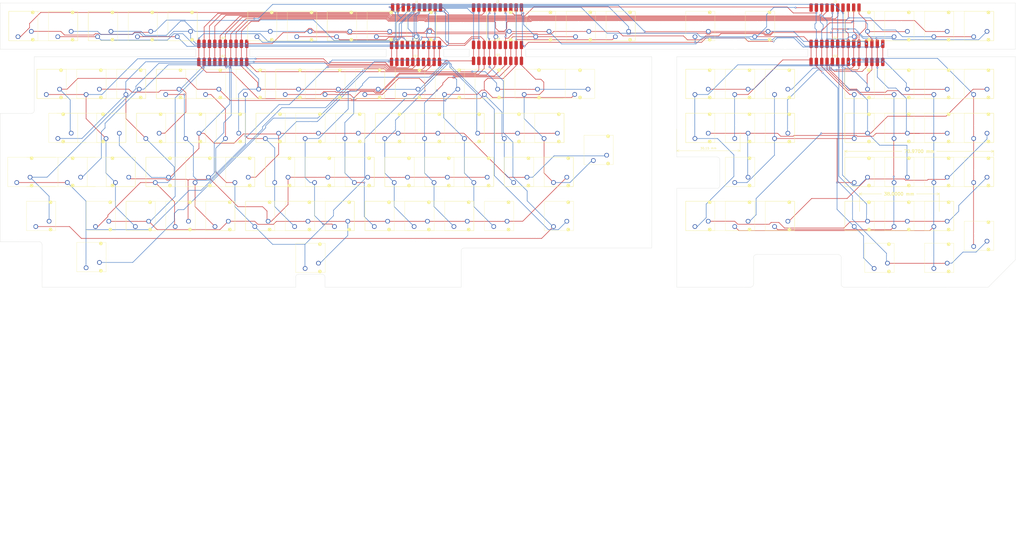
<source format=kicad_pcb>
(kicad_pcb (version 20240108) (generator "pcbnew") (generator_version "8.0")
  (layers (0 "F.Cu" signal) (31 "B.Cu" signal) (34 "B.Paste" user) (35 "F.Paste" user) (36 "B.SilkS" user "B.Silkscreen") (37 "F.SilkS" user "F.Silkscreen") (38 "B.Mask" user) (39 "F.Mask" user) (44 "Edge.Cuts" user))
  (net 0 "")
  (net 1 "1")
  (net 2 "2")
  (net 5 "3")
  (net 6 "4")
  (net 8 "5")
  (net 9 "6")
  (net 10 "7")
  (net 11 "8")
  (net 12 "9")
  (net 13 "10")
  (net 14 "11")
  (net 15 "12")
  (net 17 "13")
  (net 18 "14")
  (net 19 "15")
  (net 20 "16")
  (net 21 "17")
  (net 22 "18")
  (net 23 "19")
  (net 24 "20")
  (net 25 "21")
  (net 26 "22")
  (net 27 "23")
  (net 28 "24")
  (net 29 "25")
  (net 30 "26")
  (footprint "MountingHole:MountingHole_3.2mm_M3" (layer "F.Cu") (at 269 229.997)
    (property "Reference" "H17" (hide yes))
    (property "Value" "MountingHole_3.2mm_M3")
  )
  (footprint "VT220_keys:SW_MX_2" (layer "F.Cu") (at 300.1512 162.5208)
    (property "Reference" "J27" (hide yes))
    (property "Value" "SW_MX_2")
  )
  (footprint "VT220_keys:SW_MX_3" (layer "F.Cu") (at 243.1512 162.5208)
    (property "Reference" "J26" (hide yes))
    (property "Value" "SW_MX_3")
  )
  (footprint "VT220_keys:SW_MX_1" (layer "F.Cu") (at 205.1512 224.5208)
    (property "Reference" "J42" (hide yes))
    (property "Value" "SW_MX_1")
  )
  (footprint "MountingHole:MountingHole_3.2mm_M3" (layer "F.Cu") (at 445.262 209.931)
    (property "Reference" "H20" (hide yes))
    (property "Value" "MountingHole_3.2mm_M3")
  )
  (footprint "VT220_keys:SW_MX_4" (layer "F.Cu") (at 296.155 113.9426)
    (property "Reference" "J14" (hide yes))
    (property "Value" "SW_MX_4")
  )
  (footprint "MountingHole:MountingHole_3.2mm_M3" (layer "F.Cu") (at 65.405 170.053)
    (property "Reference" "H8" (hide yes))
    (property "Value" "MountingHole_3.2mm_M3")
  )
  (footprint "VT220_keys:SW_MX_1" (layer "F.Cu") (at 105.1512 204.5208)
    (property "Reference" "J34" (hide yes))
    (property "Value" "SW_MX_1")
  )
  (footprint "PCM_marbastlib-mx:STAB_MX_7u" (layer "F.Cu") (at 202.6112 229.2688)
    (property "Reference" "M4" (hide yes))
    (property "Value" "STAB_MX_7u")
  )
  (footprint "VT220_keys:rectangle_pad_10" (layer "F.Cu") (at 291.846 110.236)
    (property "Reference" "J2")
    (property "Value" "Conn_01x10_Pin")
  )
  (footprint "VT220_keys:SW_MX_1" (layer "F.Cu") (at 505.1208 224.5208)
    (property "Reference" "J52" (hide yes))
    (property "Value" "SW_MX_1")
  )
  (footprint "VT220_keys:rectangle_pad" (layer "F.Cu") (at 467.868 136.144)
    (property "Reference" "J66" (hide yes))
    (property "Value" "Conn_01x01_Pin")
  )
  (footprint "MountingHole:MountingHole_3.2mm_M3" (layer "F.Cu") (at 407.543 228.473)
    (property "Reference" "H21" (hide yes))
    (property "Value" "MountingHole_3.2mm_M3")
  )
  (footprint "PCM_marbastlib-mx:STAB_MX_2u" (layer "F.Cu") (at 340.1112 178.1008 90)
    (property "Reference" "M1" (hide yes))
    (property "Value" "STAB_MX_2u")
  )
  (footprint "MountingHole:MountingHole_3.2mm_M3" (layer "F.Cu") (at 235.5596 178.9176)
    (property "Reference" "H11" (hide yes))
    (property "Value" "MountingHole_3.2mm_M3")
  )
  (footprint "VT220_keys:rectangle_pad_10" (layer "F.Cu") (at 252.73 128.016)
    (property "Reference" "J57")
    (property "Value" "Conn_01x10_Pin")
  )
  (footprint "VT220_keys:SW_MX_1" (layer "F.Cu") (at 476.6208 224.5208)
    (property "Reference" "J51" (hide yes))
    (property "Value" "SW_MX_1")
  )
  (footprint "VT220_keys:SW_MX_3" (layer "F.Cu") (at 247.6512 183.5208)
    (property "Reference" "J31" (hide yes))
    (property "Value" "SW_MX_3")
  )
  (footprint "VT220_keys:SW_MX_4" (layer "F.Cu") (at 467.1208 183.5208)
    (property "Reference" "J49" (hide yes))
    (property "Value" "SW_MX_4")
  )
  (footprint "VT220_keys:SW_MX_3" (layer "F.Cu") (at 129.1512 162.5208)
    (property "Reference" "J24" (hide yes))
    (property "Value" "SW_MX_3")
  )
  (footprint "PCM_marbastlib-mx:STAB_MX_2u" (layer "F.Cu") (at 74.1112 209.6008)
    (property "Reference" "M2" (hide yes))
    (property "Value" "STAB_MX_2u")
  )
  (footprint "VT220_keys:rectangle_pad" (layer "F.Cu") (at 475.668 127.508)
    (property "Reference" "J65" (hide yes))
    (property "Value" "Conn_01x01_Pin")
  )
  (footprint "MountingHole:MountingHole_3.2mm_M3" (layer "F.Cu") (at 175.133 230.251)
    (property "Reference" "H15" (hide yes))
    (property "Value" "MountingHole_3.2mm_M3")
  )
  (footprint "VT220_keys:SW_MX_3" (layer "F.Cu") (at 133.6512 183.5208)
    (property "Reference" "J29" (hide yes))
    (property "Value" "SW_MX_3")
  )
  (footprint "MountingHole:MountingHole_3.2mm_M3" (layer "F.Cu") (at 445.262 180.721)
    (property "Reference" "H13" (hide yes))
    (property "Value" "MountingHole_3.2mm_M3")
  )
  (footprint "VT220_keys:SW_MX_3_LONG" (layer "F.Cu") (at 318.7312 141.5208)
    (property "Reference" "J22" (hide yes))
    (property "Value" "SW_MX_3_LONG")
  )
  (footprint "VT220_keys:SW_MX_3" (layer "F.Cu") (at 467.1208 204.5208)
    (property "Reference" "J50" (hide yes))
    (property "Value" "SW_MX_3")
  )
  (footprint "VT220_keys:SW_MX_1" (layer "F.Cu") (at 323.6512 204.5208)
    (property "Reference" "J39" (hide yes))
    (property "Value" "SW_MX_1")
  )
  (footprint "VT220_keys:rectangle_pad" (layer "F.Cu") (at 475.668 136.144)
    (property "Reference" "J69" (hide yes))
    (property "Value" "Conn_01x01_Pin")
  )
  (footprint "VT220_keys:SW_MX_3" (layer "F.Cu") (at 238.1512 204.5208)
    (property "Reference" "J37" (hide yes))
    (property "Value" "SW_MX_3")
  )
  (footprint "VT220_keys:SW_MX_3" (layer "F.Cu") (at 181.1512 204.5208)
    (property "Reference" "J36" (hide yes))
    (property "Value" "SW_MX_3")
  )
  (footprint "MountingHole:MountingHole_3.2mm_M3" (layer "F.Cu") (at 228.854 230.251)
    (property "Reference" "H16" (hide yes))
    (property "Value" "MountingHole_3.2mm_M3")
  )
  (footprint "" (layer "F.Cu") (at 445.262 119.253)
    (property "Reference" "")
    (property "Value" "")
  )
  (footprint "VT220_keys:SW_MX_1" (layer "F.Cu") (at 524.1208 214.0208)
    (property "Reference" "J53" (hide yes))
    (property "Value" "SW_MX_1")
  )
  (footprint "VT220_keys:SW_MX_1" (layer "F.Cu") (at 410.1208 183.5208)
    (property "Reference" "J45" (hide yes))
    (property "Value" "SW_MX_1")
  )
  (footprint "VT220_keys:SW_MX_1" (layer "F.Cu") (at 342.6512 173.0208)
    (property "Reference" "J40" (hide yes))
    (property "Value" "SW_MX_1")
  )
  (footprint "VT220_keys:SW_MX_3" (layer "F.Cu") (at 391.1208 204.5208)
    (property "Reference" "J46" (hide yes))
    (property "Value" "SW_MX_3")
  )
  (footprint "VT220_keys:rectangle_pad" (layer "F.Cu") (at 473.068 127.508)
    (property "Reference" "J64" (hide yes))
    (property "Value" "Conn_01x01_Pin")
  )
  (footprint "PCM_marbastlib-mx:STAB_MX_2u" (layer "F.Cu") (at 98.1112 229.2688)
    (property "Reference" "M8" (hide yes))
    (property "Value" "STAB_MX_2u")
  )
  (footprint "VT220_keys:rectangle_pad" (layer "F.Cu") (at 467.868 127.508)
    (property "Reference" "J62" (hide yes))
    (property "Value" "Conn_01x01_Pin")
  )
  (footprint "VT220_keys:SW_MX_3" (layer "F.Cu") (at 391.1208 141.5208)
    (property "Reference" "J43" (hide yes))
    (property "Value" "SW_MX_3")
  )
  (footprint "MountingHole:MountingHole_3.2mm_M3" (layer "F.Cu") (at 178.5366 178.9176)
    (property "Reference" "H10" (hide yes))
    (property "Value" "MountingHole_3.2mm_M3")
  )
  (footprint "MountingHole:MountingHole_3.2mm_M3" (layer "F.Cu") (at 369.697 119.253)
    (property "Reference" "H4" (hide yes))
    (property "Value" "MountingHole_3.2mm_M3")
  )
  (footprint "VT220_keys:SW_MX_1" (layer "F.Cu") (at 295.1512 204.5208)
    (property "Reference" "J38" (hide yes))
    (property "Value" "SW_MX_1")
  )
  (footprint "VT220_keys:rectangle_pad" (layer "F.Cu") (at 470.468 136.144)
    (property "Reference" "J67" (hide yes))
    (property "Value" "Conn_01x01_Pin")
  )
  (footprint "VT220_keys:SW_MX_3" (layer "F.Cu") (at 124.1512 204.5208)
    (property "Reference" "J35" (hide yes))
    (property "Value" "SW_MX_3")
  )
  (footprint "VT220_keys:rectangle_pad_10" (layer "F.Cu") (at 253.238 110.236)
    (property "Reference" "J1")
    (property "Value" "Conn_01x10_Pin")
  )
  (footprint "VT220_keys:SW_MX_3_LONG" (layer "F.Cu") (at 72.1512 162.5208)
    (property "Reference" "J23" (hide yes))
    (property "Value" "SW_MX_3_LONG")
  )
  (footprint "VT220_keys:SW_MX_1" (layer "F.Cu") (at 76.6512 204.5208)
    (property "Reference" "J33" (hide yes))
    (property "Value" "SW_MX_1")
  )
  (footprint "VT220_keys:rectangle_pad_10" (layer "F.Cu") (at 452.882 127.508)
    (property "Reference" "J56")
    (property "Value" "Conn_01x10_Pin")
  )
  (footprint "PCM_marbastlib-mx:STAB_MX_6.25u" (layer "F.Cu") (at 202.6112 229.2688)
    (property "Reference" "M5" (hide yes))
    (property "Value" "STAB_MX_6.25u")
  )
  (footprint "VT220_keys:SW_MX_3" (layer "F.Cu") (at 252.6512 141.5208)
    (property "Reference" "J21" (hide yes))
    (property "Value" "SW_MX_3")
  )
  (footprint "VT220_keys:SW_MX_4" (layer "F.Cu") (at 467.1208 162.5208)
    (property "Reference" "J48" (hide yes))
    (property "Value" "SW_MX_4")
  )
  (footprint "VT220_keys:SW_MX_3" (layer "F.Cu") (at 186.1512 162.5208)
    (property "Reference" "J25" (hide yes))
    (property "Value" "SW_MX_3")
  )
  (footprint "" (layer "F.Cu") (at 274.955 119.253)
    (property "Reference" "")
    (property "Value" "")
  )
  (footprint "VT220_keys:SW_MX_2" (layer "F.Cu") (at 182.1598 113.9426)
    (property "Reference" "J12" (hide yes))
    (property "Value" "SW_MX_2")
  )
  (footprint "VT220_keys:SW_MX_4" (layer "F.Cu") (at 467.1208 141.5208)
    (property "Reference" "J47" (hide yes))
    (property "Value" "SW_MX_4")
  )
  (footprint "VT220_keys:SW_MX_3_LONG" (layer "F.Cu") (at 76.6512 183.5208)
    (property "Reference" "J28" (hide yes))
    (property "Value" "SW_MX_3_LONG")
  )
  (footprint "VT220_keys:rectangle_pad_10" (layer "F.Cu") (at 452.882 136.144)
    (property "Reference" "J59")
    (property "Value" "Conn_01x10_Pin")
  )
  (footprint "PCM_marbastlib-mx:STAB_MX_2u" (layer "F.Cu") (at 321.1112 209.6008)
    (property "Reference" "M6" (hide yes))
    (property "Value" "STAB_MX_2u")
  )
  (footprint "VT220_keys:SW_MX_3" (layer "F.Cu") (at 391.1208 162.5208)
    (property "Reference" "J44" (hide yes))
    (property "Value" "SW_MX_3")
  )
  (footprint "VT220_keys:rectangle_pad_10" (layer "F.Cu") (at 452.882 110.236)
    (property "Reference" "J3")
    (property "Value" "Conn_01x10_Pin")
  )
  (footprint "VT220_keys:SW_MX_1" (layer "F.Cu") (at 419.655 113.9426)
    (property "Reference" "J16" (hide yes))
    (property "Value" "SW_MX_1")
  )
  (footprint "MountingHole:MountingHole_3.2mm_M3" (layer "F.Cu") (at 533.4762 199.6948)
    (property "Reference" "H19" (hide yes))
    (property "Value" "MountingHole_3.2mm_M3")
  )
  (footprint "PCM_marbastlib-mx:STAB_MX_2u" (layer "F.Cu") (at 417.115 119.0226)
    (property "Reference" "REF**" (hide yes))
    (property "Value" "STAB_MX_2u")
  )
  (footprint "PCM_marbastlib-mx:STAB_MX_2u" (layer "F.Cu") (at 521.5808 219.1008 90)
    (property "Reference" "M7" (hide yes))
    (property "Value" "STAB_MX_2u")
  )
  (footprint "MountingHole:MountingHole_3.2mm_M3" (layer "F.Cu") (at 127.635 230.505)
    (property "Reference" "H14" (hide yes))
    (property "Value" "MountingHole_3.2mm_M3")
  )
  (footprint "VT220_keys:SW_MX_1" (layer "F.Cu") (at 391.155 113.9426)
    (property "Reference" "J15" (hide yes))
    (property "Value" "SW_MX_1")
  )
  (footprint "VT220_keys:SW_MX_3" (layer "F.Cu") (at 195.6512 141.5208)
    (property "Reference" "J20" (hide yes))
    (property "Value" "SW_MX_3")
  )
  (footprint "VT220_keys:SW_MX_1" (layer "F.Cu") (at 100.6512 224.1888)
    (property "Reference" "J41" (hide yes))
    (property "Value" "SW_MX_1")
  )
  (footprint "VT220_keys:SW_MX_2" (layer "F.Cu") (at 304.6512 183.5208)
    (property "Reference" "J32" (hide yes))
    (property "Value" "SW_MX_2")
  )
  (footprint "MountingHole:MountingHole_3.2mm_M3" (layer "F.Cu") (at 121.5136 178.9176)
    (property "Reference" "H9" (hide yes))
    (property "Value" "MountingHole_3.2mm_M3")
  )
  (footprint "MountingHole:MountingHole_3.2mm_M3" (layer "F.Cu") (at 356.997 177.292)
    (property "Reference" "H12" (hide yes))
    (property "Value" "MountingHole_3.2mm_M3")
  )
  (footprint "VT220_keys:SW_MX_2" (layer "F.Cu") (at 68.1598 113.9426)
    (property "Reference" "J10" (hide yes))
    (property "Value" "SW_MX_2")
  )
  (footprint "VT220_keys:SW_MX_3" (layer "F.Cu") (at 106.1598 113.9426)
    (property "Reference" "J11" (hide yes))
    (property "Value" "SW_MX_3")
  )
  (footprint "VT220_keys:rectangle_pad_10" (layer "F.Cu") (at 160.782 136.144)
    (property "Reference" "J61")
    (property "Value" "Conn_01x10_Pin")
  )
  (footprint "VT220_keys:SW_MX_3" (layer "F.Cu") (at 138.6512 141.5208)
    (property "Reference" "J19" (hide yes))
    (property "Value" "SW_MX_3")
  )
  (footprint "VT220_keys:SW_MX_3" (layer "F.Cu") (at 81.6512 141.5208)
    (property "Reference" "J18" (hide yes))
    (property "Value" "SW_MX_3")
  )
  (footprint "MountingHole:MountingHole_3.2mm_M3" (layer "F.Cu") (at 348.234 210.566)
    (property "Reference" "H18" (hide yes))
    (property "Value" "MountingHole_3.2mm_M3")
  )
  (footprint "PCM_marbastlib-mx:STAB_MX_2u" (layer "F.Cu") (at 474.0808 229.6008)
    (property "Reference" "M3" (hide yes))
    (property "Value" "STAB_MX_2u")
  )
  (footprint "VT220_keys:rectangle_pad_10" (layer "F.Cu") (at 160.782 127.508)
    (property "Reference" "J60")
    (property "Value" "Conn_01x10_Pin")
  )
  (footprint "MountingHole:MountingHole_3.2mm_M3" (layer "F.Cu") (at 351.917 146.558)
    (property "Reference" "H5" (hide yes))
    (property "Value" "MountingHole_3.2mm_M3")
  )
  (footprint "VT220_keys:rectangle_pad" (layer "F.Cu") (at 473.068 136.144)
    (property "Reference" "J68" (hide yes))
    (property "Value" "Conn_01x01_Pin")
  )
  (footprint "VT220_keys:rectangle_pad_10" (layer "F.Cu") (at 291.846 135.636)
    (property "Reference" "J55")
    (property "Value" "Conn_01x10_Pin")
  )
  (footprint "VT220_keys:SW_MX_3" (layer "F.Cu") (at 190.6512 183.5208)
    (property "Reference" "J30" (hide yes))
    (property "Value" "SW_MX_3")
  )
  (footprint "VT220_keys:rectangle_pad_10" (layer "F.Cu") (at 291.846 128.016)
    (property "Reference" "J58")
    (property "Value" "Conn_01x10_Pin")
  )
  (footprint "VT220_keys:rectangle_pad_10" (layer "F.Cu") (at 252.73 136.144)
    (property "Reference" "J54")
    (property "Value" "Conn_01x10_Pin")
  )
  (footprint "VT220_keys:SW_MX_4" (layer "F.Cu") (at 467.1208 113.9426)
    (property "Reference" "J17" (hide yes))
    (property "Value" "SW_MX_4")
  )
  (footprint "MountingHole:MountingHole_3.2mm_M3" (layer "F.Cu") (at 445.262 146.304)
    (property "Reference" "H6" (hide yes))
    (property "Value" "MountingHole_3.2mm_M3")
  )
  (footprint "VT220_keys:SW_MX_3" (layer "F.Cu") (at 220.155 113.9426)
    (property "Reference" "J13" (hide yes))
    (property "Value" "SW_MX_3")
  )
  (footprint "" (layer "F.Cu") (at 160.528 119.253)
    (property "Reference" "")
    (property "Value" "")
  )
  (footprint "MountingHole:MountingHole_3.2mm_M3" (layer "F.Cu") (at 533.5778 156.9974)
    (property "Reference" "H7" (hide yes))
    (property "Value" "MountingHole_3.2mm_M3")
  )
  (footprint "VT220_keys:rectangle_pad" (layer "F.Cu") (at 470.468 127.508)
    (property "Reference" "J63" (hide yes))
    (property "Value" "Conn_01x01_Pin")
  )
  (gr_line (start 526 243.6008) (end 457.295001 243.614062) (stroke (width 0.1)) (layer "Edge.Cuts"))
  (gr_arc (start 70.87354 159.23874) (mid 70.4342 160.2994) (end 69.37354 160.73874) (stroke (width 0.1)) (layer "Edge.Cuts"))
  (gr_line (start 266.192 130.0226) (end 266.192 133.604) (stroke (width 0.1)) (layer "Edge.Cuts"))
  (gr_arc (start 195.58 238.76) (mid 195.951974 237.861974) (end 196.85 237.49) (stroke (width 0.1)) (layer "Edge.Cuts"))
  (gr_line (start 377.4048 181.483) (end 396.444 181.483) (stroke (width 0.1)) (layer "Edge.Cuts"))
  (gr_line (start 274.5075 243.6008) (end 209.55 243.6008) (stroke (width 0.1)) (layer "Edge.Cuts"))
  (gr_line (start 74.55654 223.36146) (end 74.549 243.6008) (stroke (width 0.1)) (layer "Edge.Cuts"))
  (gr_line (start 454.303 228) (end 415.5 228) (stroke (width 0.1)) (layer "Edge.Cuts"))
  (gr_line (start 173.736 133.604) (end 173.736 130.048) (stroke (width 0.1)) (layer "Edge.Cuts"))
  (gr_line (start 414 242.09354) (end 414 229.5) (stroke (width 0.1)) (layer "Edge.Cuts"))
  (gr_line (start 439.928 130.0226) (end 439.928 133.604) (stroke (width 0.1)) (layer "Edge.Cuts"))
  (gr_line (start 54.5512 130.0226) (end 147.828 130.0226) (stroke (width 0.1)) (layer "Edge.Cuts"))
  (gr_line (start 538.9712 133.604) (end 538.9712 230.5) (stroke (width 0.1)) (layer "Edge.Cuts"))
  (gr_arc (start 274.49996 226.40946) (mid 274.939312 225.348812) (end 275.99996 224.90946) (stroke (width 0.1)) (layer "Edge.Cuts"))
  (gr_line (start 278.384 133.604) (end 266.192 133.604) (stroke (width 0.1)) (layer "Edge.Cuts"))
  (gr_line (start 54.5462 160.734) (end 54.5462 221.869) (stroke (width 0.1)) (layer "Edge.Cuts"))
  (gr_line (start 365.4048 224.917) (end 275.99996 224.90946) (stroke (width 0.1)) (layer "Edge.Cuts"))
  (gr_arc (start 414 242.09354) (mid 413.565554 243.15378) (end 412.50754 243.59354) (stroke (width 0.1)) (layer "Edge.Cuts"))
  (gr_line (start 377.4048 196.483) (end 396.444 196.483) (stroke (width 0.1)) (layer "Edge.Cuts"))
  (gr_line (start 412.50754 243.59354) (end 377.4048 243.6008) (stroke (width 0.1)) (layer "Edge.Cuts"))
  (gr_line (start 238.76 133.604) (end 173.736 133.604) (stroke (width 0.1)) (layer "Edge.Cuts"))
  (gr_line (start 305.308 130.0226) (end 305.308 133.604) (stroke (width 0.1)) (layer "Edge.Cuts"))
  (gr_line (start 538.9712 230.5) (end 526 243.6008) (stroke (width 0.1)) (layer "Edge.Cuts"))
  (gr_line (start 478.028 130.0226) (end 478.028 133.604) (stroke (width 0.1)) (layer "Edge.Cuts"))
  (gr_arc (start 397.944 194.983) (mid 397.50466 196.04366) (end 396.444 196.483) (stroke (width 0.1)) (layer "Edge.Cuts"))
  (gr_line (start 70.87354 159.23874) (end 70.866 133.604) (stroke (width 0.1)) (layer "Edge.Cuts"))
  (gr_line (start 196.85 237.49) (end 208.28 237.49) (stroke (width 0.1)) (layer "Edge.Cuts"))
  (gr_line (start 397.944 182.983) (end 397.944 194.983) (stroke (width 0.1)) (layer "Edge.Cuts"))
  (gr_line (start 455.795001 242.121602) (end 455.803 229.5) (stroke (width 0.1)) (layer "Edge.Cuts"))
  (gr_line (start 209.55 238.76) (end 209.55 243.6008) (stroke (width 0.1)) (layer "Edge.Cuts"))
  (gr_line (start 173.736 130.048) (end 238.76 130.0226) (stroke (width 0.1)) (layer "Edge.Cuts"))
  (gr_line (start 365.4048 133.604) (end 305.308 133.604) (stroke (width 0.1)) (layer "Edge.Cuts"))
  (gr_arc (start 396.444 181.483) (mid 397.50466 181.92234) (end 397.944 182.983) (stroke (width 0.1)) (layer "Edge.Cuts"))
  (gr_line (start 377.4048 181.483) (end 377.4048 133.604) (stroke (width 0.1)) (layer "Edge.Cuts"))
  (gr_line (start 195.58 243.6008) (end 195.58 238.76) (stroke (width 0.1)) (layer "Edge.Cuts"))
  (gr_line (start 73.05654 221.86146) (end 54.5462 221.869) (stroke (width 0.1)) (layer "Edge.Cuts"))
  (gr_line (start 478.028 130.0226) (end 538.9712 130.0226) (stroke (width 0.1)) (layer "Edge.Cuts"))
  (gr_line (start 305.308 130.0226) (end 439.928 130.0226) (stroke (width 0.1)) (layer "Edge.Cuts"))
  (gr_line (start 147.828 133.604) (end 70.866 133.604) (stroke (width 0.1)) (layer "Edge.Cuts"))
  (gr_arc (start 457.295001 243.614062) (mid 456.2348 243.1796) (end 455.795001 242.121602) (stroke (width 0.1)) (layer "Edge.Cuts"))
  (gr_arc (start 414 229.5) (mid 414.43934 228.43934) (end 415.5 228) (stroke (width 0.1)) (layer "Edge.Cuts"))
  (gr_line (start 478.028 133.604) (end 538.9712 133.604) (stroke (width 0.1)) (layer "Edge.Cuts"))
  (gr_arc (start 73.05654 221.86146) (mid 74.1172 222.3008) (end 74.55654 223.36146) (stroke (width 0.1)) (layer "Edge.Cuts"))
  (gr_line (start 54.5512 108.0226) (end 54.5512 130.0226) (stroke (width 0.1)) (layer "Edge.Cuts"))
  (gr_line (start 377.4048 133.604) (end 439.928 133.604) (stroke (width 0.1)) (layer "Edge.Cuts"))
  (gr_line (start 147.828 130.0226) (end 147.828 133.604) (stroke (width 0.1)) (layer "Edge.Cuts"))
  (gr_line (start 54.5512 108.0226) (end 538.9712 108.0226) (stroke (width 0.1)) (layer "Edge.Cuts"))
  (gr_line (start 238.76 130.0226) (end 238.76 133.604) (stroke (width 0.1)) (layer "Edge.Cuts"))
  (gr_arc (start 454.303 228) (mid 455.36366 228.43934) (end 455.803 229.5) (stroke (width 0.1)) (layer "Edge.Cuts"))
  (gr_line (start 538.9712 108.0226) (end 538.9712 130.0226) (stroke (width 0.1)) (layer "Edge.Cuts"))
  (gr_line (start 278.384 130.0226) (end 278.384 133.604) (stroke (width 0.1)) (layer "Edge.Cuts"))
  (gr_line (start 266.192 130.0226) (end 278.384 130.0226) (stroke (width 0.1)) (layer "Edge.Cuts"))
  (gr_line (start 365.4048 133.604) (end 365.4048 224.917) (stroke (width 0.1)) (layer "Edge.Cuts"))
  (gr_line (start 54.5462 160.734) (end 69.37354 160.73874) (stroke (width 0.1)) (layer "Edge.Cuts"))
  (gr_line (start 195.58 243.6008) (end 74.549 243.6008) (stroke (width 0.1)) (layer "Edge.Cuts"))
  (gr_line (start 274.49996 226.40946) (end 274.5075 243.6008) (stroke (width 0.1)) (layer "Edge.Cuts"))
  (gr_line (start 377.4048 243.6008) (end 377.4048 196.483) (stroke (width 0.1)) (layer "Edge.Cuts"))
  (gr_arc (start 208.28 237.49) (mid 209.178026 237.861974) (end 209.55 238.76) (stroke (width 0.1)) (layer "Edge.Cuts"))
  (dimension (type aligned) (layer "F.SilkS") (pts (xy 464.5808 208.6008) (xy 502.5808 208.6008)) (height -9.48) (gr_text "38.0000 mm" (at 483.4498 199.1208 0) (layer "F.SilkS") (effects (font (size 1.5 1.5) (thickness 0.3)))) (format (prefix "") (suffix "") (units 3) (units_format 1) (precision 4)) (style (thickness 0.2) (arrow_length 1.27) (text_position_mode 2) (extension_height 0.58642) (extension_offset 0.5) keep_text_aligned))
  (dimension (type aligned) (layer "F.SilkS") (pts (xy 457.5958 181.6158) (xy 528.5658 181.6158)) (height -2.815) (gr_text "70.9700 mm" (at 493.0808 178.8008 0) (layer "F.SilkS") (effects (font (size 1.5 1.5) (thickness 0.3)))) (format (prefix "") (suffix "") (units 3) (units_format 1) (precision 4)) (style (thickness 0.2) (arrow_length 1.27) (text_position_mode 2) (extension_height 0.58642) (extension_offset 0.5) keep_text_aligned))
  (dimension (type aligned) (layer "F.SilkS") (pts (xy 407.5808 167.6008) (xy 377.4048 167.6008)) (height -10.9018) (gr_text "30.15 mm" (at 392.4928 177.3526 0) (layer "F.SilkS") (effects (font (size 1 1) (thickness 0.15)))) (format (prefix "") (suffix "") (units 3) (units_format 1) (precision 4) (override_value "30.15")) (style (thickness 0.15) (arrow_length 1.27) (text_position_mode 0) (extension_height 0.58642) (extension_offset 0.5) keep_text_aligned))
  (segment (start 465.873 140.679) (end 467.868 138.684) (width 0.25) (layer "F.Cu") (net 1))
  (segment (start 240.03 135.9822) (end 240.1222 135.89) (width 0.25) (layer "F.Cu") (net 1))
  (segment (start 240.3956 109.9741) (end 241.5461 109.9741) (width 0.25) (layer "F.Cu") (net 1))
  (segment (start 392.3271 121.6605) (end 392.425 121.5626) (width 0.25) (layer "F.Cu") (net 1))
  (segment (start 392.425 121.5626) (end 392.4602 121.5978) (width 0.25) (layer "F.Cu") (net 1))
  (segment (start 241.3 128.728) (end 241.3 135.178) (width 0.25) (layer "F.Cu") (net 1))
  (segment (start 241.5461 109.9741) (end 241.808 110.236) (width 0.25) (layer "F.Cu") (net 1))
  (segment (start 362.0784 121.6605) (end 392.3271 121.6605) (width 0.25) (layer "F.Cu") (net 1))
  (segment (start 241.3 128.728) (end 241.3 126.1586) (width 0.25) (layer "F.Cu") (net 1))
  (segment (start 467.868 138.684) (end 467.868 135.7171) (width 0.25) (layer "F.Cu") (net 1))
  (segment (start 467.868 127.508) (end 467.868 135.7171) (width 0.25) (layer "F.Cu") (net 1))
  (segment (start 241.3 126.1586) (end 242.2945 125.1641) (width 0.25) (layer "F.Cu") (net 1))
  (segment (start 241.3 128.016) (end 241.3 128.728) (width 0.25) (layer "F.Cu") (net 1))
  (segment (start 451.013 139.065) (end 452.627 140.679) (width 0.25) (layer "F.Cu") (net 1))
  (segment (start 241.3 135.89) (end 241.3 135.178) (width 0.25) (layer "F.Cu") (net 1))
  (segment (start 420.8898 121.5978) (end 420.925 121.5626) (width 0.25) (layer "F.Cu") (net 1))
  (segment (start 241.3 135.178) (end 241.3 136.144) (width 0.25) (layer "F.Cu") (net 1))
  (segment (start 467.868 135.7171) (end 467.868 136.144) (width 0.25) (layer "F.Cu") (net 1))
  (segment (start 452.627 140.679) (end 465.873 140.679) (width 0.25) (layer "F.Cu") (net 1))
  (segment (start 392.4602 121.5978) (end 420.8898 121.5978) (width 0.25) (layer "F.Cu") (net 1))
  (segment (start 240.1222 135.89) (end 241.3 135.89) (width 0.25) (layer "F.Cu") (net 1))
  (via (at 451.013 139.065) (size 0.8) (drill 0.4) (layers "F.Cu" "B.Cu") (net 1))
  (via (at 240.3956 109.9741) (size 0.8) (drill 0.4) (layers "F.Cu" "B.Cu") (net 1))
  (via (at 362.0784 121.6605) (size 0.8) (drill 0.4) (layers "F.Cu" "B.Cu") (net 1))
  (via (at 467.868 127.508) (size 0.8) (drill 0.4) (layers "F.Cu" "B.Cu") (net 1))
  (via (at 240.03 135.9822) (size 0.8) (drill 0.4) (layers "F.Cu" "B.Cu") (net 1))
  (via (at 242.2945 125.1641) (size 0.8) (drill 0.4) (layers "F.Cu" "B.Cu") (net 1))
  (segment (start 243.1247 124.3339) (end 242.2945 125.1641) (width 0.25) (layer "B.Cu") (net 1))
  (segment (start 433.07 121.539) (end 420.9486 121.539) (width 0.25) (layer "B.Cu") (net 1))
  (segment (start 349.5922 109.1743) (end 362.0784 121.6605) (width 0.25) (layer "B.Cu") (net 1))
  (segment (start 466.852 126.365) (end 437.896 126.365) (width 0.25) (layer "B.Cu") (net 1))
  (segment (start 206.121 162.941) (end 184.912243 162.941) (width 0.25) (layer "B.Cu") (net 1))
  (segment (start 184.912243 162.941) (end 181.2362 166.617043) (width 0.25) (layer "B.Cu") (net 1))
  (segment (start 139.446 206.629) (end 137.668 208.407) (width 0.25) (layer "B.Cu") (net 1))
  (segment (start 137.668 211.9584) (end 117.8176 231.8088) (width 0.25) (layer "B.Cu") (net 1))
  (segment (start 142.191757 206.629) (end 139.446 206.629) (width 0.25) (layer "B.Cu") (net 1))
  (segment (start 467.868 127.508) (end 467.868 127.381) (width 0.25) (layer "B.Cu") (net 1))
  (segment (start 117.8176 231.8088) (end 101.9212 231.8088) (width 0.25) (layer "B.Cu") (net 1))
  (segment (start 243.1247 112.7032) (end 243.1247 124.3339) (width 0.25) (layer "B.Cu") (net 1))
  (segment (start 240.3956 109.9741) (end 243.1247 112.7032) (width 0.25) (layer "B.Cu") (net 1))
  (segment (start 233.0798 135.9822) (end 206.121 162.941) (width 0.25) (layer "B.Cu") (net 1))
  (segment (start 420.9486 121.539) (end 420.925 121.5626) (width 0.25) (layer "B.Cu") (net 1))
  (segment (start 467.868 127.381) (end 466.852 126.365) (width 0.25) (layer "B.Cu") (net 1))
  (segment (start 451.013 139.065) (end 442.341 139.065) (width 0.25) (layer "B.Cu") (net 1))
  (segment (start 246.6536 109.1743) (end 349.5922 109.1743) (width 0.25) (layer "B.Cu") (net 1))
  (segment (start 181.2362 166.617043) (end 181.2362 167.584557) (width 0.25) (layer "B.Cu") (net 1))
  (segment (start 137.668 208.407) (end 137.668 211.9584) (width 0.25) (layer "B.Cu") (net 1))
  (segment (start 442.341 139.065) (end 432.2652 149.1408) (width 0.25) (layer "B.Cu") (net 1))
  (segment (start 243.1247 112.7032) (end 246.6536 109.1743) (width 0.25) (layer "B.Cu") (net 1))
  (segment (start 240.03 135.9822) (end 233.0798 135.9822) (width 0.25) (layer "B.Cu") (net 1))
  (segment (start 437.896 126.365) (end 433.07 121.539) (width 0.25) (layer "B.Cu") (net 1))
  (segment (start 181.2362 167.584557) (end 142.191757 206.629) (width 0.25) (layer "B.Cu") (net 1))
  (segment (start 432.2652 149.1408) (end 430.3908 149.1408) (width 0.25) (layer "B.Cu") (net 1))
  (segment (start 421.841004 122.9876) (end 419.7866 122.9876) (width 0.25) (layer "F.Cu") (net 2))
  (segment (start 470.468 127.508) (end 470.468 136.144) (width 0.25) (layer "F.Cu") (net 2))
  (segment (start 468.3908 121.5626) (end 468.4942 121.666) (width 0.25) (layer "F.Cu") (net 2))
  (segment (start 468.2195 148.9695) (end 468.3908 149.1408) (width 0.25) (layer "F.Cu") (net 2))
  (segment (start 461.01 117.1656) (end 460.7006 117.475) (width 0.25) (layer "F.Cu") (net 2))
  (segment (start 355.2564 122.394) (end 354.425 121.5626) (width 0.25) (layer "F.Cu") (net 2))
  (segment (start 470.468 127.508) (end 470.468 125.028) (width 0.25) (layer "F.Cu") (net 2))
  (segment (start 411.3556 149.176) (end 392.426 149.176) (width 0.25) (layer "F.Cu") (net 2))
  (segment (start 450.342 117.475) (end 446.278 121.539) (width 0.25) (layer "F.Cu") (net 2))
  (segment (start 468.4942 121.666) (end 487.2874 121.666) (width 0.25) (layer "F.Cu") (net 2))
  (segment (start 446.278 121.539) (end 423.289604 121.539) (width 0.25) (layer "F.Cu") (net 2))
  (segment (start 411.3908 149.1408) (end 411.3556 149.176) (width 0.25) (layer "F.Cu") (net 2))
  (segment (start 419.7866 122.9876) (end 418.9991 122.2001) (width 0.25) (layer "F.Cu") (net 2))
  (segment (start 393.015255 122.9876) (end 391.834745 122.9876) (width 0.25) (layer "F.Cu") (net 2))
  (segment (start 102.1077 122.6306) (end 100.0118 122.6306) (width 0.25) (layer "F.Cu") (net 2))
  (segment (start 468.3908 122.9508) (end 468.3908 121.5626) (width 0.25) (layer "F.Cu") (net 2))
  (segment (start 125.9796 122.0128) (end 118.6546 122.0128) (width 0.25) (layer "F.Cu") (net 2))
  (segment (start 102.4698 122.9927) (end 102.1077 122.6306) (width 0.25) (layer "F.Cu") (net 2))
  (segment (start 85.2724 123.317) (end 83.518 121.5626) (width 0.25) (layer "F.Cu") (net 2))
  (segment (start 118.6546 122.0128) (end 117.6747 122.9927) (width 0.25) (layer "F.Cu") (net 2))
  (segment (start 243.4183 138.4707) (end 240.4777 138.4707) (width 0.25) (layer "F.Cu") (net 2))
  (segment (start 470.468 136.144) (end 470.468 139.9422) (width 0.25) (layer "F.Cu") (net 2))
  (segment (start 470.468 139.9422) (end 468.2195 142.1907) (width 0.25) (layer "F.Cu") (net 2))
  (segment (start 99.3254 123.317) (end 85.2724 123.317) (width 0.25) (layer "F.Cu") (net 2))
  (segment (start 391.241145 122.394) (end 355.2564 122.394) (width 0.25) (layer "F.Cu") (net 2))
  (segment (start 243.84 128.016) (end 243.84 125.4011) (width 0.25) (layer "F.Cu") (net 2))
  (segment (start 468.2195 142.1907) (end 468.2195 148.9695) (width 0.25) (layer "F.Cu") (net 2))
  (segment (start 243.84 138.049) (end 243.4183 138.4707) (width 0.25) (layer "F.Cu") (net 2))
  (segment (start 470.468 125.028) (end 468.3908 122.9508) (width 0.25) (layer "F.Cu") (net 2))
  (segment (start 126.4298 121.5626) (end 125.9796 122.0128) (width 0.25) (layer "F.Cu") (net 2))
  (segment (start 460.7006 117.475) (end 450.342 117.475) (width 0.25) (layer "F.Cu") (net 2))
  (segment (start 391.834745 122.9876) (end 391.241145 122.394) (width 0.25) (layer "F.Cu") (net 2))
  (segment (start 243.84 136.144) (end 243.84 138.049) (width 0.25) (layer "F.Cu") (net 2))
  (segment (start 240.4777 138.4707) (end 238.3712 136.3642) (width 0.25) (layer "F.Cu") (net 2))
  (segment (start 423.289604 121.539) (end 421.841004 122.9876) (width 0.25) (layer "F.Cu") (net 2))
  (segment (start 117.6747 122.9927) (end 102.4698 122.9927) (width 0.25) (layer "F.Cu") (net 2))
  (segment (start 83.518 121.5626) (end 69.4298 121.5626) (width 0.25) (layer "F.Cu") (net 2))
  (segment (start 487.2874 121.666) (end 487.3908 121.5626) (width 0.25) (layer "F.Cu") (net 2))
  (segment (start 392.426 149.176) (end 392.3908 149.1408) (width 0.25) (layer "F.Cu") (net 2))
  (segment (start 393.802755 122.2001) (end 393.015255 122.9876) (width 0.25) (layer "F.Cu") (net 2))
  (segment (start 243.84 128.016) (end 243.84 136.144) (width 0.25) (layer "F.Cu") (net 2))
  (segment (start 243.84 125.4011) (end 243.5218 125.0829) (width 0.25) (layer "F.Cu") (net 2))
  (segment (start 418.9991 122.2001) (end 393.802755 122.2001) (width 0.25) (layer "F.Cu") (net 2))
  (segment (start 100.0118 122.6306) (end 99.3254 123.317) (width 0.25) (layer "F.Cu") (net 2))
  (segment (start 238.3712 136.3642) (end 211.876 136.3642) (width 0.25) (layer "F.Cu") (net 2))
  (segment (start 244.348 112.7195) (end 244.348 110.236) (width 0.25) (layer "F.Cu") (net 2))
  (via (at 243.5218 125.0829) (size 0.8) (drill 0.4) (layers "F.Cu" "B.Cu") (net 2))
  (via (at 211.876 136.3642) (size 0.8) (drill 0.4) (layers "F.Cu" "B.Cu") (net 2))
  (via (at 461.01 117.1656) (size 0.8) (drill 0.4) (layers "F.Cu" "B.Cu") (net 2))
  (via (at 244.348 112.7195) (size 0.8) (drill 0.4) (layers "F.Cu" "B.Cu") (net 2))
  (segment (start 320.9131 216.1489) (end 316.0979 216.1489) (width 0.25) (layer "B.Cu") (net 2))
  (segment (start 213.8621 125.8893) (end 242.7154 125.8893) (width 0.25) (layer "B.Cu") (net 2))
  (segment (start 133.8847 116.1976) (end 142.789953 116.1976) (width 0.25) (layer "B.Cu") (net 2))
  (segment (start 177.8954 116.1096) (end 204.0824 116.1096) (width 0.25) (layer "B.Cu") (net 2))
  (segment (start 114.9912 153.1058) (end 115.161455 153.1058) (width 0.25) (layer "B.Cu") (net 2))
  (segment (start 204.0824 116.1096) (end 213.8621 125.8893) (width 0.25) (layer "B.Cu") (net 2))
  (segment (start 468.3908 149.1408) (end 468.249 148.999) (width 0.25) (layer "B.Cu") (net 2))
  (segment (start 251.3771 109.6258) (end 246.1939 114.809) (width 0.25) (layer "B.Cu") (net 2))
  (segment (start 128.5197 121.5626) (end 133.8847 116.1976) (width 0.25) (layer "B.Cu") (net 2))
  (segment (start 354.425 119.348) (end 344.7028 109.6258) (width 0.25) (layer "B.Cu") (net 2))
  (segment (start 324.9212 212.1408) (end 320.9131 216.1489) (width 0.25) (layer "B.Cu") (net 2))
  (segment (start 467.0406 116.6476) (end 468.3908 117.9978) (width 0.25) (layer "B.Cu") (net 2))
  (segment (start 119.3512 148.916055) (end 119.3512 147.708388) (width 0.25) (layer "B.Cu") (net 2))
  (segment (start 468.249 146.579) (end 462.4443 140.7743) (width 0.25) (layer "B.Cu") (net 2))
  (segment (start 267.8168 135.2577) (end 212.9825 135.2577) (width 0.25) (layer "B.Cu") (net 2))
  (segment (start 290.322 158.7352) (end 269.8608 138.274) (width 0.25) (layer "B.Cu") (net 2))
  (segment (start 468.3908 117.9978) (end 468.3908 121.5626) (width 0.25) (layer "B.Cu") (net 2))
  (segment (start 177.673 116.332) (end 177.8954 116.1096) (width 0.25) (layer "B.Cu") (net 2))
  (segment (start 77.9212 212.1408) (end 77.4644 211.684) (width 0.25) (layer "B.Cu") (net 2))
  (segment (start 245.492 114.809) (end 246.1939 114.809) (width 0.25) (layer "B.Cu") (net 2))
  (segment (start 461.1236 140.7743) (end 458.3536 138.0043) (width 0.25) (layer "B.Cu") (net 2))
  (segment (start 243.5928 117.4101) (end 243.5928 125.0119) (width 0.25) (layer "B.Cu") (net 2))
  (segment (start 142.789953 116.1976) (end 142.924353 116.332) (width 0.25) (layer "B.Cu") (net 2))
  (segment (start 344.7028 109.6258) (end 251.3771 109.6258) (width 0.25) (layer "B.Cu") (net 2))
  (segment (start 425.2537 138.0043) (end 414.1172 149.1408) (width 0.25) (layer "B.Cu") (net 2))
  (segment (start 212.9825 135.2577) (end 211.876 136.3642) (width 0.25) (layer "B.Cu") (net 2))
  (segment (start 142.924353 116.332) (end 177.673 116.332) (width 0.25) (layer "B.Cu") (net 2))
  (segment (start 458.3536 138.0043) (end 425.2537 138.0043) (width 0.25) (layer "B.Cu") (net 2))
  (segment (start 244.348 112.7195) (end 244.348 113.665) (width 0.25) (layer "B.Cu") (net 2))
  (segment (start 269.8608 138.274) (end 269.8608 137.3017) (width 0.25) (layer "B.Cu") (net 2))
  (segment (start 77.9212 200.2208) (end 77.9212 212.1408) (width 0.25) (layer "B.Cu") (net 2))
  (segment (start 269.8608 137.3017) (end 267.8168 135.2577) (width 0.25) (layer "B.Cu") (net 2))
  (segment (start 119.3512 147.708388) (end 130.275588 136.784) (width 0.25) (layer "B.Cu") (net 2))
  (segment (start 414.1172 149.1408) (end 411.3908 149.1408) (width 0.25) (layer "B.Cu") (net 2))
  (segment (start 68.8412 191.1408) (end 68.847 191.135) (width 0.25) (layer "B.Cu") (net 2))
  (segment (start 244.348 113.665) (end 245.492 114.809) (width 0.25) (layer "B.Cu") (net 2))
  (segment (start 68.8412 191.1408) (end 77.9212 200.2208) (width 0.25) (layer "B.Cu") (net 2))
  (segment (start 246.1939 114.809) (end 243.5928 117.4101) (width 0.25) (layer "B.Cu") (net 2))
  (segment (start 115.161455 153.1058) (end 119.3512 148.916055) (width 0.25) (layer "B.Cu") (net 2))
  (segment (start 130.275588 136.784) (end 211.4562 136.784) (width 0.25) (layer "B.Cu") (net 2))
  (segment (start 242.7154 125.8893) (end 243.5218 125.0829) (width 0.25) (layer "B.Cu") (net 2))
  (segment (start 290.322 190.373) (end 290.322 158.7352) (width 0.25) (layer "B.Cu") (net 2))
  (segment (start 461.01 117.1656) (end 461.528 116.6476) (width 0.25) (layer "B.Cu") (net 2))
  (segment (start 468.249 148.999) (end 468.249 146.579) (width 0.25) (layer "B.Cu") (net 2))
  (segment (start 211.4562 136.784) (end 211.876 136.3642) (width 0.25) (layer "B.Cu") (net 2))
  (segment (start 76.962 191.135) (end 114.9912 153.1058) (width 0.25) (layer "B.Cu") (net 2))
  (segment (start 461.528 116.6476) (end 467.0406 116.6476) (width 0.25) (layer "B.Cu") (net 2))
  (segment (start 316.0979 216.1489) (end 290.322 190.373) (width 0.25) (layer "B.Cu") (net 2))
  (segment (start 462.4443 140.7743) (end 461.1236 140.7743) (width 0.25) (layer "B.Cu") (net 2))
  (segment (start 354.425 121.5626) (end 354.425 119.348) (width 0.25) (layer "B.Cu") (net 2))
  (segment (start 68.847 191.135) (end 76.962 191.135) (width 0.25) (layer "B.Cu") (net 2))
  (segment (start 243.5928 125.0119) (end 243.5218 125.0829) (width 0.25) (layer "B.Cu") (net 2))
  (segment (start 126.4298 121.5626) (end 128.5197 121.5626) (width 0.25) (layer "B.Cu") (net 2))
  (segment (start 249.2212 138.9253) (end 240.2956 138.9253) (width 0.25) (layer "F.Cu") (net 5))
  (segment (start 251.46 128.016) (end 251.46 125.3816) (width 0.25) (layer "F.Cu") (net 5))
  (segment (start 251.46 128.016) (end 251.46 136.144) (width 0.25) (layer "F.Cu") (net 5))
  (segment (start 105.0712 172.6808) (end 95.5712 163.1808) (width 0.25) (layer "F.Cu") (net 5))
  (segment (start 251.46 136.144) (end 251.46 136.6865) (width 0.25) (layer "F.Cu") (net 5))
  (segment (start 238.6587 137.2884) (end 211.4886 137.2884) (width 0.25) (layer "F.Cu") (net 5))
  (segment (start 251.46 136.6865) (end 249.2212 138.9253) (width 0.25) (layer "F.Cu") (net 5))
  (segment (start 240.2956 138.9253) (end 238.6587 137.2884) (width 0.25) (layer "F.Cu") (net 5))
  (segment (start 211.4886 137.2884) (end 208.8316 134.6314) (width 0.25) (layer "F.Cu") (net 5))
  (segment (start 251.968 110.236) (end 251.968 112.7884) (width 0.25) (layer "F.Cu") (net 5))
  (segment (start 251.968 112.7884) (end 251.9113 112.8451) (width 0.25) (layer "F.Cu") (net 5))
  (segment (start 208.8316 134.6314) (end 176.4253 134.6314) (width 0.25) (layer "F.Cu") (net 5))
  (segment (start 95.5712 163.1808) (end 95.5712 151.6808) (width 0.25) (layer "F.Cu") (net 5))
  (segment (start 95.5712 151.6808) (end 76.5712 151.6808) (width 0.25) (layer "F.Cu") (net 5))
  (via (at 176.4253 134.6314) (size 0.8) (drill 0.4) (layers "F.Cu" "B.Cu") (net 5))
  (via (at 251.9113 112.8451) (size 0.8) (drill 0.4) (layers "F.Cu" "B.Cu") (net 5))
  (via (at 251.46 125.3816) (size 0.8) (drill 0.4) (layers "F.Cu" "B.Cu") (net 5))
  (segment (start 251.46 122.4881) (end 249.174 120.2021) (width 0.25) (layer "B.Cu") (net 5))
  (segment (start 105.0712 172.6808) (end 105.0712 189.1808) (width 0.25) (layer "B.Cu") (net 5))
  (segment (start 109.5712 205.1808) (end 119.0712 214.6808) (width 0.25) (layer "B.Cu") (net 5))
  (segment (start 103.109 151.6808) (end 95.5712 151.6808) (width 0.25) (layer "B.Cu") (net 5))
  (segment (start 105.0712 189.1808) (end 109.5712 193.6808) (width 0.25) (layer "B.Cu") (net 5))
  (segment (start 120.1584 134.6314) (end 103.109 151.6808) (width 0.25) (layer "B.Cu") (net 5))
  (segment (start 249.174 120.2021) (end 249.174 115.5824) (width 0.25) (layer "B.Cu") (net 5))
  (segment (start 251.46 125.3816) (end 251.46 122.4881) (width 0.25) (layer "B.Cu") (net 5))
  (segment (start 249.174 115.5824) (end 251.9113 112.8451) (width 0.25) (layer "B.Cu") (net 5))
  (segment (start 109.5712 193.6808) (end 109.5712 205.1808) (width 0.25) (layer "B.Cu") (net 5))
  (segment (start 176.4253 134.6314) (end 120.1584 134.6314) (width 0.25) (layer "B.Cu") (net 5))
  (segment (start 254 125.9125) (end 254.5083 125.4042) (width 0.25) (layer "F.Cu") (net 6))
  (segment (start 254.508 112.8394) (end 254.508 110.236) (width 0.25) (layer "F.Cu") (net 6))
  (segment (start 101.1773 214.6808) (end 105.9644 209.8937) (width 0.25) (layer "F.Cu") (net 6))
  (segment (start 68.58 119.79825) (end 64.27565 124.1026) (width 0.25) (layer "F.Cu") (net 6))
  (segment (start 252.9206 112.8394) (end 252.6363 113.1237) (width 0.25) (layer "F.Cu") (net 6))
  (segment (start 251.2754 139.3777) (end 254 136.6531) (width 0.25) (layer "F.Cu") (net 6))
  (segment (start 238.2581 137.793) (end 239.8428 139.3777) (width 0.25) (layer "F.Cu") (net 6))
  (segment (start 128.5712 193.6808) (end 137.795 202.9046) (width 0.25) (layer "F.Cu") (net 6))
  (segment (start 105.9644 209.8937) (end 105.9644 209.2397) (width 0.25) (layer "F.Cu") (net 6))
  (segment (start 114.5712 151.6808) (end 114.5712 163.1808) (width 0.25) (layer "F.Cu") (net 6))
  (segment (start 209.2109 136.0589) (end 210.945 137.793) (width 0.25) (layer "F.Cu") (net 6))
  (segment (start 100.0712 214.6808) (end 101.1773 214.6808) (width 0.25) (layer "F.Cu") (net 6))
  (segment (start 241.9671 113.5701) (end 240.935 112.538) (width 0.25) (layer "F.Cu") (net 6))
  (segment (start 254 128.016) (end 254 136.144) (width 0.25) (layer "F.Cu") (net 6))
  (segment (start 240.935 112.538) (end 73.898 112.538) (width 0.25) (layer "F.Cu") (net 6))
  (segment (start 252.6363 113.145405) (end 252.211605 113.5701) (width 0.25) (layer "F.Cu") (net 6))
  (segment (start 252.6363 113.1237) (end 252.6363 113.145405) (width 0.25) (layer "F.Cu") (net 6))
  (segment (start 239.8428 139.3777) (end 251.2754 139.3777) (width 0.25) (layer "F.Cu") (net 6))
  (segment (start 210.945 137.793) (end 238.2581 137.793) (width 0.25) (layer "F.Cu") (net 6))
  (segment (start 254.508 112.8394) (end 252.9206 112.8394) (width 0.25) (layer "F.Cu") (net 6))
  (segment (start 121.5233 193.6808) (end 128.5712 193.6808) (width 0.25) (layer "F.Cu") (net 6))
  (segment (start 73.898 112.538) (end 68.58 117.856) (width 0.25) (layer "F.Cu") (net 6))
  (segment (start 252.211605 113.5701) (end 241.9671 113.5701) (width 0.25) (layer "F.Cu") (net 6))
  (segment (start 137.795 214.4046) (end 138.0712 214.6808) (width 0.25) (layer "F.Cu") (net 6))
  (segment (start 114.5712 163.1808) (end 124.0712 172.6808) (width 0.25) (layer "F.Cu") (net 6))
  (segment (start 254 128.016) (end 254 125.9125) (width 0.25) (layer "F.Cu") (net 6))
  (segment (start 175.6338 136.0589) (end 209.2109 136.0589) (width 0.25) (layer "F.Cu") (net 6))
  (segment (start 137.795 202.9046) (end 137.795 214.4046) (width 0.25) (layer "F.Cu") (net 6))
  (segment (start 254 136.6531) (end 254 136.144) (width 0.25) (layer "F.Cu") (net 6))
  (segment (start 105.9644 209.2397) (end 121.5233 193.6808) (width 0.25) (layer "F.Cu") (net 6))
  (segment (start 64.27565 124.1026) (end 63.0798 124.1026) (width 0.25) (layer "F.Cu") (net 6))
  (segment (start 68.58 117.856) (end 68.58 119.79825) (width 0.25) (layer "F.Cu") (net 6))
  (via (at 254.508 112.8394) (size 0.8) (drill 0.4) (layers "F.Cu" "B.Cu") (net 6))
  (via (at 175.6338 136.0589) (size 0.8) (drill 0.4) (layers "F.Cu" "B.Cu") (net 6))
  (via (at 254.5083 125.4042) (size 0.8) (drill 0.4) (layers "F.Cu" "B.Cu") (net 6))
  (segment (start 114.5204 151.63) (end 114.5204 145.549) (width 0.25) (layer "B.Cu") (net 6))
  (segment (start 114.5204 145.549) (end 124.0105 136.0589) (width 0.25) (layer "B.Cu") (net 6))
  (segment (start 254.508 112.8394) (end 252.984 114.3634) (width 0.25) (layer "B.Cu") (net 6))
  (segment (start 114.5712 151.6808) (end 114.5204 151.63) (width 0.25) (layer "B.Cu") (net 6))
  (segment (start 137.6164 186.226) (end 124.0712 172.6808) (width 0.25) (layer "B.Cu") (net 6))
  (segment (start 254.5083 123.520645) (end 254.5083 125.4042) (width 0.25) (layer "B.Cu") (net 6))
  (segment (start 137.6164 190.4681) (end 137.6164 186.226) (width 0.25) (layer "B.Cu") (net 6))
  (segment (start 252.984 114.3634) (end 252.984 121.996345) (width 0.25) (layer "B.Cu") (net 6))
  (segment (start 82.1112 172.6508) (end 93.6012 172.6508) (width 0.25) (layer "B.Cu") (net 6))
  (segment (start 128.5712 193.6808) (end 134.4037 193.6808) (width 0.25) (layer "B.Cu") (net 6))
  (segment (start 93.6012 172.6508) (end 114.5712 151.6808) (width 0.25) (layer "B.Cu") (net 6))
  (segment (start 124.0105 136.0589) (end 175.6338 136.0589) (width 0.25) (layer "B.Cu") (net 6))
  (segment (start 252.984 121.996345) (end 254.5083 123.520645) (width 0.25) (layer "B.Cu") (net 6))
  (segment (start 134.4037 193.6808) (end 137.6164 190.4681) (width 0.25) (layer "B.Cu") (net 6))
  (segment (start 210.9288 138.557) (end 238.0176 138.557) (width 0.25) (layer "F.Cu") (net 8))
  (segment (start 255.856705 139.8526) (end 259.08 136.629305) (width 0.25) (layer "F.Cu") (net 8))
  (segment (start 82.0798 124.1026) (end 101.0798 124.1026) (width 0.25) (layer "F.Cu") (net 8))
  (segment (start 147.5712 193.6808) (end 147.5712 205.1808) (width 0.25) (layer "F.Cu") (net 8))
  (segment (start 147.5712 205.1808) (end 157.0712 214.6808) (width 0.25) (layer "F.Cu") (net 8))
  (segment (start 259.08 136.629305) (end 259.08 136.144) (width 0.25) (layer "F.Cu") (net 8))
  (segment (start 259.08 128.016) (end 259.08 136.144) (width 0.25) (layer "F.Cu") (net 8))
  (segment (start 239.3132 139.8526) (end 255.856705 139.8526) (width 0.25) (layer "F.Cu") (net 8))
  (segment (start 259.08 128.016) (end 259.08 125.3798) (width 0.25) (layer "F.Cu") (net 8))
  (segment (start 259.588 112.8645) (end 259.588 110.236) (width 0.25) (layer "F.Cu") (net 8))
  (segment (start 133.5712 151.6808) (end 142.4683 151.6808) (width 0.25) (layer "F.Cu") (net 8))
  (segment (start 238.0176 138.557) (end 239.3132 139.8526) (width 0.25) (layer "F.Cu") (net 8))
  (via (at 142.4683 151.6808) (size 0.8) (drill 0.4) (layers "F.Cu" "B.Cu") (net 8))
  (via (at 259.08 125.3798) (size 0.8) (drill 0.4) (layers "F.Cu" "B.Cu") (net 8))
  (via (at 259.588 112.8645) (size 0.8) (drill 0.4) (layers "F.Cu" "B.Cu") (net 8))
  (via (at 210.9288 138.557) (size 0.8) (drill 0.4) (layers "F.Cu" "B.Cu") (net 8))
  (segment (start 259.08 125.3798) (end 256.3563 128.1035) (width 0.25) (layer "B.Cu") (net 8))
  (segment (start 143.0712 172.6808) (end 142.4683 172.0779) (width 0.25) (layer "B.Cu") (net 8))
  (segment (start 146.7581 190.6741) (end 146.7581 176.3677) (width 0.25) (layer "B.Cu") (net 8))
  (segment (start 258.9682 119.5698) (end 257.9954 120.5426) (width 0.25) (layer "B.Cu") (net 8))
  (segment (start 147.5712 193.6808) (end 148.668 192.584) (width 0.25) (layer "B.Cu") (net 8))
  (segment (start 192.5644 156.4692) (end 187.6449 156.4692) (width 0.25) (layer "B.Cu") (net 8))
  (segment (start 257.9954 124.2952) (end 259.08 125.3798) (width 0.25) (layer "B.Cu") (net 8))
  (segment (start 147.1523 128.1035) (end 141.714 122.6652) (width 0.25) (layer "B.Cu") (net 8))
  (segment (start 137.4308 122.6652) (end 134.366 125.73) (width 0.25) (layer "B.Cu") (net 8))
  (segment (start 102.7072 125.73) (end 101.0798 124.1026) (width 0.25) (layer "B.Cu") (net 8))
  (segment (start 146.7581 176.3677) (end 143.0712 172.6808) (width 0.25) (layer "B.Cu") (net 8))
  (segment (start 259.588 112.8645) (end 258.9682 113.4843) (width 0.25) (layer "B.Cu") (net 8))
  (segment (start 256.3563 128.1035) (end 147.1523 128.1035) (width 0.25) (layer "B.Cu") (net 8))
  (segment (start 154.4959 192.584) (end 148.668 192.584) (width 0.25) (layer "B.Cu") (net 8))
  (segment (start 142.4683 172.0779) (end 142.4683 151.6808) (width 0.25) (layer "B.Cu") (net 8))
  (segment (start 210.9288 138.557) (end 210.4766 138.557) (width 0.25) (layer "B.Cu") (net 8))
  (segment (start 258.9682 113.4843) (end 258.9682 119.5698) (width 0.25) (layer "B.Cu") (net 8))
  (segment (start 134.366 125.73) (end 102.7072 125.73) (width 0.25) (layer "B.Cu") (net 8))
  (segment (start 171.5877 172.5264) (end 171.5877 175.4922) (width 0.25) (layer "B.Cu") (net 8))
  (segment (start 148.668 192.584) (end 146.7581 190.6741) (width 0.25) (layer "B.Cu") (net 8))
  (segment (start 187.6449 156.4692) (end 171.5877 172.5264) (width 0.25) (layer "B.Cu") (net 8))
  (segment (start 171.5877 175.4922) (end 154.4959 192.584) (width 0.25) (layer "B.Cu") (net 8))
  (segment (start 210.4766 138.557) (end 192.5644 156.4692) (width 0.25) (layer "B.Cu") (net 8))
  (segment (start 141.714 122.6652) (end 137.4308 122.6652) (width 0.25) (layer "B.Cu") (net 8))
  (segment (start 257.9954 120.5426) (end 257.9954 124.2952) (width 0.25) (layer "B.Cu") (net 8))
  (segment (start 237.744 139.319) (end 238.7276 140.3026) (width 0.25) (layer "F.Cu") (net 9))
  (segment (start 238.7276 140.3026) (end 257.9811 140.3026) (width 0.25) (layer "F.Cu") (net 9))
  (segment (start 261.62 125.5143) (end 261.7468 125.3875) (width 0.25) (layer "F.Cu") (net 9))
  (segment (start 261.62 128.016) (end 261.62 125.5143) (width 0.25) (layer "F.Cu") (net 9))
  (segment (start 262.128 112.8506) (end 262.128 110.236) (width 0.25) (layer "F.Cu") (net 9))
  (segment (start 227.965 139.827) (end 228.473 139.319) (width 0.25) (layer "F.Cu") (net 9))
  (segment (start 257.9811 140.3026) (end 261.62 136.6637) (width 0.25) (layer "F.Cu") (net 9))
  (segment (start 86.6112 193.6508) (end 86.5812 193.6808) (width 0.25) (layer "F.Cu") (net 9))
  (segment (start 86.5812 193.6808) (end 62.4912 193.6808) (width 0.25) (layer "F.Cu") (net 9))
  (segment (start 261.62 136.6637) (end 261.62 136.144) (width 0.25) (layer "F.Cu") (net 9))
  (segment (start 261.62 128.016) (end 261.62 136.144) (width 0.25) (layer "F.Cu") (net 9))
  (segment (start 228.473 139.319) (end 237.744 139.319) (width 0.25) (layer "F.Cu") (net 9))
  (via (at 262.128 112.8506) (size 0.8) (drill 0.4) (layers "F.Cu" "B.Cu") (net 9))
  (via (at 227.965 139.827) (size 0.8) (drill 0.4) (layers "F.Cu" "B.Cu") (net 9))
  (via (at 261.7468 125.3875) (size 0.8) (drill 0.4) (layers "F.Cu" "B.Cu") (net 9))
  (segment (start 86.6112 193.6508) (end 95.5204 202.56) (width 0.25) (layer "B.Cu") (net 9))
  (segment (start 188.884288 157.9653) (end 179.7562 167.093388) (width 0.25) (layer "B.Cu") (net 9))
  (segment (start 95.5204 234.298) (end 95.5712 234.3488) (width 0.25) (layer "B.Cu") (net 9))
  (segment (start 179.7562 168.108212) (end 150.443912 197.4205) (width 0.25) (layer "B.Cu") (net 9))
  (segment (start 150.443912 197.4205) (end 144.7403 197.4205) (width 0.25) (layer "B.Cu") (net 9))
  (segment (start 95.5204 216.1348) (end 95.5204 234.298) (width 0.25) (layer "B.Cu") (net 9))
  (segment (start 144.7403 197.4205) (end 126.026 216.1348) (width 0.25) (layer "B.Cu") (net 9))
  (segment (start 95.5204 202.56) (end 95.5204 216.1348) (width 0.25) (layer "B.Cu") (net 9))
  (segment (start 179.7562 167.093388) (end 179.7562 168.108212) (width 0.25) (layer "B.Cu") (net 9))
  (segment (start 126.026 216.1348) (end 95.5204 216.1348) (width 0.25) (layer "B.Cu") (net 9))
  (segment (start 209.8267 157.9653) (end 188.884288 157.9653) (width 0.25) (layer "B.Cu") (net 9))
  (segment (start 262.128 112.8506) (end 262.128 125.0063) (width 0.25) (layer "B.Cu") (net 9))
  (segment (start 262.128 125.0063) (end 261.7468 125.3875) (width 0.25) (layer "B.Cu") (net 9))
  (segment (start 227.965 139.827) (end 209.8267 157.9653) (width 0.25) (layer "B.Cu") (net 9))
  (segment (start 264.16 128.016) (end 264.16 128.728) (width 0.25) (layer "F.Cu") (net 10))
  (segment (start 162.0712 158.6422) (end 162.0712 172.6808) (width 0.25) (layer "F.Cu") (net 10))
  (segment (start 152.5712 151.6808) (end 155.1098 151.6808) (width 0.25) (layer "F.Cu") (net 10))
  (segment (start 139.0798 124.1026) (end 120.0798 124.1026) (width 0.25) (layer "F.Cu") (net 10))
  (segment (start 265.7927 110.236) (end 266.8689 111.3122) (width 0.25) (layer "F.Cu") (net 10))
  (segment (start 264.16 135.661) (end 264.16 136.144) (width 0.25) (layer "F.Cu") (net 10))
  (segment (start 264.16 128.728) (end 264.16 135.661) (width 0.25) (layer "F.Cu") (net 10))
  (segment (start 265.5577 137.0587) (end 267.8912 137.0587) (width 0.25) (layer "F.Cu") (net 10))
  (segment (start 166.5712 193.6808) (end 162.4985 193.6808) (width 0.25) (layer "F.Cu") (net 10))
  (segment (start 264.16 128.728) (end 265.5627 128.728) (width 0.25) (layer "F.Cu") (net 10))
  (segment (start 264.668 110.236) (end 265.7927 110.236) (width 0.25) (layer "F.Cu") (net 10))
  (segment (start 264.16 135.661) (end 265.5577 137.0587) (width 0.25) (layer "F.Cu") (net 10))
  (segment (start 162.4985 193.6808) (end 157.436 188.6183) (width 0.25) (layer "F.Cu") (net 10))
  (segment (start 155.1098 151.6808) (end 162.0712 158.6422) (width 0.25) (layer "F.Cu") (net 10))
  (via (at 267.8912 137.0587) (size 0.8) (drill 0.4) (layers "F.Cu" "B.Cu") (net 10))
  (via (at 157.436 188.6183) (size 0.8) (drill 0.4) (layers "F.Cu" "B.Cu") (net 10))
  (via (at 265.5627 128.728) (size 0.8) (drill 0.4) (layers "F.Cu" "B.Cu") (net 10))
  (via (at 266.8689 111.3122) (size 0.8) (drill 0.4) (layers "F.Cu" "B.Cu") (net 10))
  (segment (start 199.9785 223.1714) (end 184.5618 223.1714) (width 0.25) (layer "B.Cu") (net 10))
  (segment (start 228.4962 172.903388) (end 247.783888 153.6157) (width 0.25) (layer "B.Cu") (net 10))
  (segment (start 176.0712 214.6808) (end 166.5712 205.1808) (width 0.25) (layer "B.Cu") (net 10))
  (segment (start 268.478 127.635) (end 267.385 128.728) (width 0.25) (layer "B.Cu") (net 10))
  (segment (start 266.8689 111.3122) (end 268.478 112.9213) (width 0.25) (layer "B.Cu") (net 10))
  (segment (start 157.436 188.6183) (end 157.436 177.316) (width 0.25) (layer "B.Cu") (net 10))
  (segment (start 199.9785 223.1714) (end 213.614 209.5359) (width 0.25) (layer "B.Cu") (net 10))
  (segment (start 228.4962 192.0008) (end 228.4962 172.903388) (width 0.25) (layer "B.Cu") (net 10))
  (segment (start 247.783888 153.6157) (end 251.578 153.6157) (width 0.25) (layer "B.Cu") (net 10))
  (segment (start 199.9785 223.1714) (end 199.9785 234.5881) (width 0.25) (layer "B.Cu") (net 10))
  (segment (start 184.5618 223.1714) (end 176.0712 214.6808) (width 0.25) (layer "B.Cu") (net 10))
  (segment (start 199.9785 234.5881) (end 200.0712 234.6808) (width 0.25) (layer "B.Cu") (net 10))
  (segment (start 267.385 128.728) (end 265.5627 128.728) (width 0.25) (layer "B.Cu") (net 10))
  (segment (start 166.5712 205.1808) (end 166.5712 193.6808) (width 0.25) (layer "B.Cu") (net 10))
  (segment (start 213.614 209.5359) (end 213.614 206.883) (width 0.25) (layer "B.Cu") (net 10))
  (segment (start 143.7052 128.728) (end 265.5627 128.728) (width 0.25) (layer "B.Cu") (net 10))
  (segment (start 157.436 177.316) (end 162.0712 172.6808) (width 0.25) (layer "B.Cu") (net 10))
  (segment (start 251.578 153.6157) (end 267.8912 137.3025) (width 0.25) (layer "B.Cu") (net 10))
  (segment (start 267.8912 137.3025) (end 267.8912 137.0587) (width 0.25) (layer "B.Cu") (net 10))
  (segment (start 268.478 112.9213) (end 268.478 127.635) (width 0.25) (layer "B.Cu") (net 10))
  (segment (start 213.614 206.883) (end 228.4962 192.0008) (width 0.25) (layer "B.Cu") (net 10))
  (segment (start 139.0798 124.1026) (end 143.7052 128.728) (width 0.25) (layer "B.Cu") (net 10))
  (segment (start 280.416 112.776) (end 280.416 110.236) (width 0.25) (layer "F.Cu") (net 11))
  (segment (start 266.8039 136.0271) (end 267.195 135.636) (width 0.25) (layer "F.Cu") (net 11))
  (segment (start 280.416 128.728) (end 280.416 135.636) (width 0.25) (layer "F.Cu") (net 11))
  (segment (start 181.0712 172.6808) (end 172.8078 172.6808) (width 0.25) (layer "F.Cu") (net 11))
  (segment (start 172.8078 172.6808) (end 171.577 171.45) (width 0.25) (layer "F.Cu") (net 11))
  (segment (start 280.416 128.016) (end 280.416 128.728) (width 0.25) (layer "F.Cu") (net 11))
  (segment (start 280.416 128.728) (end 280.416 125.5655) (width 0.25) (layer "F.Cu") (net 11))
  (segment (start 267.195 135.636) (end 280.416 135.636) (width 0.25) (layer "F.Cu") (net 11))
  (via (at 280.416 112.776) (size 0.8) (drill 0.4) (layers "F.Cu" "B.Cu") (net 11))
  (via (at 171.577 171.45) (size 0.8) (drill 0.4) (layers "F.Cu" "B.Cu") (net 11))
  (via (at 280.416 125.5655) (size 0.8) (drill 0.4) (layers "F.Cu" "B.Cu") (net 11))
  (via (at 266.8039 136.0271) (size 0.8) (drill 0.4) (layers "F.Cu" "B.Cu") (net 11))
  (segment (start 171.577 171.45) (end 171.577 170.5267) (width 0.25) (layer "B.Cu") (net 11))
  (segment (start 224.4819 150.1655) (end 220.3215 150.1655) (width 0.25) (layer "B.Cu") (net 11))
  (segment (start 243.551 126.7922) (end 179.7694 126.7922) (width 0.25) (layer "B.Cu") (net 11))
  (segment (start 187.8722 172.6808) (end 181.0712 172.6808) (width 0.25) (layer "B.Cu") (net 11))
  (segment (start 246.0402 117.6908) (end 246.0402 124.303) (width 0.25) (layer "B.Cu") (net 11))
  (segment (start 227.4563 146.6042) (end 227.4563 147.1911) (width 0.25) (layer "B.Cu") (net 11))
  (segment (start 185.5712 177.1808) (end 185.5712 193.6808) (width 0.25) (layer "B.Cu") (net 11))
  (segment (start 230.6246 143.4359) (end 227.4563 146.6042) (width 0.25) (layer "B.Cu") (net 11))
  (segment (start 185.547 193.705) (end 185.547 205.1566) (width 0.25) (layer "B.Cu") (net 11))
  (segment (start 171.5712 170.5209) (end 171.5712 151.6808) (width 0.25) (layer "B.Cu") (net 11))
  (segment (start 246.0402 124.303) (end 243.551 126.7922) (width 0.25) (layer "B.Cu") (net 11))
  (segment (start 280.416 125.5655) (end 280.416 112.776) (width 0.25) (layer "B.Cu") (net 11))
  (segment (start 205.895 164.592) (end 195.961 164.592) (width 0.25) (layer "B.Cu") (net 11))
  (segment (start 279.654 112.776) (end 277.465 110.587) (width 0.25) (layer "B.Cu") (net 11))
  (segment (start 195.961 164.592) (end 187.8722 172.6808) (width 0.25) (layer "B.Cu") (net 11))
  (segment (start 259.3951 143.4359) (end 230.6246 143.4359) (width 0.25) (layer "B.Cu") (net 11))
  (segment (start 171.577 170.5267) (end 171.5712 170.5209) (width 0.25) (layer "B.Cu") (net 11))
  (segment (start 277.465 110.587) (end 253.144 110.587) (width 0.25) (layer "B.Cu") (net 11))
  (segment (start 185.547 205.1566) (end 195.0712 214.6808) (width 0.25) (layer "B.Cu") (net 11))
  (segment (start 266.8039 136.0271) (end 259.3951 143.4359) (width 0.25) (layer "B.Cu") (net 11))
  (segment (start 220.3215 150.1655) (end 205.895 164.592) (width 0.25) (layer "B.Cu") (net 11))
  (segment (start 179.7694 126.7922) (end 177.0798 124.1026) (width 0.25) (layer "B.Cu") (net 11))
  (segment (start 280.416 112.776) (end 279.654 112.776) (width 0.25) (layer "B.Cu") (net 11))
  (segment (start 227.4563 147.1911) (end 224.4819 150.1655) (width 0.25) (layer "B.Cu") (net 11))
  (segment (start 181.0712 172.6808) (end 185.5712 177.1808) (width 0.25) (layer "B.Cu") (net 11))
  (segment (start 185.5712 193.6808) (end 185.547 193.705) (width 0.25) (layer "B.Cu") (net 11))
  (segment (start 253.144 110.587) (end 246.0402 117.6908) (width 0.25) (layer "B.Cu") (net 11))
  (segment (start 282.956 124.841) (end 279.654 124.841) (width 0.25) (layer "F.Cu") (net 12))
  (segment (start 214.8564 150.616) (end 214.4913 150.2509) (width 0.25) (layer "F.Cu") (net 12))
  (segment (start 279.654 124.841) (end 276.225 128.27) (width 0.25) (layer "F.Cu") (net 12))
  (segment (start 246.7051 124.3578) (end 239.8644 124.3578) (width 0.25) (layer "F.Cu") (net 12))
  (segment (start 196.0798 124.1026) (end 215.075 124.1026) (width 0.25) (layer "F.Cu") (net 12))
  (segment (start 233.2932 149.7346) (end 221.5032 149.7346) (width 0.25) (layer "F.Cu") (net 12))
  (segment (start 282.956 124.841) (end 282.956 128.016) (width 0.25) (layer "F.Cu") (net 12))
  (segment (start 267.843 128.27) (end 263.9438 124.3708) (width 0.25) (layer "F.Cu") (net 12))
  (segment (start 239.8644 124.3578) (end 238.6886 125.5336) (width 0.25) (layer "F.Cu") (net 12))
  (segment (start 216.506 125.5336) (end 215.075 124.1026) (width 0.25) (layer "F.Cu") (net 12))
  (segment (start 236.108004 150.3429) (end 235.885104 150.5658) (width 0.25) (layer "F.Cu") (net 12))
  (segment (start 220.6218 150.616) (end 214.8564 150.616) (width 0.25) (layer "F.Cu") (net 12))
  (segment (start 282.956 128.016) (end 282.956 135.636) (width 0.25) (layer "F.Cu") (net 12))
  (segment (start 282.956 135.636) (end 282.956 139.954) (width 0.25) (layer "F.Cu") (net 12))
  (segment (start 207.5425 151.6808) (end 190.5712 151.6808) (width 0.25) (layer "F.Cu") (net 12))
  (segment (start 282.956 110.236) (end 282.956 112.649) (width 0.25) (layer "F.Cu") (net 12))
  (segment (start 235.885104 150.5658) (end 234.1244 150.5658) (width 0.25) (layer "F.Cu") (net 12))
  (segment (start 214.4913 150.2509) (end 208.9724 150.2509) (width 0.25) (layer "F.Cu") (net 12))
  (segment (start 276.225 128.27) (end 267.843 128.27) (width 0.25) (layer "F.Cu") (net 12))
  (segment (start 234.1244 150.5658) (end 233.2932 149.7346) (width 0.25) (layer "F.Cu") (net 12))
  (segment (start 220.6218 150.616) (end 220.6218 150.8906) (width 0.25) (layer "F.Cu") (net 12))
  (segment (start 282.956 139.954) (end 281.4302 141.4798) (width 0.25) (layer "F.Cu") (net 12))
  (segment (start 221.5032 149.7346) (end 220.6218 150.616) (width 0.25) (layer "F.Cu") (net 12))
  (segment (start 208.9724 150.2509) (end 207.5425 151.6808) (width 0.25) (layer "F.Cu") (net 12))
  (segment (start 208.6011 213.4906) (end 212.881 213.4906) (width 0.25) (layer "F.Cu") (net 12))
  (segment (start 212.881 213.4906) (end 214.0712 214.6808) (width 0.25) (layer "F.Cu") (net 12))
  (segment (start 247.0086 124.6613) (end 246.7051 124.3578) (width 0.25) (layer "F.Cu") (net 12))
  (segment (start 244.979804 141.4798) (end 236.116704 150.3429) (width 0.25) (layer "F.Cu") (net 12))
  (segment (start 238.6886 125.5336) (end 216.506 125.5336) (width 0.25) (layer "F.Cu") (net 12))
  (segment (start 281.4302 141.4798) (end 244.979804 141.4798) (width 0.25) (layer "F.Cu") (net 12))
  (segment (start 236.116704 150.3429) (end 236.108004 150.3429) (width 0.25) (layer "F.Cu") (net 12))
  (segment (start 263.9438 124.3708) (end 255.6482 124.3708) (width 0.25) (layer "F.Cu") (net 12))
  (via (at 282.956 124.841) (size 0.8) (drill 0.4) (layers "F.Cu" "B.Cu") (net 12))
  (via (at 220.6218 150.8906) (size 0.8) (drill 0.4) (layers "F.Cu" "B.Cu") (net 12))
  (via (at 255.6482 124.3708) (size 0.8) (drill 0.4) (layers "F.Cu" "B.Cu") (net 12))
  (via (at 247.0086 124.6613) (size 0.8) (drill 0.4) (layers "F.Cu" "B.Cu") (net 12))
  (via (at 282.956 112.649) (size 0.8) (drill 0.4) (layers "F.Cu" "B.Cu") (net 12))
  (via (at 208.6011 213.4906) (size 0.8) (drill 0.4) (layers "F.Cu" "B.Cu") (net 12))
  (segment (start 220.6218 150.8906) (end 220.6218 158.6002) (width 0.25) (layer "B.Cu") (net 12))
  (segment (start 204.5712 193.6808) (end 202.4438 193.6808) (width 0.25) (layer "B.Cu") (net 12))
  (segment (start 208.6011 213.4906) (end 204.5712 209.4607) (width 0.25) (layer "B.Cu") (net 12))
  (segment (start 248.4853 126.138) (end 247.0086 124.6613) (width 0.25) (layer "B.Cu") (net 12))
  (segment (start 255.6482 124.3708) (end 255.6482 125.3247) (width 0.25) (layer "B.Cu") (net 12))
  (segment (start 204.5712 209.4607) (end 204.5712 193.6808) (width 0.25) (layer "B.Cu") (net 12))
  (segment (start 206.5412 172.6808) (end 200.0712 172.6808) (width 0.25) (layer "B.Cu") (net 12))
  (segment (start 202.4438 193.6808) (end 200.0712 191.3082) (width 0.25) (layer "B.Cu") (net 12))
  (segment (start 255.6482 125.3247) (end 254.8349 126.138) (width 0.25) (layer "B.Cu") (net 12))
  (segment (start 282.956 112.649) (end 282.956 124.841) (width 0.25) (layer "B.Cu") (net 12))
  (segment (start 220.6218 158.6002) (end 206.5412 172.6808) (width 0.25) (layer "B.Cu") (net 12))
  (segment (start 200.0712 191.3082) (end 200.0712 172.6808) (width 0.25) (layer "B.Cu") (net 12))
  (segment (start 254.8349 126.138) (end 248.4853 126.138) (width 0.25) (layer "B.Cu") (net 12))
  (segment (start 233.6603 151.0565) (end 236.0308 151.0565) (width 0.25) (layer "F.Cu") (net 13))
  (segment (start 234.2699 123.9077) (end 234.075 124.1026) (width 0.25) (layer "F.Cu") (net 13))
  (segment (start 285.496 125.73) (end 285.496 128.016) (width 0.25) (layer "F.Cu") (net 13))
  (segment (start 252.8801 123.9077) (end 234.2699 123.9077) (width 0.25) (layer "F.Cu") (net 13))
  (segment (start 268.605 127.381) (end 276.225 127.381) (width 0.25) (layer "F.Cu") (net 13))
  (segment (start 209.5712 151.6808) (end 221.5561 151.6808) (width 0.25) (layer "F.Cu") (net 13))
  (segment (start 267.716 126.492) (end 268.605 127.381) (width 0.25) (layer "F.Cu") (net 13))
  (segment (start 221.5561 151.6808) (end 223.2732 153.3979) (width 0.25) (layer "F.Cu") (net 13))
  (segment (start 245.1661 141.9299) (end 282.8851 141.9299) (width 0.25) (layer "F.Cu") (net 13))
  (segment (start 284.48 113.665) (end 267.97 113.665) (width 0.25) (layer "F.Cu") (net 13))
  (segment (start 285.496 110.236) (end 285.496 112.649) (width 0.25) (layer "F.Cu") (net 13))
  (segment (start 285.496 139.319) (end 285.496 135.636) (width 0.25) (layer "F.Cu") (net 13))
  (segment (start 236.2944 150.7929) (end 236.3031 150.7929) (width 0.25) (layer "F.Cu") (net 13))
  (segment (start 266.2949 111.9899) (end 266.098 111.9899) (width 0.25) (layer "F.Cu") (net 13))
  (segment (start 283.845 124.079) (end 285.496 125.73) (width 0.25) (layer "F.Cu") (net 13))
  (segment (start 223.5712 193.6808) (end 228.3001 193.6808) (width 0.25) (layer "F.Cu") (net 13))
  (segment (start 236.3031 150.7929) (end 245.1661 141.9299) (width 0.25) (layer "F.Cu") (net 13))
  (segment (start 232.8862 150.2824) (end 233.6603 151.0565) (width 0.25) (layer "F.Cu") (net 13))
  (segment (start 285.496 128.016) (end 285.496 135.636) (width 0.25) (layer "F.Cu") (net 13))
  (segment (start 223.2732 153.3979) (end 226.4432 150.2279) (width 0.25) (layer "F.Cu") (net 13))
  (segment (start 226.4432 150.2279) (end 232.8862 150.2279) (width 0.25) (layer "F.Cu") (net 13))
  (segment (start 267.97 113.665) (end 266.2949 111.9899) (width 0.25) (layer "F.Cu") (net 13))
  (segment (start 236.0308 151.0565) (end 236.2944 150.7929) (width 0.25) (layer "F.Cu") (net 13))
  (segment (start 232.8862 150.2279) (end 232.8862 150.2824) (width 0.25) (layer "F.Cu") (net 13))
  (segment (start 282.8851 141.9299) (end 285.496 139.319) (width 0.25) (layer "F.Cu") (net 13))
  (segment (start 279.527 124.079) (end 283.845 124.079) (width 0.25) (layer "F.Cu") (net 13))
  (segment (start 285.496 112.649) (end 284.48 113.665) (width 0.25) (layer "F.Cu") (net 13))
  (segment (start 276.225 127.381) (end 279.527 124.079) (width 0.25) (layer "F.Cu") (net 13))
  (via (at 267.716 126.492) (size 0.8) (drill 0.4) (layers "F.Cu" "B.Cu") (net 13))
  (via (at 266.098 111.9899) (size 0.8) (drill 0.4) (layers "F.Cu" "B.Cu") (net 13))
  (via (at 228.3001 193.6808) (size 0.8) (drill 0.4) (layers "F.Cu" "B.Cu") (net 13))
  (via (at 223.2732 153.3979) (size 0.8) (drill 0.4) (layers "F.Cu" "B.Cu") (net 13))
  (segment (start 267.081 112.9729) (end 266.098 111.9899) (width 0.25) (layer "B.Cu") (net 13))
  (segment (start 228.3001 209.9097) (end 228.3001 193.6808) (width 0.25) (layer "B.Cu") (net 13))
  (segment (start 252.095 114.2014) (end 254.3065 111.9899) (width 0.25) (layer "B.Cu") (net 13))
  (segment (start 219.0712 189.1808) (end 219.0712 172.6808) (width 0.25) (layer "B.Cu") (net 13))
  (segment (start 223.2732 160.785) (end 219.0204 165.0378) (width 0.25) (layer "B.Cu") (net 13))
  (segment (start 219.0204 172.63) (end 219.0712 172.6808) (width 0.25) (layer "B.Cu") (net 13))
  (segment (start 219.0204 165.0378) (end 219.0204 172.63) (width 0.25) (layer "B.Cu") (net 13))
  (segment (start 254.3065 111.9899) (end 266.098 111.9899) (width 0.25) (layer "B.Cu") (net 13))
  (segment (start 233.0712 214.6808) (end 228.3001 209.9097) (width 0.25) (layer "B.Cu") (net 13))
  (segment (start 253.0049 124.0325) (end 252.095 123.1226) (width 0.25) (layer "B.Cu") (net 13))
  (segment (start 252.095 123.1226) (end 252.095 114.2014) (width 0.25) (layer "B.Cu") (net 13))
  (segment (start 267.081 125.857) (end 267.081 112.9729) (width 0.25) (layer "B.Cu") (net 13))
  (segment (start 267.716 126.492) (end 267.081 125.857) (width 0.25) (layer "B.Cu") (net 13))
  (segment (start 223.5712 193.6808) (end 219.0712 189.1808) (width 0.25) (layer "B.Cu") (net 13))
  (segment (start 223.2732 153.3979) (end 223.2732 160.785) (width 0.25) (layer "B.Cu") (net 13))
  (segment (start 287.909 127.889) (end 288.036 128.016) (width 0.25) (layer "F.Cu") (net 14))
  (segment (start 288.036 138.557) (end 288.036 134.924) (width 0.25) (layer "F.Cu") (net 14))
  (segment (start 93.3242 220.345) (end 87.66 214.6808) (width 0.25) (layer "F.Cu") (net 14))
  (segment (start 288.036 134.924) (end 288.036 135.636) (width 0.25) (layer "F.Cu") (net 14))
  (segment (start 312.907 220.345) (end 93.3242 220.345) (width 0.25) (layer "F.Cu") (net 14))
  (segment (start 287.909 125.222) (end 287.909 127.889) (width 0.25) (layer "F.Cu") (net 14))
  (segment (start 288.036 110.236) (end 288.036 112.903) (width 0.25) (layer "F.Cu") (net 14))
  (segment (start 288.036 128.016) (end 288.036 134.924) (width 0.25) (layer "F.Cu") (net 14))
  (segment (start 318.5712 214.6808) (end 312.907 220.345) (width 0.25) (layer "F.Cu") (net 14))
  (segment (start 87.66 214.6808) (end 71.5712 214.6808) (width 0.25) (layer "F.Cu") (net 14))
  (via (at 287.909 125.222) (size 0.8) (drill 0.4) (layers "F.Cu" "B.Cu") (net 14))
  (via (at 288.036 112.903) (size 0.8) (drill 0.4) (layers "F.Cu" "B.Cu") (net 14))
  (via (at 288.036 138.557) (size 0.8) (drill 0.4) (layers "F.Cu" "B.Cu") (net 14))
  (segment (start 306.0085 197.7181) (end 306.0085 202.4199) (width 0.25) (layer "B.Cu") (net 14))
  (segment (start 288.036 112.903) (end 287.31 113.629) (width 0.25) (layer "B.Cu") (net 14))
  (segment (start 306.0085 202.4199) (end 318.2694 214.6808) (width 0.25) (layer "B.Cu") (net 14))
  (segment (start 299.2082 174.4177) (end 299.2082 190.9178) (width 0.25) (layer "B.Cu") (net 14))
  (segment (start 299.2082 190.9178) (end 306.0085 197.7181) (width 0.25) (layer "B.Cu") (net 14))
  (segment (start 294.6553 169.8648) (end 299.2082 174.4177) (width 0.25) (layer "B.Cu") (net 14))
  (segment (start 318.2694 214.6808) (end 318.5712 214.6808) (width 0.25) (layer "B.Cu") (net 14))
  (segment (start 288.036 138.557) (end 294.6553 145.1763) (width 0.25) (layer "B.Cu") (net 14))
  (segment (start 287.31 124.623) (end 287.909 125.222) (width 0.25) (layer "B.Cu") (net 14))
  (segment (start 287.31 113.629) (end 287.31 124.623) (width 0.25) (layer "B.Cu") (net 14))
  (segment (start 294.6553 145.1763) (end 294.6553 169.8648) (width 0.25) (layer "B.Cu") (net 14))
  (segment (start 290.576 128.016) (end 290.576 135.636) (width 0.25) (layer "F.Cu") (net 15))
  (segment (start 257.1749 146.5473) (end 261.3422 142.38) (width 0.25) (layer "F.Cu") (net 15))
  (segment (start 290.576 113.13885) (end 290.576 110.236) (width 0.25) (layer "F.Cu") (net 15))
  (segment (start 261.3422 142.38) (end 286.626 142.38) (width 0.25) (layer "F.Cu") (net 15))
  (segment (start 257.1749 146.5473) (end 257.1749 149.8754) (width 0.25) (layer "F.Cu") (net 15))
  (segment (start 236.923 151.6808) (end 244.6293 143.9745) (width 0.25) (layer "F.Cu") (net 15))
  (segment (start 228.5712 151.6808) (end 236.923 151.6808) (width 0.25) (layer "F.Cu") (net 15))
  (segment (start 290.576 138.43) (end 290.576 135.636) (width 0.25) (layer "F.Cu") (net 15))
  (segment (start 244.6293 143.9745) (end 254.6021 143.9745) (width 0.25) (layer "F.Cu") (net 15))
  (segment (start 290.576 124.6016) (end 290.576 128.016) (width 0.25) (layer "F.Cu") (net 15))
  (segment (start 254.6021 143.9745) (end 257.1749 146.5473) (width 0.25) (layer "F.Cu") (net 15))
  (segment (start 286.626 142.38) (end 290.576 138.43) (width 0.25) (layer "F.Cu") (net 15))
  (segment (start 291.075 124.1026) (end 290.576 124.6016) (width 0.25) (layer "F.Cu") (net 15))
  (via (at 257.1749 149.8754) (size 0.8) (drill 0.4) (layers "F.Cu" "B.Cu") (net 15))
  (via (at 290.576 113.13885) (size 0.8) (drill 0.4) (layers "F.Cu" "B.Cu") (net 15))
  (segment (start 239.1729 172.6808) (end 243.1863 168.6674) (width 0.25) (layer "B.Cu") (net 15))
  (segment (start 290.576 123.6036) (end 291.075 124.1026) (width 0.25) (layer "B.Cu") (net 15))
  (segment (start 242.5712 193.6808) (end 238.0712 189.1808) (width 0.25) (layer "B.Cu") (net 15))
  (segment (start 290.576 113.13885) (end 290.576 123.6036) (width 0.25) (layer "B.Cu") (net 15))
  (segment (start 238.0712 189.1808) (end 238.0712 172.6808) (width 0.25) (layer "B.Cu") (net 15))
  (segment (start 238.0712 172.6808) (end 239.1729 172.6808) (width 0.25) (layer "B.Cu") (net 15))
  (segment (start 242.5712 205.1808) (end 242.5712 193.6808) (width 0.25) (layer "B.Cu") (net 15))
  (segment (start 252.0712 214.6808) (end 242.5712 205.1808) (width 0.25) (layer "B.Cu") (net 15))
  (segment (start 243.1863 168.6674) (end 243.1863 163.864) (width 0.25) (layer "B.Cu") (net 15))
  (segment (start 243.1863 163.864) (end 257.1749 149.8754) (width 0.25) (layer "B.Cu") (net 15))
  (segment (start 295.656 125.857) (end 295.656 128.016) (width 0.25) (layer "F.Cu") (net 17))
  (segment (start 296.926 124.841) (end 295.656 124.841) (width 0.25) (layer "F.Cu") (net 17))
  (segment (start 258.4326 122.555) (end 259.425 121.5626) (width 0.25) (layer "F.Cu") (net 17))
  (segment (start 506.3208 170.2108) (end 493.1508 170.2108) (width 0.25) (layer "F.Cu") (net 17))
  (segment (start 295.656 125.857) (end 295.656 124.841) (width 0.25) (layer "F.Cu") (net 17))
  (segment (start 487.4608 170.2108) (end 487.3908 170.1408) (width 0.25) (layer "F.Cu") (net 17))
  (segment (start 91.6436 143.9921) (end 143.4263 143.9921) (width 0.25) (layer "F.Cu") (net 17))
  (segment (start 295.656 128.016) (end 295.656 135.636) (width 0.25) (layer "F.Cu") (net 17))
  (segment (start 493.1508 170.2108) (end 487.4608 170.2108) (width 0.25) (layer "F.Cu") (net 17))
  (segment (start 411.3908 170.1408) (end 411.3908 170.176) (width 0.25) (layer "F.Cu") (net 17))
  (segment (start 295.656 124.841) (end 295.656 122.682) (width 0.25) (layer "F.Cu") (net 17))
  (segment (start 382.4605 125.603) (end 380.587 123.7295) (width 0.25) (layer "F.Cu") (net 17))
  (segment (start 391.1285 123.7295) (end 389.255 125.603) (width 0.25) (layer "F.Cu") (net 17))
  (segment (start 158.8608 149.2012) (end 158.9212 149.1408) (width 0.25) (layer "F.Cu") (net 17))
  (segment (start 506.3908 170.1408) (end 506.3208 170.2108) (width 0.25) (layer "F.Cu") (net 17))
  (segment (start 419.4746 123.4376) (end 418.6873 122.6503) (width 0.25) (layer "F.Cu") (net 17))
  (segment (start 291.669655 122.682) (end 291.658655 122.671) (width 0.25) (layer "F.Cu") (net 17))
  (segment (start 432.9619 171.6147) (end 426.9529 171.6147) (width 0.25) (layer "F.Cu") (net 17))
  (segment (start 433.354 171.2226) (end 432.9619 171.6147) (width 0.25) (layer "F.Cu") (net 17))
  (segment (start 425.5142 170.176) (end 411.3908 170.176) (width 0.25) (layer "F.Cu") (net 17))
  (segment (start 241.681 122.555) (end 258.4326 122.555) (width 0.25) (layer "F.Cu") (net 17))
  (segment (start 295.656 122.682) (end 291.669655 122.682) (width 0.25) (layer "F.Cu") (net 17))
  (segment (start 222.325255 122.6776) (end 239.3906 122.6776) (width 0.25) (layer "F.Cu") (net 17))
  (segment (start 82.9212 149.1408) (end 86.4949 149.1408) (width 0.25) (layer "F.Cu") (net 17))
  (segment (start 299.1242 122.6428) (end 296.926 124.841) (width 0.25) (layer "F.Cu") (net 17))
  (segment (start 202.4298 121.5626) (end 203.0176 122.1504) (width 0.25) (layer "F.Cu") (net 17))
  (segment (start 423.36 122.105) (end 422.0274 123.4376) (width 0.25) (layer "F.Cu") (net 17))
  (segment (start 222.2342 154.6575) (end 266.8351 154.6575) (width 0.25) (layer "F.Cu") (net 17))
  (segment (start 148.6354 149.2012) (end 158.8608 149.2012) (width 0.25) (layer "F.Cu") (net 17))
  (segment (start 397.3532 123.7295) (end 391.1285 123.7295) (width 0.25) (layer "F.Cu") (net 17))
  (segment (start 222.1144 154.5377) (end 222.2342 154.6575) (width 0.25) (layer "F.Cu") (net 17))
  (segment (start 473.068 128.474) (end 472.5878 127.9938) (width 0.25) (layer "F.Cu") (net 17))
  (segment (start 473.075 138.811) (end 473.068 138.804) (width 0.25) (layer "F.Cu") (net 17))
  (segment (start 270.942 142.8301) (end 290.3669 142.8301) (width 0.25) (layer "F.Cu") (net 17))
  (segment (start 295.656 112.866) (end 295.656 110.236) (width 0.25) (layer "F.Cu") (net 17))
  (segment (start 463.4648 171.6049) (end 463.0825 171.2226) (width 0.25) (layer "F.Cu") (net 17))
  (segment (start 270.942 143.1052) (end 270.942 142.8301) (width 0.25) (layer "F.Cu") (net 17))
  (segment (start 418.6873 122.6503) (end 398.4324 122.6503) (width 0.25) (layer "F.Cu") (net 17))
  (segment (start 472.5878 127.9938) (end 472.5878 124.8852) (width 0.25) (layer "F.Cu") (net 17))
  (segment (start 290.3669 142.8301) (end 295.656 137.541) (width 0.25) (layer "F.Cu") (net 17))
  (segment (start 239.3906 122.6776) (end 239.7006 122.9876) (width 0.25) (layer "F.Cu") (net 17))
  (segment (start 463.0825 171.2226) (end 433.354 171.2226) (width 0.25) (layer "F.Cu") (net 17))
  (segment (start 472.4569 170.2108) (end 471.0628 171.6049) (width 0.25) (layer "F.Cu") (net 17))
  (segment (start 389.255 125.603) (end 382.4605 125.603) (width 0.25) (layer "F.Cu") (net 17))
  (segment (start 219.8134 122.1504) (end 220.6506 122.9876) (width 0.25) (layer "F.Cu") (net 17))
  (segment (start 471.0628 171.6049) (end 463.4648 171.6049) (width 0.25) (layer "F.Cu") (net 17))
  (segment (start 86.4949 149.1408) (end 91.6436 143.9921) (width 0.25) (layer "F.Cu") (net 17))
  (segment (start 473.068 138.804) (end 473.068 136.144) (width 0.25) (layer "F.Cu") (net 17))
  (segment (start 335.425 121.5978) (end 318.6591 121.5978) (width 0.25) (layer "F.Cu") (net 17))
  (segment (start 203.0176 122.1504) (end 219.8134 122.1504) (width 0.25) (layer "F.Cu") (net 17))
  (segment (start 222.015255 122.9876) (end 222.325255 122.6776) (width 0.25) (layer "F.Cu") (net 17))
  (segment (start 422.0274 123.4376) (end 419.4746 123.4376) (width 0.25) (layer "F.Cu") (net 17))
  (segment (start 291.658655 122.671) (end 260.5334 122.671) (width 0.25) (layer "F.Cu") (net 17))
  (segment (start 143.4263 143.9921) (end 148.6354 149.2012) (width 0.25) (layer "F.Cu") (net 17))
  (segment (start 164.3181 154.5377) (end 222.1144 154.5377) (width 0.25) (layer "F.Cu") (net 17))
  (segment (start 473.068 127.508) (end 473.068 128.474) (width 0.25) (layer "F.Cu") (net 17))
  (segment (start 426.9529 171.6147) (end 425.5142 170.176) (width 0.25) (layer "F.Cu") (net 17))
  (segment (start 473.068 128.474) (end 473.068 136.144) (width 0.25) (layer "F.Cu") (net 17))
  (segment (start 220.6506 122.9876) (end 222.015255 122.9876) (width 0.25) (layer "F.Cu") (net 17))
  (segment (start 311.0604 122.9985) (end 310.7047 122.6428) (width 0.25) (layer "F.Cu") (net 17))
  (segment (start 241.2484 122.9876) (end 241.681 122.555) (width 0.25) (layer "F.Cu") (net 17))
  (segment (start 351.6801 123.7295) (end 349.5484 121.5978) (width 0.25) (layer "F.Cu") (net 17))
  (segment (start 310.7047 122.6428) (end 299.1242 122.6428) (width 0.25) (layer "F.Cu") (net 17))
  (segment (start 392.426 170.176) (end 392.3908 170.1408) (width 0.25) (layer "F.Cu") (net 17))
  (segment (start 158.9212 149.1408) (end 164.3181 154.5377) (width 0.25) (layer "F.Cu") (net 17))
  (segment (start 317.2584 122.9985) (end 311.0604 122.9985) (width 0.25) (layer "F.Cu") (net 17))
  (segment (start 349.5484 121.5978) (end 335.425 121.5978) (width 0.25) (layer "F.Cu") (net 17))
  (segment (start 335.425 121.5626) (end 335.425 121.5978) (width 0.25) (layer "F.Cu") (net 17))
  (segment (start 493.1508 170.2108) (end 472.4569 170.2108) (width 0.25) (layer "F.Cu") (net 17))
  (segment (start 398.4324 122.6503) (end 397.3532 123.7295) (width 0.25) (layer "F.Cu") (net 17))
  (segment (start 295.656 137.541) (end 295.656 135.636) (width 0.25) (layer "F.Cu") (net 17))
  (segment (start 450.8875 122.105) (end 423.36 122.105) (width 0.25) (layer "F.Cu") (net 17))
  (segment (start 239.7006 122.9876) (end 241.2484 122.9876) (width 0.25) (layer "F.Cu") (net 17))
  (segment (start 266.8351 154.6575) (end 266.9195 154.5731) (width 0.25) (layer "F.Cu") (net 17))
  (segment (start 318.6591 121.5978) (end 317.2584 122.9985) (width 0.25) (layer "F.Cu") (net 17))
  (segment (start 380.587 123.7295) (end 351.6801 123.7295) (width 0.25) (layer "F.Cu") (net 17))
  (segment (start 411.3908 170.176) (end 392.426 170.176) (width 0.25) (layer "F.Cu") (net 17))
  (segment (start 260.5334 122.671) (end 259.425 121.5626) (width 0.25) (layer "F.Cu") (net 17))
  (via (at 266.9195 154.5731) (size 0.8) (drill 0.4) (layers "F.Cu" "B.Cu") (net 17))
  (via (at 295.656 124.079) (size 0.8) (drill 0.4) (layers "F.Cu" "B.Cu") (net 17))
  (via (at 450.8875 122.105) (size 0.8) (drill 0.4) (layers "F.Cu" "B.Cu") (net 17))
  (via (at 472.5878 124.8852) (size 0.8) (drill 0.4) (layers "F.Cu" "B.Cu") (net 17))
  (via (at 270.942 143.1052) (size 0.8) (drill 0.4) (layers "F.Cu" "B.Cu") (net 17))
  (via (at 295.656 112.866) (size 0.8) (drill 0.4) (layers "F.Cu" "B.Cu") (net 17))
  (via (at 473.075 138.811) (size 0.8) (drill 0.4) (layers "F.Cu" "B.Cu") (net 17))
  (segment (start 272.9212 149.1408) (end 272.3518 149.1408) (width 0.25) (layer "B.Cu") (net 17))
  (segment (start 88.0044 169.654) (end 88.0044 154.224) (width 0.25) (layer "B.Cu") (net 17))
  (segment (start 411.2195 190.9695) (end 411.2195 170.3121) (width 0.25) (layer "B.Cu") (net 17))
  (segment (start 183.4818 121.6146) (end 183.4298 121.5626) (width 0.25) (layer "B.Cu") (net 17))
  (segment (start 140.636043 116.6476) (end 142.603557 116.6476) (width 0.25) (layer "B.Cu") (net 17))
  (segment (start 463.49555 122.105) (end 466.27575 124.8852) (width 0.25) (layer "B.Cu") (net 17))
  (segment (start 479.763945 124.841) (end 480.450545 125.5276) (width 0.25) (layer "B.Cu") (net 17))
  (segment (start 411.3908 191.1408) (end 411.2195 190.9695) (width 0.25) (layer "B.Cu") (net 17))
  (segment (start 123.698 123.444) (end 133.858 123.444) (width 0.25) (layer "B.Cu") (net 17))
  (segment (start 478.282 148.59) (end 481.9123 148.59) (width 0.25) (layer "B.Cu") (net 17))
  (segment (start 145.4748 119.530012) (end 147.483788 121.539) (width 0.25) (layer "B.Cu") (net 17))
  (segment (start 147.483788 121.539) (end 183.4062 121.539) (width 0.25) (layer "B.Cu") (net 17))
  (segment (start 466.27575 124.8852) (end 472.5878 124.8852) (width 0.25) (layer "B.Cu") (net 17))
  (segment (start 473.075 143.383) (end 478.282 148.59) (width 0.25) (layer "B.Cu") (net 17))
  (segment (start 296 123.735) (end 296 113.21) (width 0.25) (layer "B.Cu") (net 17))
  (segment (start 295.656 124.079) (end 296 123.735) (width 0.25) (layer "B.Cu") (net 17))
  (segment (start 88.0044 154.224) (end 82.9212 149.1408) (width 0.25) (layer "B.Cu") (net 17))
  (segment (start 88.4612 170.1108) (end 88.0044 169.654) (width 0.25) (layer "B.Cu") (net 17))
  (segment (start 107.4534 121.539) (end 121.793 121.539) (width 0.25) (layer "B.Cu") (net 17))
  (segment (start 133.858 123.444) (end 139.2448 118.0572) (width 0.25) (layer "B.Cu") (net 17))
  (segment (start 107.4298 121.5626) (end 107.4534 121.539) (width 0.25) (layer "B.Cu") (net 17))
  (segment (start 411.2195 170.3121) (end 411.3908 170.1408) (width 0.25) (layer "B.Cu") (net 17))
  (segment (start 272.3518 144.515) (end 270.942 143.1052) (width 0.25) (layer "B.Cu") (net 17))
  (segment (start 296 113.21) (end 295.656 112.866) (width 0.25) (layer "B.Cu") (net 17))
  (segment (start 472.5878 124.8852) (end 472.632 124.841) (width 0.25) (layer "B.Cu") (net 17))
  (segment (start 145.4748 119.518843) (end 145.4748 119.530012) (width 0.25) (layer "B.Cu") (net 17))
  (segment (start 472.632 124.841) (end 479.763945 124.841) (width 0.25) (layer "B.Cu") (net 17))
  (segment (start 202.4298 121.5626) (end 202.3778 121.6146) (width 0.25) (layer "B.Cu") (net 17))
  (segment (start 450.8875 122.105) (end 463.49555 122.105) (width 0.25) (layer "B.Cu") (net 17))
  (segment (start 486.934 169.684) (end 487.3908 170.1408) (width 0.25) (layer "B.Cu") (net 17))
  (segment (start 121.793 121.539) (end 123.698 123.444) (width 0.25) (layer "B.Cu") (net 17))
  (segment (start 142.603557 116.6476) (end 145.4748 119.518843) (width 0.25) (layer "B.Cu") (net 17))
  (segment (start 183.4062 121.539) (end 183.4298 121.5626) (width 0.25) (layer "B.Cu") (net 17))
  (segment (start 481.9123 148.59) (end 486.934 153.6117) (width 0.25) (layer "B.Cu") (net 17))
  (segment (start 480.450545 125.5276) (end 521.4258 125.5276) (width 0.25) (layer "B.Cu") (net 17))
  (segment (start 139.2448 118.038843) (end 140.636043 116.6476) (width 0.25) (layer "B.Cu") (net 17))
  (segment (start 202.3778 121.6146) (end 183.4818 121.6146) (width 0.25) (layer "B.Cu") (net 17))
  (segment (start 272.3518 149.1408) (end 272.3518 144.515) (width 0.25) (layer "B.Cu") (net 17))
  (segment (start 473.075 138.811) (end 473.075 143.383) (width 0.25) (layer "B.Cu") (net 17))
  (segment (start 272.3518 149.1408) (end 266.9195 154.5731) (width 0.25) (layer "B.Cu") (net 17))
  (segment (start 486.934 153.6117) (end 486.934 169.684) (width 0.25) (layer "B.Cu") (net 17))
  (segment (start 139.2448 118.0572) (end 139.2448 118.038843) (width 0.25) (layer "B.Cu") (net 17))
  (segment (start 521.4258 125.5276) (end 525.3908 121.5626) (width 0.25) (layer "B.Cu") (net 17))
  (segment (start 303.226 113.715) (end 299.897 113.715) (width 0.25) (layer "F.Cu") (net 18))
  (segment (start 270.3222 143.5108) (end 270.6417 143.8303) (width 0.25) (layer "F.Cu") (net 18))
  (segment (start 261.0139 151.6808) (end 247.5712 151.6808) (width 0.25) (layer "F.Cu") (net 18))
  (segment (start 304.165 112.776) (end 303.226 113.715) (width 0.25) (layer "F.Cu") (net 18))
  (segment (start 298.196 128.016) (end 298.196 125.095) (width 0.25) (layer "F.Cu") (net 18))
  (segment (start 265.7581 146.9366) (end 265.7581 146.2403) (width 0.25) (layer "F.Cu") (net 18))
  (segment (start 271.2424 143.8303) (end 271.6671 143.4056) (width 0.25) (layer "F.Cu") (net 18))
  (segment (start 265.7581 146.2403) (end 268.4876 143.5108) (width 0.25) (layer "F.Cu") (net 18))
  (segment (start 299.897 113.715) (end 298.196 112.014) (width 0.25) (layer "F.Cu") (net 18))
  (segment (start 298.196 125.095) (end 299.1884 124.1026) (width 0.25) (layer "F.Cu") (net 18))
  (segment (start 299.1884 124.1026) (end 310.075 124.1026) (width 0.25) (layer "F.Cu") (net 18))
  (segment (start 329.075 124.1026) (end 310.075 124.1026) (width 0.25) (layer "F.Cu") (net 18))
  (segment (start 298.196 137.668) (end 298.196 135.636) (width 0.25) (layer "F.Cu") (net 18))
  (segment (start 298.196 112.014) (end 298.196 110.236) (width 0.25) (layer "F.Cu") (net 18))
  (segment (start 262.9972 149.6975) (end 265.7581 146.9366) (width 0.25) (layer "F.Cu") (net 18))
  (segment (start 298.196 128.016) (end 298.196 135.636) (width 0.25) (layer "F.Cu") (net 18))
  (segment (start 268.4876 143.5108) (end 270.3222 143.5108) (width 0.25) (layer "F.Cu") (net 18))
  (segment (start 270.6417 143.8303) (end 271.2424 143.8303) (width 0.25) (layer "F.Cu") (net 18))
  (segment (start 292.5838 143.2802) (end 298.196 137.668) (width 0.25) (layer "F.Cu") (net 18))
  (segment (start 271.6671 143.2802) (end 292.5838 143.2802) (width 0.25) (layer "F.Cu") (net 18))
  (segment (start 262.9972 149.6975) (end 261.0139 151.6808) (width 0.25) (layer "F.Cu") (net 18))
  (segment (start 271.6671 143.4056) (end 271.6671 143.2802) (width 0.25) (layer "F.Cu") (net 18))
  (via (at 262.9972 149.6975) (size 0.8) (drill 0.4) (layers "F.Cu" "B.Cu") (net 18))
  (via (at 304.165 112.776) (size 0.8) (drill 0.4) (layers "F.Cu" "B.Cu") (net 18))
  (segment (start 261.5712 205.1808) (end 261.5712 193.6808) (width 0.25) (layer "B.Cu") (net 18))
  (segment (start 304.165 112.776) (end 304.3199 112.9309) (width 0.25) (layer "B.Cu") (net 18))
  (segment (start 257.0211 172.6307) (end 257.0211 155.6736) (width 0.25) (layer "B.Cu") (net 18))
  (segment (start 257.0211 155.6736) (end 262.9972 149.6975) (width 0.25) (layer "B.Cu") (net 18))
  (segment (start 271.0712 214.6808) (end 261.5712 205.1808) (width 0.25) (layer "B.Cu") (net 18))
  (segment (start 304.3199 118.3475) (end 310.075 124.1026) (width 0.25) (layer "B.Cu") (net 18))
  (segment (start 261.5712 193.6808) (end 257.0712 189.1808) (width 0.25) (layer "B.Cu") (net 18))
  (segment (start 257.0712 172.6808) (end 257.0211 172.6307) (width 0.25) (layer "B.Cu") (net 18))
  (segment (start 304.3199 112.9309) (end 304.3199 118.3475) (width 0.25) (layer "B.Cu") (net 18))
  (segment (start 257.0712 189.1808) (end 257.0712 172.6808) (width 0.25) (layer "B.Cu") (net 18))
  (segment (start 285.5284 149.606) (end 284.226 149.606) (width 0.25) (layer "F.Cu") (net 19))
  (segment (start 289.4963 153.106) (end 285.9963 149.606) (width 0.25) (layer "F.Cu") (net 19))
  (segment (start 300.736 125.476) (end 300.736 128.016) (width 0.25) (layer "F.Cu") (net 19))
  (segment (start 294.64 144.018) (end 300.736 137.922) (width 0.25) (layer "F.Cu") (net 19))
  (segment (start 285.5284 149.606) (end 285.5284 145.5376) (width 0.25) (layer "F.Cu") (net 19))
  (segment (start 266.614 151.638) (end 266.5712 151.6808) (width 0.25) (layer "F.Cu") (net 19))
  (segment (start 282.194 151.638) (end 266.614 151.638) (width 0.25) (layer "F.Cu") (net 19))
  (segment (start 309.484745 125.5276) (end 346.65 125.5276) (width 0.25) (layer "F.Cu") (net 19))
  (segment (start 300.736 137.922) (end 300.736 135.636) (width 0.25) (layer "F.Cu") (net 19))
  (segment (start 309.433145 125.476) (end 309.484745 125.5276) (width 0.25) (layer "F.Cu") (net 19))
  (segment (start 287.048 144.018) (end 294.64 144.018) (width 0.25) (layer "F.Cu") (net 19))
  (segment (start 300.736 110.8325) (end 300.736 110.236) (width 0.25) (layer "F.Cu") (net 19))
  (segment (start 328.6912 151.6508) (end 327.236 153.106) (width 0.25) (layer "F.Cu") (net 19))
  (segment (start 300.736 128.016) (end 300.736 135.636) (width 0.25) (layer "F.Cu") (net 19))
  (segment (start 285.9963 149.606) (end 285.5284 149.606) (width 0.25) (layer "F.Cu") (net 19))
  (segment (start 284.226 149.606) (end 282.194 151.638) (width 0.25) (layer "F.Cu") (net 19))
  (segment (start 285.5284 145.5376) (end 287.048 144.018) (width 0.25) (layer "F.Cu") (net 19))
  (segment (start 327.236 153.106) (end 289.4963 153.106) (width 0.25) (layer "F.Cu") (net 19))
  (segment (start 300.736 125.476) (end 309.433145 125.476) (width 0.25) (layer "F.Cu") (net 19))
  (segment (start 346.65 125.5276) (end 348.075 124.1026) (width 0.25) (layer "F.Cu") (net 19))
  (via (at 300.736 110.8325) (size 0.8) (drill 0.4) (layers "F.Cu" "B.Cu") (net 19))
  (via (at 300.736 125.476) (size 0.8) (drill 0.4) (layers "F.Cu" "B.Cu") (net 19))
  (segment (start 290.0712 214.6808) (end 280.5712 205.1808) (width 0.25) (layer "B.Cu") (net 19))
  (segment (start 266.1928 152.0592) (end 266.1928 162.8024) (width 0.25) (layer "B.Cu") (net 19))
  (segment (start 266.1928 162.8024) (end 276.0712 172.6808) (width 0.25) (layer "B.Cu") (net 19))
  (segment (start 300.736 125.476) (end 300.736 110.8325) (width 0.25) (layer "B.Cu") (net 19))
  (segment (start 276.0712 189.1808) (end 276.0712 172.6808) (width 0.25) (layer "B.Cu") (net 19))
  (segment (start 266.5712 151.6808) (end 266.1928 152.0592) (width 0.25) (layer "B.Cu") (net 19))
  (segment (start 280.5712 205.1808) (end 280.5712 193.6808) (width 0.25) (layer "B.Cu") (net 19))
  (segment (start 280.5712 193.6808) (end 276.0712 189.1808) (width 0.25) (layer "B.Cu") (net 19))
  (segment (start 314.0712 189.1808) (end 314.0712 172.6808) (width 0.25) (layer "F.Cu") (net 20))
  (segment (start 303.276 128.016) (end 303.276 135.636) (width 0.25) (layer "F.Cu") (net 20))
  (segment (start 304.6974 128.7154) (end 303.9754 128.7154) (width 0.25) (layer "F.Cu") (net 20))
  (segment (start 386.1416 126.772) (end 306.6408 126.772) (width 0.25) (layer "F.Cu") (net 20))
  (segment (start 475.668 128.474) (end 475.668 136.144) (width 0.25) (layer "F.Cu") (net 20))
  (segment (start 389.229 126.772) (end 386.1416 126.772) (width 0.25) (layer "F.Cu") (net 20))
  (segment (start 391.3167 124.6843) (end 389.229 126.772) (width 0.25) (layer "F.Cu") (net 20))
  (segment (start 411.456 126.3453) (end 409.795 124.6843) (width 0.25) (layer "F.Cu") (net 20))
  (segment (start 313.944 145.796) (end 313.944 149.606) (width 0.25) (layer "F.Cu") (net 20))
  (segment (start 311.8692 151.6808) (end 304.5712 151.6808) (width 0.25) (layer "F.Cu") (net 20))
  (segment (start 313.944 149.606) (end 311.8692 151.6808) (width 0.25) (layer "F.Cu") (net 20))
  (segment (start 423.545 126.3453) (end 411.456 126.3453) (width 0.25) (layer "F.Cu") (net 20))
  (segment (start 312.547 144.399) (end 313.944 145.796) (width 0.25) (layer "F.Cu") (net 20))
  (segment (start 318.5712 193.6808) (end 314.0712 189.1808) (width 0.25) (layer "F.Cu") (net 20))
  (segment (start 475.668 127.508) (end 475.668 128.474) (width 0.25) (layer "F.Cu") (net 20))
  (segment (start 409.795 124.6843) (end 391.3167 124.6843) (width 0.25) (layer "F.Cu") (net 20))
  (segment (start 306.6408 126.772) (end 304.6974 128.7154) (width 0.25) (layer "F.Cu") (net 20))
  (segment (start 303.276 137.668) (end 310.007 144.399) (width 0.25) (layer "F.Cu") (net 20))
  (segment (start 303.276 135.636) (end 303.276 137.668) (width 0.25) (layer "F.Cu") (net 20))
  (segment (start 303.276 110.8325) (end 303.276 110.236) (width 0.25) (layer "F.Cu") (net 20))
  (segment (start 310.007 144.399) (end 312.547 144.399) (width 0.25) (layer "F.Cu") (net 20))
  (segment (start 303.9754 128.7154) (end 303.276 128.016) (width 0.25) (layer "F.Cu") (net 20))
  (via (at 303.276 110.8325) (size 0.8) (drill 0.4) (layers "F.Cu" "B.Cu") (net 20))
  (via (at 475.668 127.508) (size 0.8) (drill 0.4) (layers "F.Cu" "B.Cu") (net 20))
  (via (at 386.1416 126.772) (size 0.8) (drill 0.4) (layers "F.Cu" "B.Cu") (net 20))
  (via (at 423.545 126.3453) (size 0.8) (drill 0.4) (layers "F.Cu" "B.Cu") (net 20))
  (via (at 304.6974 128.7154) (size 0.8) (drill 0.4) (layers "F.Cu" "B.Cu") (net 20))
  (via (at 475.668 136.144) (size 0.8) (drill 0.4) (layers "F.Cu" "B.Cu") (net 20))
  (segment (start 336.9234 183.1808) (end 326.4234 193.6808) (width 0.25) (layer "B.Cu") (net 20))
  (segment (start 303.7121 127.7301) (end 304.6974 128.7154) (width 0.25) (layer "B.Cu") (net 20))
  (segment (start 303.7121 114.1802) (end 303.7121 127.7301) (width 0.25) (layer "B.Cu") (net 20))
  (segment (start 437.642 129.032) (end 474.144 129.032) (width 0.25) (layer "B.Cu") (net 20))
  (segment (start 391.414 210.439) (end 387.1722 214.6808) (width 0.25) (layer "B.Cu") (net 20))
  (segment (start 304.5712 151.6808) (end 304.5712 163.1808) (width 0.25) (layer "B.Cu") (net 20))
  (segment (start 386.0408 172.6808) (end 396.8358 172.6808) (width 0.25) (layer "B.Cu") (net 20))
  (segment (start 392.3038 151.6808) (end 386.0408 151.6808) (width 0.25) (layer "B.Cu") (net 20))
  (segment (start 433.2847 124.6747) (end 437.642 129.032) (width 0.25) (layer "B.Cu") (net 20))
  (segment (start 387.1722 214.6808) (end 386.0408 214.6808) (width 0.25) (layer "B.Cu") (net 20))
  (segment (start 404.622 180.467) (end 404.622 190.754) (width 0.25) (layer "B.Cu") (net 20))
  (segment (start 304.5712 163.1808) (end 314.0712 172.6808) (width 0.25) (layer "B.Cu") (net 20))
  (segment (start 326.4234 193.6808) (end 318.5712 193.6808) (width 0.25) (layer "B.Cu") (net 20))
  (segment (start 391.414 203.962) (end 391.414 210.439) (width 0.25) (layer "B.Cu") (net 20))
  (segment (start 423.545 126.3453) (end 425.2156 124.6747) (width 0.25) (layer "B.Cu") (net 20))
  (segment (start 385.9674 172.6074) (end 386.0408 172.6808) (width 0.25) (layer "B.Cu") (net 20))
  (segment (start 406.4671 137.5175) (end 392.3038 151.6808) (width 0.25) (layer "B.Cu") (net 20))
  (segment (start 385.9674 151.7542) (end 385.9674 172.6074) (width 0.25) (layer "B.Cu") (net 20))
  (segment (start 425.2156 124.6747) (end 433.2847 124.6747) (width 0.25) (layer "B.Cu") (net 20))
  (segment (start 474.144 129.032) (end 475.668 127.508) (width 0.25) (layer "B.Cu") (net 20))
  (segment (start 386.075 124.1026) (end 386.1416 124.1692) (width 0.25) (layer "B.Cu") (net 20))
  (segment (start 396.8358 172.6808) (end 404.622 180.467) (width 0.25) (layer "B.Cu") (net 20))
  (segment (start 386.1416 124.1692) (end 386.1416 126.772) (width 0.25) (layer "B.Cu") (net 20))
  (segment (start 475.668 136.144) (end 461.772 136.144) (width 0.25) (layer "B.Cu") (net 20))
  (segment (start 460.3985 137.5175) (end 406.4671 137.5175) (width 0.25) (layer "B.Cu") (net 20))
  (segment (start 303.276 113.7441) (end 303.7121 114.1802) (width 0.25) (layer "B.Cu") (net 20))
  (segment (start 386.0408 151.6808) (end 385.9674 151.7542) (width 0.25) (layer "B.Cu") (net 20))
  (segment (start 461.772 136.144) (end 460.3985 137.5175) (width 0.25) (layer "B.Cu") (net 20))
  (segment (start 404.622 190.754) (end 391.414 203.962) (width 0.25) (layer "B.Cu") (net 20))
  (segment (start 337.5712 183.1808) (end 336.9234 183.1808) (width 0.25) (layer "B.Cu") (net 20))
  (segment (start 303.276 110.8325) (end 303.276 113.7441) (width 0.25) (layer "B.Cu") (net 20))
  (segment (start 414.5986 124.079) (end 414.575 124.1026) (width 0.25) (layer "F.Cu") (net 21))
  (segment (start 165.256512 141.0937) (end 170.2562 146.093388) (width 0.25) (layer "F.Cu") (net 21))
  (segment (start 441.452 127.508) (end 441.452 135.178) (width 0.25) (layer "F.Cu") (net 21))
  (segment (start 427.942 135.178) (end 411.4392 151.6808) (width 0.25) (layer "F.Cu") (net 21))
  (segment (start 152.942 141.0937) (end 165.256512 141.0937) (width 0.25) (layer "F.Cu") (net 21))
  (segment (start 149.352 136.144) (end 149.352 137.5037) (width 0.25) (layer "F.Cu") (net 21))
  (segment (start 177.7604 153.6304) (end 221.8437 153.6304) (width 0.25) (layer "F.Cu") (net 21))
  (segment (start 149.352 124.968) (end 149.352 127.508) (width 0.25) (layer "F.Cu") (net 21))
  (segment (start 149.352 137.5037) (end 152.942 141.0937) (width 0.25) (layer "F.Cu") (net 21))
  (segment (start 224.1871 154.146) (end 224.7026 153.6305) (width 0.25) (layer "F.Cu") (net 21))
  (segment (start 283.6216 153.6305) (end 283.6216 153.6304) (width 0.25) (layer "F.Cu") (net 21))
  (segment (start 222.3593 154.146) (end 224.1871 154.146) (width 0.25) (layer "F.Cu") (net 21))
  (segment (start 441.452 127.508) (end 438.023 124.079) (width 0.25) (layer "F.Cu") (net 21))
  (segment (start 411.4392 151.6808) (end 405.0408 151.6808) (width 0.25) (layer "F.Cu") (net 21))
  (segment (start 224.7026 153.6305) (end 283.6216 153.6305) (width 0.25) (layer "F.Cu") (net 21))
  (segment (start 441.452 110.236) (end 434.0722 110.236) (width 0.25) (layer "F.Cu") (net 21))
  (segment (start 438.023 124.079) (end 414.5986 124.079) (width 0.25) (layer "F.Cu") (net 21))
  (segment (start 441.452 135.178) (end 427.942 135.178) (width 0.25) (layer "F.Cu") (net 21))
  (segment (start 170.2562 146.093388) (end 170.2562 146.1262) (width 0.25) (layer "F.Cu") (net 21))
  (segment (start 441.452 135.178) (end 441.452 136.144) (width 0.25) (layer "F.Cu") (net 21))
  (segment (start 170.2562 146.1262) (end 177.7604 153.6304) (width 0.25) (layer "F.Cu") (net 21))
  (segment (start 283.6216 153.6304) (end 285.5712 151.6808) (width 0.25) (layer "F.Cu") (net 21))
  (segment (start 221.8437 153.6304) (end 222.3593 154.146) (width 0.25) (layer "F.Cu") (net 21))
  (segment (start 149.352 127.508) (end 149.352 136.144) (width 0.25) (layer "F.Cu") (net 21))
  (via (at 434.0722 110.236) (size 0.8) (drill 0.4) (layers "F.Cu" "B.Cu") (net 21))
  (via (at 149.352 124.968) (size 0.8) (drill 0.4) (layers "F.Cu" "B.Cu") (net 21))
  (segment (start 415.5204 124.1026) (end 414.575 124.1026) (width 0.25) (layer "B.Cu") (net 21))
  (segment (start 404.9491 151.7725) (end 405.0408 151.6808) (width 0.25) (layer "B.Cu") (net 21))
  (segment (start 285.5712 151.6808) (end 293.9671 160.0767) (width 0.25) (layer "B.Cu") (net 21))
  (segment (start 252.9417 110.108) (end 331.7768 110.108) (width 0.25) (layer "B.Cu") (net 21))
  (segment (start 386.9003 122.428) (end 388.5749 124.1026) (width 0.25) (layer "B.Cu") (net 21))
  (segment (start 353.275145 122.428) (end 353.834745 122.9876) (width 0.25) (layer "B.Cu") (net 21))
  (segment (start 178.6824 122.6737) (end 182.3481 126.3394) (width 0.25) (layer "B.Cu") (net 21))
  (segment (start 295.0712 189.1808) (end 295.0712 172.6808) (width 0.25) (layer "B.Cu") (net 21))
  (segment (start 293.9671 160.0767) (end 293.9671 171.5767) (width 0.25) (layer "B.Cu") (net 21))
  (segment (start 331.7768 110.108) (end 344.0968 122.428) (width 0.25) (layer "B.Cu") (net 21))
  (segment (start 420.243 113.538) (end 420.243 119.38) (width 0.25) (layer "B.Cu") (net 21))
  (segment (start 182.3481 126.3394) (end 243.2911 126.3394) (width 0.25) (layer "B.Cu") (net 21))
  (segment (start 420.243 119.38) (end 415.5204 124.1026) (width 0.25) (layer "B.Cu") (net 21))
  (segment (start 434.0722 110.236) (end 433.9748 110.1386) (width 0.25) (layer "B.Cu") (net 21))
  (segment (start 353.834745 122.9876) (end 355.015255 122.9876) (width 0.25) (layer "B.Cu") (net 21))
  (segment (start 355.574855 122.428) (end 386.9003 122.428) (width 0.25) (layer "B.Cu") (net 21))
  (segment (start 388.5749 124.1026) (end 414.575 124.1026) (width 0.25) (layer "B.Cu") (net 21))
  (segment (start 149.352 124.968) (end 151.6463 122.6737) (width 0.25) (layer "B.Cu") (net 21))
  (segment (start 244.9536 118.0961) (end 252.9417 110.108) (width 0.25) (layer "B.Cu") (net 21))
  (segment (start 244.9536 124.6769) (end 244.9536 118.0961) (width 0.25) (layer "B.Cu") (net 21))
  (segment (start 355.015255 122.9876) (end 355.574855 122.428) (width 0.25) (layer "B.Cu") (net 21))
  (segment (start 243.2911 126.3394) (end 244.9536 124.6769) (width 0.25) (layer "B.Cu") (net 21))
  (segment (start 405.0408 172.6808) (end 404.9491 172.5891) (width 0.25) (layer "B.Cu") (net 21))
  (segment (start 293.9671 171.5767) (end 295.0712 172.6808) (width 0.25) (layer "B.Cu") (net 21))
  (segment (start 299.5712 193.6808) (end 295.0712 189.1808) (width 0.25) (layer "B.Cu") (net 21))
  (segment (start 151.6463 122.6737) (end 178.6824 122.6737) (width 0.25) (layer "B.Cu") (net 21))
  (segment (start 344.0968 122.428) (end 353.275145 122.428) (width 0.25) (layer "B.Cu") (net 21))
  (segment (start 433.9748 110.1386) (end 423.6424 110.1386) (width 0.25) (layer "B.Cu") (net 21))
  (segment (start 423.6424 110.1386) (end 420.243 113.538) (width 0.25) (layer "B.Cu") (net 21))
  (segment (start 404.9491 172.5891) (end 404.9491 151.7725) (width 0.25) (layer "B.Cu") (net 21))
  (segment (start 252.868551 113.665) (end 252.513451 114.0201) (width 0.25) (layer "F.Cu") (net 22))
  (segment (start 309.1564 109.9135) (end 304.9049 114.165) (width 0.25) (layer "F.Cu") (net 22))
  (segment (start 106.4212 212.1408) (end 106.4916 212.2112) (width 0.25) (layer "F.Cu") (net 22))
  (segment (start 443.992 125.222) (end 443.992 127.508) (width 0.25) (layer "F.Cu") (net 22))
  (segment (start 220.4564 212.176) (end 239.386 212.176) (width 0.25) (layer "F.Cu") (net 22))
  (segment (start 443.992 127.508) (end 443.992 136.144) (width 0.25) (layer "F.Cu") (net 22))
  (segment (start 158.4109 112.9881) (end 151.892 119.507) (width 0.25) (layer "F.Cu") (net 22))
  (segment (start 241.6551 114.0201) (end 240.6231 112.9881) (width 0.25) (layer "F.Cu") (net 22))
  (segment (start 446.913 141.224) (end 443.992 138.303) (width 0.25) (layer "F.Cu") (net 22))
  (segment (start 258.4212 212.1408) (end 258.386 212.176) (width 0.25) (layer "F.Cu") (net 22))
  (segment (start 125.3508 212.2112) (end 125.4212 212.1408) (width 0.25) (layer "F.Cu") (net 22))
  (segment (start 443.9626 112.776) (end 432.9352 112.776) (width 0.25) (layer "F.Cu") (net 22))
  (segment (start 277.4212 212.1408) (end 277.4912 212.2108) (width 0.25) (layer "F.Cu") (net 22))
  (segment (start 151.892 127.508) (end 151.892 135.178) (width 0.25) (layer "F.Cu") (net 22))
  (segment (start 304.9049 114.165) (end 259.199 114.165) (width 0.25) (layer "F.Cu") (net 22))
  (segment (start 201.4212 212.2062) (end 220.3558 212.2062) (width 0.25) (layer "F.Cu") (net 22))
  (segment (start 201.4212 212.2062) (end 186.3798 212.2062) (width 0.25) (layer "F.Cu") (net 22))
  (segment (start 240.6231 112.9881) (end 158.4109 112.9881) (width 0.25) (layer "F.Cu") (net 22))
  (segment (start 129.3906 216.1102) (end 159.4518 216.1102) (width 0.25) (layer "F.Cu") (net 22))
  (segment (start 477.8908 232.1408) (end 477.9612 232.2112) (width 0.25) (layer "F.Cu") (net 22))
  (segment (start 277.4212 212.1408) (end 277.386 212.176) (width 0.25) (layer "F.Cu") (net 22))
  (segment (start 252.513451 114.0201) (end 241.6551 114.0201) (width 0.25) (layer "F.Cu") (net 22))
  (segment (start 443.992 138.303) (end 443.992 136.144) (width 0.25) (layer "F.Cu") (net 22))
  (segment (start 159.4518 216.1102) (end 163.4212 212.1408) (width 0.25) (layer "F.Cu") (net 22))
  (segment (start 296.3512 212.2108) (end 296.4212 212.1408) (width 0.25) (layer "F.Cu") (net 22))
  (segment (start 125.4212 212.1408) (end 129.3906 216.1102) (width 0.25) (layer "F.Cu") (net 22))
  (segment (start 201.4212 212.1408) (end 201.4212 212.2062) (width 0.25) (layer "F.Cu") (net 22))
  (segment (start 477.9612 232.2112) (end 506.3204 232.2112) (width 0.25) (layer "F.Cu") (net 22))
  (segment (start 296.4212 212.1408) (end 303.9212 212.1408) (width 0.25) (layer "F.Cu") (net 22))
  (segment (start 443.992 112.7466) (end 443.9626 112.776) (width 0.25) (layer "F.Cu") (net 22))
  (segment (start 151.892 119.507) (end 151.892 127.508) (width 0.25) (layer "F.Cu") (net 22))
  (segment (start 106.4916 212.2112) (end 125.3508 212.2112) (width 0.25) (layer "F.Cu") (net 22))
  (segment (start 277.4912 212.2108) (end 296.3512 212.2108) (width 0.25) (layer "F.Cu") (net 22))
  (segment (start 177.514 213.6237) (end 176.0311 212.1408) (width 0.25) (layer "F.Cu") (net 22))
  (segment (start 259.199 114.165) (end 258.699 113.665) (width 0.25) (layer "F.Cu") (net 22))
  (segment (start 430.0727 109.9135) (end 309.1564 109.9135) (width 0.25) (layer "F.Cu") (net 22))
  (segment (start 239.386 212.176) (end 239.4212 212.1408) (width 0.25) (layer "F.Cu") (net 22))
  (segment (start 432.9352 112.776) (end 430.0727 109.9135) (width 0.25) (layer "F.Cu") (net 22))
  (segment (start 151.892 135.178) (end 151.7072 135.3628) (width 0.25) (layer "F.Cu") (net 22))
  (segment (start 220.3558 212.2062) (end 220.4212 212.1408) (width 0.25) (layer "F.Cu") (net 22))
  (segment (start 186.3798 212.2062) (end 184.9623 213.6237) (width 0.25) (layer "F.Cu") (net 22))
  (segment (start 239.4564 212.176) (end 239.4212 212.1408) (width 0.25) (layer "F.Cu") (net 22))
  (segment (start 443.992 112.7466) (end 443.992 110.236) (width 0.25) (layer "F.Cu") (net 22))
  (segment (start 176.0311 212.1408) (end 163.4212 212.1408) (width 0.25) (layer "F.Cu") (net 22))
  (segment (start 277.386 212.176) (end 258.4564 212.176) (width 0.25) (layer "F.Cu") (net 22))
  (segment (start 220.4212 212.1408) (end 220.4564 212.176) (width 0.25) (layer "F.Cu") (net 22))
  (segment (start 258.386 212.176) (end 239.4564 212.176) (width 0.25) (layer "F.Cu") (net 22))
  (segment (start 184.9623 213.6237) (end 177.514 213.6237) (width 0.25) (layer "F.Cu") (net 22))
  (segment (start 506.3204 232.2112) (end 506.3908 232.1408) (width 0.25) (layer "F.Cu") (net 22))
  (segment (start 151.892 135.178) (end 151.892 136.144) (width 0.25) (layer "F.Cu") (net 22))
  (segment (start 151.7072 135.3628) (end 151.7072 138.7811) (width 0.25) (layer "F.Cu") (net 22))
  (segment (start 258.4564 212.176) (end 258.4212 212.1408) (width 0.25) (layer "F.Cu") (net 22))
  (segment (start 258.699 113.665) (end 252.868551 113.665) (width 0.25) (layer "F.Cu") (net 22))
  (segment (start 303.9212 212.1408) (end 324.9212 191.1408) (width 0.25) (layer "F.Cu") (net 22))
  (via (at 443.992 112.7466) (size 0.8) (drill 0.4) (layers "F.Cu" "B.Cu") (net 22))
  (via (at 446.913 141.224) (size 0.8) (drill 0.4) (layers "F.Cu" "B.Cu") (net 22))
  (via (at 443.992 125.222) (size 0.8) (drill 0.4) (layers "F.Cu" "B.Cu") (net 22))
  (via (at 151.7072 138.7811) (size 0.8) (drill 0.4) (layers "F.Cu" "B.Cu") (net 22))
  (segment (start 443.865 112.8736) (end 443.992 112.7466) (width 0.25) (layer "B.Cu") (net 22))
  (segment (start 443.992 125.222) (end 443.992 120.776072) (width 0.25) (layer "B.Cu") (net 22))
  (segment (start 454.2495 148.5605) (end 454.2495 193.06) (width 0.25) (layer "B.Cu") (net 22))
  (segment (start 454.2495 193.06) (end 461.2277 200.0382) (width 0.25) (layer "B.Cu") (net 22))
  (segment (start 443.865 117.475) (end 443.865 112.8736) (width 0.25) (layer "B.Cu") (net 22))
  (segment (start 513.9257 226.8546) (end 508.6395 232.1408) (width 0.25) (layer "B.Cu") (net 22))
  (segment (start 206.4212 232.1408) (end 207.204 232.1408) (width 0.25) (layer "B.Cu") (net 22))
  (segment (start 125.4212 212.1408) (end 126.188 212.1408) (width 0.25) (layer "B.Cu") (net 22))
  (segment (start 126.188 212.1408) (end 138.0665 200.2623) (width 0.25) (layer "B.Cu") (net 22))
  (segment (start 151.7072 139.6811) (end 151.7072 138.7811) (width 0.25) (layer "B.Cu") (net 22))
  (segment (start 525.3908 221.6408) (end 520.177 226.8546) (width 0.25) (layer "B.Cu") (net 22))
  (segment (start 477.434 231.684) (end 477.8908 232.1408) (width 0.25) (layer "B.Cu") (net 22))
  (segment (start 461.2277 200.0382) (end 461.2277 211.2495) (width 0.25) (layer "B.Cu") (net 22))
  (segment (start 477.434 227.4558) (end 477.434 231.684) (width 0.25) (layer "B.Cu") (net 22))
  (segment (start 508.6395 232.1408) (end 506.3908 232.1408) (width 0.25) (layer "B.Cu") (net 22))
  (segment (start 138.0665 200.2623) (end 138.0665 153.3218) (width 0.25) (layer "B.Cu") (net 22))
  (segment (start 446.913 141.224) (end 454.2495 148.5605) (width 0.25) (layer "B.Cu") (net 22))
  (segment (start 207.204 232.1408) (end 220.4212 218.9236) (width 0.25) (layer "B.Cu") (net 22))
  (segment (start 461.2277 211.2495) (end 477.434 227.4558) (width 0.25) (layer "B.Cu") (net 22))
  (segment (start 520.177 226.8546) (end 513.9257 226.8546) (width 0.25) (layer "B.Cu") (net 22))
  (segment (start 443.287 118.053) (end 443.865 117.475) (width 0.25) (layer "B.Cu") (net 22))
  (segment (start 138.0665 153.3218) (end 151.7072 139.6811) (width 0.25) (layer "B.Cu") (net 22))
  (segment (start 443.287 120.071072) (end 443.287 118.053) (width 0.25) (layer "B.Cu") (net 22))
  (segment (start 443.992 120.776072) (end 443.287 120.071072) (width 0.25) (layer "B.Cu") (net 22))
  (segment (start 220.4212 218.9236) (end 220.4212 212.1408) (width 0.25) (layer "B.Cu") (net 22))
  (segment (start 253.054947 114.115) (end 252.699847 114.4701) (width 0.25) (layer "F.Cu") (net 23))
  (segment (start 240.1843 113.4383) (end 159.9927 113.4383) (width 0.25) (layer "F.Cu") (net 23))
  (segment (start 154.432 118.999) (end 154.432 127.508) (width 0.25) (layer "F.Cu") (net 23))
  (segment (start 445.897 113.665) (end 445.3714 114.1906) (width 0.25) (layer "F.Cu") (net 23))
  (segment (start 445.3714 114.1906) (end 306.8011 114.1906) (width 0.25) (layer "F.Cu") (net 23))
  (segment (start 258.324896 114.115) (end 253.054947 114.115) (width 0.25) (layer "F.Cu") (net 23))
  (segment (start 306.3767 114.615) (end 258.824896 114.615) (width 0.25) (layer "F.Cu") (net 23))
  (segment (start 154.432 127.508) (end 154.432 136.144) (width 0.25) (layer "F.Cu") (net 23))
  (segment (start 459.9098 151.6808) (end 446.532 138.303) (width 0.25) (layer "F.Cu") (net 23))
  (segment (start 306.8011 114.1906) (end 306.3767 114.615) (width 0.25) (layer "F.Cu") (net 23))
  (segment (start 453.8447 172.6808) (end 453.8447 193.6808) (width 0.25) (layer "F.Cu") (net 23))
  (segment (start 453.8447 172.6808) (end 424.0408 172.6808) (width 0.25) (layer "F.Cu") (net 23))
  (segment (start 446.532 127.508) (end 446.532 136.144) (width 0.25) (layer "F.Cu") (net 23))
  (segment (start 446.532 138.303) (end 446.532 136.144) (width 0.25) (layer "F.Cu") (net 23))
  (segment (start 446.532 113.03) (end 446.532 110.236) (width 0.25) (layer "F.Cu") (net 23))
  (segment (start 252.699847 114.4701) (end 241.2161 114.4701) (width 0.25) (layer "F.Cu") (net 23))
  (segment (start 241.2161 114.4701) (end 240.1843 113.4383) (width 0.25) (layer "F.Cu") (net 23))
  (segment (start 159.9927 113.4383) (end 154.432 118.999) (width 0.25) (layer "F.Cu") (net 23))
  (segment (start 462.0408 151.6808) (end 459.9098 151.6808) (width 0.25) (layer "F.Cu") (net 23))
  (segment (start 446.532 125.222) (end 446.532 127.508) (width 0.25) (layer "F.Cu") (net 23))
  (segment (start 445.897 113.665) (end 446.532 113.03) (width 0.25) (layer "F.Cu") (net 23))
  (segment (start 462.0408 172.6808) (end 453.8447 172.6808) (width 0.25) (layer "F.Cu") (net 23))
  (segment (start 462.0408 193.6808) (end 453.8447 193.6808) (width 0.25) (layer "F.Cu") (net 23))
  (segment (start 258.824896 114.615) (end 258.324896 114.115) (width 0.25) (layer "F.Cu") (net 23))
  (via (at 445.897 113.665) (size 0.8) (drill 0.4) (layers "F.Cu" "B.Cu") (net 23))
  (via (at 453.8447 193.6808) (size 0.8) (drill 0.4) (layers "F.Cu" "B.Cu") (net 23))
  (via (at 446.532 125.222) (size 0.8) (drill 0.4) (layers "F.Cu" "B.Cu") (net 23))
  (segment (start 423.99 151.7316) (end 424.0408 151.6808) (width 0.25) (layer "B.Cu") (net 23))
  (segment (start 462.0408 214.6808) (end 453.8447 206.4847) (width 0.25) (layer "B.Cu") (net 23))
  (segment (start 446.532 120.776072) (end 447.237 120.071072) (width 0.25) (layer "B.Cu") (net 23))
  (segment (start 447.237 120.071072) (end 447.237 118.434) (width 0.25) (layer "B.Cu") (net 23))
  (segment (start 423.99 172.6808) (end 423.99 151.7316) (width 0.25) (layer "B.Cu") (net 23))
  (segment (start 462.0408 151.6808) (end 461.9741 151.7475) (width 0.25) (layer "B.Cu") (net 23))
  (segment (start 466.4984 219.1384) (end 462.0408 214.6808) (width 0.25) (layer "B.Cu") (net 23))
  (segment (start 410.9416 193.6808) (end 423.99 180.6324) (width 0.25) (layer "B.Cu") (net 23))
  (segment (start 424.0408 172.6808) (end 423.99 172.6808) (width 0.25) (layer "B.Cu") (net 23))
  (segment (start 447.237 118.434) (end 445.897 117.094) (width 0.25) (layer "B.Cu") (net 23))
  (segment (start 461.9741 151.7475) (end 461.9741 172.6141) (width 0.25) (layer "B.Cu") (net 23))
  (segment (start 446.532 125.222) (end 446.532 120.776072) (width 0.25) (layer "B.Cu") (net 23))
  (segment (start 405.0408 193.6808) (end 410.9416 193.6808) (width 0.25) (layer "B.Cu") (net 23))
  (segment (start 461.9741 172.6141) (end 462.0408 172.6808) (width 0.25) (layer "B.Cu") (net 23))
  (segment (start 445.897 117.094) (end 445.897 113.665) (width 0.25) (layer "B.Cu") (net 23))
  (segment (start 423.99 180.6324) (end 423.99 172.6808) (width 0.25) (layer "B.Cu") (net 23))
  (segment (start 466.4984 229.6384) (end 466.4984 219.1384) (width 0.25) (layer "B.Cu") (net 23))
  (segment (start 453.8447 206.4847) (end 453.8447 193.6808) (width 0.25) (layer "B.Cu") (net 23))
  (segment (start 471.5408 234.6808) (end 466.4984 229.6384) (width 0.25) (layer "B.Cu") (net 23))
  (segment (start 258.6385 115.065) (end 258.1385 114.565) (width 0.25) (layer "F.Cu") (net 24))
  (segment (start 449.072 112.014) (end 449.072 110.236) (width 0.25) (layer "F.Cu") (net 24))
  (segment (start 449.072 139.573) (end 449.072 136.144) (width 0.25) (layer "F.Cu") (net 24))
  (segment (start 481.0408 151.6808) (end 464.9983 151.6808) (width 0.25) (layer "F.Cu") (net 24))
  (segment (start 162.2097 113.8883) (end 156.972 119.126) (width 0.25) (layer "F.Cu") (net 24))
  (segment (start 240.9041 114.9201) (end 239.8723 113.8883) (width 0.25) (layer "F.Cu") (net 24))
  (segment (start 449.072 125.222) (end 449.072 128.474) (width 0.25) (layer "F.Cu") (net 24))
  (segment (start 156.972 119.126) (end 156.972 127.508) (width 0.25) (layer "F.Cu") (net 24))
  (segment (start 480.9062 172.8154) (end 480.9062 190.8278) (width 0.25) (layer "F.Cu") (net 24))
  (segment (start 425.5003 216.1403) (end 479.5813 216.1403) (width 0.25) (layer "F.Cu") (net 24))
  (segment (start 449.072 127.508) (end 449.072 128.474) (width 0.25) (layer "F.Cu") (net 24))
  (segment (start 239.8723 113.8883) (end 162.2097 113.8883) (width 0.25) (layer "F.Cu") (net 24))
  (segment (start 459.232 149.733) (end 449.072 139.573) (width 0.25) (layer "F.Cu") (net 24))
  (segment (start 306.9878 114.6406) (end 306.5634 115.065) (width 0.25) (layer "F.Cu") (net 24))
  (segment (start 479.5813 216.1403) (end 481.0408 214.6808) (width 0.25) (layer "F.Cu") (net 24))
  (segment (start 446.884353 114.201647) (end 446.4454 114.6406) (width 0.25) (layer "F.Cu") (net 24))
  (segment (start 449.072 128.474) (end 449.072 136.144) (width 0.25) (layer "F.Cu") (net 24))
  (segment (start 306.5634 115.065) (end 258.6385 115.065) (width 0.25) (layer "F.Cu") (net 24))
  (segment (start 446.4454 114.6406) (end 306.9878 114.6406) (width 0.25) (layer "F.Cu") (net 24))
  (segment (start 253.241343 114.565) (end 252.886243 114.9201) (width 0.25) (layer "F.Cu") (net 24))
  (segment (start 464.9983 151.6808) (end 463.0505 149.733) (width 0.25) (layer "F.Cu") (net 24))
  (segment (start 252.886243 114.9201) (end 240.9041 114.9201) (width 0.25) (layer "F.Cu") (net 24))
  (segment (start 481.0408 172.6808) (end 480.9062 172.8154) (width 0.25) (layer "F.Cu") (net 24))
  (segment (start 446.884353 114.201647) (end 449.072 112.014) (width 0.25) (layer "F.Cu") (net 24))
  (segment (start 463.0505 149.733) (end 459.232 149.733) (width 0.25) (layer "F.Cu") (net 24))
  (segment (start 258.1385 114.565) (end 253.241343 114.565) (width 0.25) (layer "F.Cu") (net 24))
  (segment (start 424.0408 214.6808) (end 425.5003 216.1403) (width 0.25) (layer "F.Cu") (net 24))
  (segment (start 156.972 127.508) (end 156.972 136.144) (width 0.25) (layer "F.Cu") (net 24))
  (via (at 449.072 125.222) (size 0.8) (drill 0.4) (layers "F.Cu" "B.Cu") (net 24))
  (via (at 446.884353 114.201647) (size 0.8) (drill 0.4) (layers "F.Cu" "B.Cu") (net 24))
  (via (at 480.9062 190.8278) (size 0.8) (drill 0.4) (layers "F.Cu" "B.Cu") (net 24))
  (segment (start 458.471396 125.222) (end 459.487396 124.206) (width 0.25) (layer "B.Cu") (net 24))
  (segment (start 449.072 125.222) (end 449.072 116.39) (width 0.25) (layer "B.Cu") (net 24))
  (segment (start 480.9062 193.5462) (end 481.0408 193.6808) (width 0.25) (layer "B.Cu") (net 24))
  (segment (start 480.9467 193.7749) (end 480.9467 214.5867) (width 0.25) (layer "B.Cu") (net 24))
  (segment (start 480.9938 151.7278) (end 480.9938 172.6338) (width 0.25) (layer "B.Cu") (net 24))
  (segment (start 446.884353 114.202353) (end 446.884353 114.201647) (width 0.25) (layer "B.Cu") (net 24))
  (segment (start 480.9062 190.8278) (end 480.9062 193.5462) (width 0.25) (layer "B.Cu") (net 24))
  (segment (start 449.072 116.39) (end 446.884353 114.202353) (width 0.25) (layer "B.Cu") (net 24))
  (segment (start 480.9938 172.6338) (end 481.0408 172.6808) (width 0.25) (layer "B.Cu") (net 24))
  (segment (start 481.0408 151.6808) (end 480.9938 151.7278) (width 0.25) (layer "B.Cu") (net 24))
  (segment (start 449.072 125.222) (end 458.471396 125.222) (width 0.25) (layer "B.Cu") (net 24))
  (segment (start 480.9467 214.5867) (end 481.0408 214.6808) (width 0.25) (layer "B.Cu") (net 24))
  (segment (start 459.487396 124.206) (end 461.9374 124.206) (width 0.25) (layer "B.Cu") (net 24))
  (segment (start 461.9374 124.206) (end 462.0408 124.1026) (width 0.25) (layer "B.Cu") (net 24))
  (segment (start 481.0408 193.6808) (end 480.9467 193.7749) (width 0.25) (layer "B.Cu") (net 24))
  (segment (start 451.612 114.427) (end 450.9484 115.0906) (width 0.25) (layer "F.Cu") (net 25))
  (segment (start 159.512 127.508) (end 159.512 136.144) (width 0.25) (layer "F.Cu") (net 25))
  (segment (start 253.427739 115.015) (end 253.072639 115.3701) (width 0.25) (layer "F.Cu") (net 25))
  (segment (start 498.1032 216.6184) (end 500.0408 214.6808) (width 0.25) (layer "F.Cu") (net 25))
  (segment (start 258.39 115.515) (end 257.89 115.015) (width 0.25) (layer "F.Cu") (net 25))
  (segment (start 239.5654 114.3384) (end 168.8716 114.3384) (width 0.25) (layer "F.Cu") (net 25))
  (segment (start 451.612 112.776) (end 451.612 110.236) (width 0.25) (layer "F.Cu") (net 25))
  (segment (start 477.0235 150.6181) (end 464.7161 150.6181) (width 0.25) (layer "F.Cu") (net 25))
  (segment (start 459.632 149.098) (end 450.2885 139.7545) (width 0.25) (layer "F.Cu") (net 25))
  (segment (start 451.612 112.776) (end 451.612 114.427) (width 0.25) (layer "F.Cu") (net 25))
  (segment (start 257.89 115.015) (end 253.427739 115.015) (width 0.25) (layer "F.Cu") (net 25))
  (segment (start 406.9784 216.6184) (end 498.1032 216.6184) (width 0.25) (layer "F.Cu") (net 25))
  (segment (start 168.8716 114.3384) (end 159.512 123.698) (width 0.25) (layer "F.Cu") (net 25))
  (segment (start 240.5971 115.3701) (end 239.5654 114.3384) (width 0.25) (layer "F.Cu") (net 25))
  (segment (start 451.612 120.396) (end 459.105 120.396) (width 0.25) (layer "F.Cu") (net 25))
  (segment (start 450.9484 115.0906) (end 307.1744 115.0906) (width 0.25) (layer "F.Cu") (net 25))
  (segment (start 159.512 123.698) (end 159.512 127.508) (width 0.25) (layer "F.Cu") (net 25))
  (segment (start 451.612 120.396) (end 451.612 127.508) (width 0.25) (layer "F.Cu") (net 25))
  (segment (start 464.7161 150.6181) (end 463.196 149.098) (width 0.25) (layer "F.Cu") (net 25))
  (segment (start 405.0408 214.6808) (end 406.9784 216.6184) (width 0.25) (layer "F.Cu") (net 25))
  (segment (start 500.0408 151.6808) (end 484.8018 151.6808) (width 0.25) (layer "F.Cu") (net 25))
  (segment (start 451.612 127.508) (end 451.612 136.144) (width 0.25) (layer "F.Cu") (net 25))
  (segment (start 484.8018 151.6808) (end 482.981 149.86) (width 0.25) (layer "F.Cu") (net 25))
  (segment (start 450.2885 137.4675) (end 451.612 136.144) (width 0.25) (layer "F.Cu") (net 25))
  (segment (start 306.75 115.515) (end 258.39 115.515) (width 0.25) (layer "F.Cu") (net 25))
  (segment (start 450.2885 139.7545) (end 450.2885 137.4675) (width 0.25) (layer "F.Cu") (net 25))
  (segment (start 477.7816 149.86) (end 477.0235 150.6181) (width 0.25) (layer "F.Cu") (net 25))
  (segment (start 253.072639 115.3701) (end 240.5971 115.3701) (width 0.25) (layer "F.Cu") (net 25))
  (segment (start 463.196 149.098) (end 459.632 149.098) (width 0.25) (layer "F.Cu") (net 25))
  (segment (start 307.1744 115.0906) (end 306.75 115.515) (width 0.25) (layer "F.Cu") (net 25))
  (segment (start 482.981 149.86) (end 477.7816 149.86) (width 0.25) (layer "F.Cu") (net 25))
  (via (at 459.085559 120.46346) (size 0.8) (drill 0.4) (layers "F.Cu" "B.Cu") (net 25))
  (via (at 451.612 112.776) (size 0.8) (drill 0.4) (layers "F.Cu" "B.Cu") (net 25))
  (via (at 451.612 120.396) (size 0.8) (drill 0.4) (layers "F.Cu" "B.Cu") (net 25))
  (segment (start 500.0408 234.6808) (end 500.0056 234.6456) (width 0.25) (layer "B.Cu") (net 25))
  (segment (start 459.153019 120.396) (end 462.48585 120.396) (width 0.25) (layer "B.Cu") (net 25))
  (segment (start 499.9938 172.6338) (end 500.0408 172.6808) (width 0.25) (layer "B.Cu") (net 25))
  (segment (start 500.0056 214.716) (end 500.0408 214.6808) (width 0.25) (layer "B.Cu") (net 25))
  (segment (start 499.9823 214.6223) (end 499.9823 193.7393) (width 0.25) (layer "B.Cu") (net 25))
  (segment (start 499.9938 151.7278) (end 499.9938 172.6338) (width 0.25) (layer "B.Cu") (net 25))
  (segment (start 459.085559 120.46346) (end 459.153019 120.396) (width 0.25) (layer "B.Cu") (net 25))
  (segment (start 500.0408 172.6808) (end 500.0056 172.716) (width 0.25) (layer "B.Cu") (net 25))
  (segment (start 500.0408 151.6808) (end 499.9938 151.7278) (width 0.25) (layer "B.Cu") (net 25))
  (segment (start 500.0056 193.6456) (end 500.0408 193.6808) (width 0.25) (layer "B.Cu") (net 25))
  (segment (start 451.612 120.396) (end 451.612 112.776) (width 0.25) (layer "B.Cu") (net 25))
  (segment (start 500.0056 172.716) (end 500.0056 193.6456) (width 0.25) (layer "B.Cu") (net 25))
  (segment (start 500.0408 214.6808) (end 499.9823 214.6223) (width 0.25) (layer "B.Cu") (net 25))
  (segment (start 462.48585 120.396) (end 466.19245 124.1026) (width 0.25) (layer "B.Cu") (net 25))
  (segment (start 500.0056 234.6456) (end 500.0056 214.716) (width 0.25) (layer "B.Cu") (net 25))
  (segment (start 499.9823 193.7393) (end 500.0408 193.6808) (width 0.25) (layer "B.Cu") (net 25))
  (segment (start 466.19245 124.1026) (end 481.0408 124.1026) (width 0.25) (layer "B.Cu") (net 25))
  (segment (start 183.976834 212.1408) (end 191.9212 204.196434) (width 0.25) (layer "F.Cu") (net 26))
  (segment (start 286.9212 191.1408) (end 286.886 191.176) (width 0.25) (layer "F.Cu") (net 26))
  (segment (start 468.426 212.176) (end 468.3908 212.1408) (width 0.25) (layer "F.Cu") (net 26))
  (segment (start 421.5448 213.5822) (end 422.402 212.725) (width 0.25) (layer "F.Cu") (net 26))
  (segment (start 307.4964 115.5406) (end 307.072 115.965) (width 0.25) (layer "F.Cu") (net 26))
  (segment (start 179.8248 205.2248) (end 168.0052 205.2248) (width 0.25) (layer "F.Cu") (net 26))
  (segment (start 454.7159 136.2249) (end 454.7159 138.7733) (width 0.25) (layer "F.Cu") (net 26))
  (segment (start 454.279 114.3) (end 453.0384 115.5406) (width 0.25) (layer "F.Cu") (net 26))
  (segment (start 506.3908 212.1408) (end 506.3556 212.176) (width 0.25) (layer "F.Cu") (net 26))
  (segment (start 428.752 215.392) (end 457.0844 215.392) (width 0.25) (layer "F.Cu") (net 26))
  (segment (start 248.9564 191.176) (end 248.9212 191.1408) (width 0.25) (layer "F.Cu") (net 26))
  (segment (start 133.477 191.897) (end 134.1458 192.5658) (width 0.25) (layer "F.Cu") (net 26))
  (segment (start 152.8748 192.1872) (end 153.9212 191.1408) (width 0.25) (layer "F.Cu") (net 26))
  (segment (start 506.3556 212.176) (end 487.426 212.176) (width 0.25) (layer "F.Cu") (net 26))
  (segment (start 454.279 112.776) (end 454.279 114.3) (width 0.25) (layer "F.Cu") (net 26))
  (segment (start 454.152 135.661) (end 454.152 136.144) (width 0.25) (layer "F.Cu") (net 26))
  (segment (start 181.8852 211.6048) (end 181.8852 207.2852) (width 0.25) (layer "F.Cu") (net 26))
  (segment (start 191.9564 191.176) (end 210.9212 191.176) (width 0.25) (layer "F.Cu") (net 26))
  (segment (start 454.152 121.1205) (end 454.152 127.508) (width 0.25) (layer "F.Cu") (net 26))
  (segment (start 240.4105 115.8201) (end 239.3788 114.7884) (width 0.25) (layer "F.Cu") (net 26))
  (segment (start 487.426 212.176) (end 487.3908 212.1408) (width 0.25) (layer "F.Cu") (net 26))
  (segment (start 257.451 115.465) (end 253.614135 115.465) (width 0.25) (layer "F.Cu") (net 26))
  (segment (start 182.4212 212.1408) (end 183.976834 212.1408) (width 0.25) (layer "F.Cu") (net 26))
  (segment (start 426.085 212.725) (end 428.752 215.392) (width 0.25) (layer "F.Cu") (net 26))
  (segment (start 253.259035 115.8201) (end 240.4105 115.8201) (width 0.25) (layer "F.Cu") (net 26))
  (segment (start 181.8852 207.2852) (end 179.8248 205.2248) (width 0.25) (layer "F.Cu") (net 26))
  (segment (start 182.4212 212.1408) (end 181.8852 211.6048) (width 0.25) (layer "F.Cu") (net 26))
  (segment (start 267.9212 191.1408) (end 267.886 191.176) (width 0.25) (layer "F.Cu") (net 26))
  (segment (start 144.6395 192.1872) (end 152.8748 192.1872) (width 0.25) (layer "F.Cu") (net 26))
  (segment (start 229.9212 191.1408) (end 229.9916 191.2112) (width 0.25) (layer "F.Cu") (net 26))
  (segment (start 134.1458 192.5658) (end 135.511455 192.5658) (width 0.25) (layer "F.Cu") (net 26))
  (segment (start 454.279 110.363) (end 454.152 110.236) (width 0.25) (layer "F.Cu") (net 26))
  (segment (start 468.1876 212.344) (end 468.3908 212.1408) (width 0.25) (layer "F.Cu") (net 26))
  (segment (start 422.402 212.725) (end 426.085 212.725) (width 0.25) (layer "F.Cu") (net 26))
  (segment (start 454.279 112.776) (end 454.279 110.363) (width 0.25) (layer "F.Cu") (net 26))
  (segment (start 248.8508 191.2112) (end 248.9212 191.1408) (width 0.25) (layer "F.Cu") (net 26))
  (segment (start 144.2216 192.6051) (end 144.2216 211.9412) (width 0.25) (layer "F.Cu") (net 26))
  (segment (start 267.9564 191.176) (end 267.9212 191.1408) (width 0.25) (layer "F.Cu") (net 26))
  (segment (start 392.3908 212.1408) (end 405.0408 212.1408) (width 0.25) (layer "F.Cu") (net 26))
  (segment (start 229.886 191.176) (end 229.9212 191.1408) (width 0.25) (layer "F.Cu") (net 26))
  (segment (start 460.1324 212.344) (end 468.1876 212.344) (width 0.25) (layer "F.Cu") (net 26))
  (segment (start 453.0384 115.5406) (end 307.4964 115.5406) (width 0.25) (layer "F.Cu") (net 26))
  (segment (start 210.9212 191.176) (end 229.886 191.176) (width 0.25) (layer "F.Cu") (net 26))
  (segment (start 406.4822 213.5822) (end 421.5448 213.5822) (width 0.25) (layer "F.Cu") (net 26))
  (segment (start 162.052 122.809) (end 162.052 127.508) (width 0.25) (layer "F.Cu") (net 26))
  (segment (start 229.9916 191.2112) (end 248.8508 191.2112) (width 0.25) (layer "F.Cu") (net 26))
  (segment (start 170.0726 114.7884) (end 162.052 122.809) (width 0.25) (layer "F.Cu") (net 26))
  (segment (start 457.0844 215.392) (end 460.1324 212.344) (width 0.25) (layer "F.Cu") (net 26))
  (segment (start 267.886 191.176) (end 248.9564 191.176) (width 0.25) (layer "F.Cu") (net 26))
  (segment (start 162.052 127.508) (end 162.052 136.144) (width 0.25) (layer "F.Cu") (net 26))
  (segment (start 168.0052 205.2248) (end 153.9212 191.1408) (width 0.25) (layer "F.Cu") (net 26))
  (segment (start 162.052 138.3491) (end 162.4713 138.7684) (width 0.25) (layer "F.Cu") (net 26))
  (segment (start 135.926255 192.151) (end 143.7675 192.151) (width 0.25) (layer "F.Cu") (net 26))
  (segment (start 210.9212 191.176) (end 210.9212 191.1408) (width 0.25) (layer "F.Cu") (net 26))
  (segment (start 454.152 127.508) (end 454.152 135.661) (width 0.25) (layer "F.Cu") (net 26))
  (segment (start 143.7675 192.151) (end 144.2216 192.6051) (width 0.25) (layer "F.Cu") (net 26))
  (segment (start 162.052 136.144) (end 162.052 138.3491) (width 0.25) (layer "F.Cu") (net 26))
  (segment (start 487.3908 212.1408) (end 487.3556 212.176) (width 0.25) (layer "F.Cu") (net 26))
  (segment (start 307.072 115.965) (end 257.951 115.965) (width 0.25) (layer "F.Cu") (net 26))
  (segment (start 454.152 135.661) (end 454.7159 136.2249) (width 0.25) (layer "F.Cu") (net 26))
  (segment (start 286.886 191.176) (end 267.9564 191.176) (width 0.25) (layer "F.Cu") (net 26))
  (segment (start 487.3556 212.176) (end 468.426 212.176) (width 0.25) (layer "F.Cu") (net 26))
  (segment (start 191.9212 191.1408) (end 191.9564 191.176) (width 0.25) (layer "F.Cu") (net 26))
  (segment (start 239.3788 114.7884) (end 170.0726 114.7884) (width 0.25) (layer "F.Cu") (net 26))
  (segment (start 116.6774 191.897) (end 133.477 191.897) (width 0.25) (layer "F.Cu") (net 26))
  (segment (start 191.9212 204.196434) (end 191.9212 191.1408) (width 0.25) (layer "F.Cu") (net 26))
  (segment (start 253.614135 115.465) (end 253.259035 115.8201) (width 0.25) (layer "F.Cu") (net 26))
  (segment (start 405.0408 212.1408) (end 406.4822 213.5822) (width 0.25) (layer "F.Cu") (net 26))
  (segment (start 257.951 115.965) (end 257.451 115.465) (width 0.25) (layer "F.Cu") (net 26))
  (segment (start 135.511455 192.5658) (end 135.926255 192.151) (width 0.25) (layer "F.Cu") (net 26))
  (segment (start 144.2216 211.9412) (end 144.4212 212.1408) (width 0.25) (layer "F.Cu") (net 26))
  (segment (start 115.9212 191.1408) (end 116.6774 191.897) (width 0.25) (layer "F.Cu") (net 26))
  (segment (start 144.2216 192.6051) (end 144.6395 192.1872) (width 0.25) (layer "F.Cu") (net 26))
  (via (at 454.279 112.776) (size 0.8) (drill 0.4) (layers "F.Cu" "B.Cu") (net 26))
  (via (at 454.152 121.1205) (size 0.8) (drill 0.4) (layers "F.Cu" "B.Cu") (net 26))
  (via (at 454.7159 138.7733) (size 0.8) (drill 0.4) (layers "F.Cu" "B.Cu") (net 26))
  (via (at 162.4713 138.7684) (size 0.8) (drill 0.4) (layers "F.Cu" "B.Cu") (net 26))
  (segment (start 162.739 138.5007) (end 164.4043 138.5007) (width 0.25) (layer "B.Cu") (net 26))
  (segment (start 156.7109 174.4667) (end 156.7109 189.118) (width 0.25) (layer "B.Cu") (net 26))
  (segment (start 161.2581 165.1556) (end 161.2581 169.9195) (width 0.25) (layer "B.Cu") (net 26))
  (segment (start 164.8119 161.6018) (end 161.2581 165.1556) (width 0.25) (layer "B.Cu") (net 26))
  (segment (start 467.934 203.901) (end 467.934 211.684) (width 0.25) (layer "B.Cu") (net 26))
  (segment (start 511.9098 204.6218) (end 525.3908 191.1408) (width 0.25) (layer "B.Cu") (net 26))
  (segment (start 454.152 121.1205) (end 454.152 112.903) (width 0.25) (layer "B.Cu") (net 26))
  (segment (start 156.7109 189.118) (end 154.6881 191.1408) (width 0.25) (layer "B.Cu") (net 26))
  (segment (start 511.9098 207.3844) (end 511.9098 204.6218) (width 0.25) (layer "B.Cu") (net 26))
  (segment (start 161.2581 169.9195) (end 156.7109 174.4667) (width 0.25) (layer "B.Cu") (net 26))
  (segment (start 506.3908 212.1408) (end 507.1534 212.1408) (width 0.25) (layer "B.Cu") (net 26))
  (segment (start 454.7159 190.6829) (end 467.934 203.901) (width 0.25) (layer "B.Cu") (net 26))
  (segment (start 454.7159 138.7733) (end 454.7159 190.6829) (width 0.25) (layer "B.Cu") (net 26))
  (segment (start 154.6881 191.1408) (end 153.9212 191.1408) (width 0.25) (layer "B.Cu") (net 26))
  (segment (start 507.1534 212.1408) (end 511.9098 207.3844) (width 0.25) (layer "B.Cu") (net 26))
  (segment (start 164.8119 138.9083) (end 164.8119 161.6018) (width 0.25) (layer "B.Cu") (net 26))
  (segment (start 467.934 211.684) (end 468.3908 212.1408) (width 0.25) (layer "B.Cu") (net 26))
  (segment (start 164.4043 138.5007) (end 164.8119 138.9083) (width 0.25) (layer "B.Cu") (net 26))
  (segment (start 454.152 112.903) (end 454.279 112.776) (width 0.25) (layer "B.Cu") (net 26))
  (segment (start 162.4713 138.7684) (end 162.739 138.5007) (width 0.25) (layer "B.Cu") (net 26))
  (segment (start 244.4212 170.1408) (end 244.4564 170.176) (width 0.25) (layer "F.Cu") (net 27))
  (segment (start 468.3908 191.5606) (end 468.3908 191.1408) (width 0.25) (layer "F.Cu") (net 27))
  (segment (start 171.8245 115.513) (end 164.592 122.7455) (width 0.25) (layer "F.Cu") (net 27))
  (segment (start 187.0576 170.5044) (end 170.5624 170.5044) (width 0.25) (layer "F.Cu") (net 27))
  (segment (start 206.3512 170.2108) (end 187.4912 170.2108) (width 0.25) (layer "F.Cu") (net 27))
  (segment (start 135.6881 191.1408) (end 134.9212 191.1408) (width 0.25) (layer "F.Cu") (net 27))
  (segment (start 244.4564 170.176) (end 263.4036 170.176) (width 0.25) (layer "F.Cu") (net 27))
  (segment (start 187.4212 180.2438) (end 176.5242 191.1408) (width 0.25) (layer "F.Cu") (net 27))
  (segment (start 456.692 127.508) (end 456.692 121.158) (width 0.25) (layer "F.Cu") (net 27))
  (segment (start 244.3508 170.2112) (end 244.4212 170.1408) (width 0.25) (layer "F.Cu") (net 27))
  (segment (start 164.592 136.144) (end 164.592 138.7069) (width 0.25) (layer "F.Cu") (net 27))
  (segment (start 164.592 127.508) (end 164.592 136.144) (width 0.25) (layer "F.Cu") (net 27))
  (segment (start 485.9252 191.9804) (end 468.8106 191.9804) (width 0.25) (layer "F.Cu") (net 27))
  (segment (start 458.6564 201.295) (end 441.699012 201.295) (width 0.25) (layer "F.Cu") (net 27))
  (segment (start 225.4212 170.1408) (end 225.4916 170.2112) (width 0.25) (layer "F.Cu") (net 27))
  (segment (start 505.3444 192.1872) (end 497.2892 192.1872) (width 0.25) (layer "F.Cu") (net 27))
  (segment (start 441.699012 201.295) (end 430.853212 212.1408) (width 0.25) (layer "F.Cu") (net 27))
  (segment (start 496.8939 192.5825) (end 486.5273 192.5825) (width 0.25) (layer "F.Cu") (net 27))
  (segment (start 430.853212 212.1408) (end 430.3908 212.1408) (width 0.25) (layer "F.Cu") (net 27))
  (segment (start 187.4912 170.2108) (end 187.4212 170.1408) (width 0.25) (layer "F.Cu") (net 27))
  (segment (start 263.4212 170.1408) (end 263.4212 170.1584) (width 0.25) (layer "F.Cu") (net 27))
  (segment (start 166.1878 174.879) (end 156.591 174.879) (width 0.25) (layer "F.Cu") (net 27))
  (segment (start 149.4212 171.2314) (end 149.4212 177.4077) (width 0.25) (layer "F.Cu") (net 27))
  (segment (start 506.3908 191.1408) (end 505.3444 192.1872) (width 0.25) (layer "F.Cu") (net 27))
  (segment (start 170.5624 170.5044) (end 169.495 171.5718) (width 0.25) (layer "F.Cu") (net 27))
  (segment (start 206.4863 170.2059) (end 225.3561 170.2059) (width 0.25) (layer "F.Cu") (net 27))
  (segment (start 263.4212 170.1584) (end 275.8224 170.1584) (width 0.25) (layer "F.Cu") (net 27))
  (segment (start 175.768 115.513) (end 171.8245 115.513) (width 0.25) (layer "F.Cu") (net 27))
  (segment (start 456.692 135.178) (end 456.692 136.144) (width 0.25) (layer "F.Cu") (net 27))
  (segment (start 156.591 174.879) (end 151.892 170.18) (width 0.25) (layer "F.Cu") (net 27))
  (segment (start 206.4212 170.1408) (end 206.3512 170.2108) (width 0.25) (layer "F.Cu") (net 27))
  (segment (start 149.4212 170.1408) (end 149.4212 171.2314) (width 0.25) (layer "F.Cu") (net 27))
  (segment (start 187.4212 170.1408) (end 187.0576 170.5044) (width 0.25) (layer "F.Cu") (net 27))
  (segment (start 497.2892 192.1872) (end 496.8939 192.5825) (width 0.25) (layer "F.Cu") (net 27))
  (segment (start 169.495 171.5718) (end 166.1878 174.879) (width 0.25) (layer "F.Cu") (net 27))
  (segment (start 164.592 138.7069) (end 164.073 139.2259) (width 0.25) (layer "F.Cu") (net 27))
  (segment (start 176.5242 191.1408) (end 172.9212 191.1408) (width 0.25) (layer "F.Cu") (net 27))
  (segment (start 263.4036 170.176) (end 263.4212 170.1584) (width 0.25) (layer "F.Cu") (net 27))
  (segment (start 456.4456 135.4244) (end 456.4456 138.7824) (width 0.25) (layer "F.Cu") (net 27))
  (segment (start 456.692 135.178) (end 456.4456 135.4244) (width 0.25) (layer "F.Cu") (net 27))
  (segment (start 206.4212 170.1408) (end 206.4863 170.2059) (width 0.25) (layer "F.Cu") (net 27))
  (segment (start 456.692 127.508) (end 456.692 135.178) (width 0.25) (layer "F.Cu") (net 27))
  (segment (start 225.4916 170.2112) (end 244.3508 170.2112) (width 0.25) (layer "F.Cu") (net 27))
  (segment (start 296.8652 191.2012) (end 305.8608 191.2012) (width 0.25) (layer "F.Cu") (net 27))
  (segment (start 149.4212 177.4077) (end 135.6881 191.1408) (width 0.25) (layer "F.Cu") (net 27))
  (segment (start 149.4212 170.18) (end 149.4212 171.2314) (width 0.25) (layer "F.Cu") (net 27))
  (segment (start 164.592 122.7455) (end 164.592 127.508) (width 0.25) (layer "F.Cu") (net 27))
  (segment (start 151.892 170.18) (end 149.4212 170.18) (width 0.25) (layer "F.Cu") (net 27))
  (segment (start 172.4644 190.684) (end 172.9212 191.1408) (width 0.25) (layer "F.Cu") (net 27))
  (segment (start 468.8106 191.9804) (end 468.3908 191.5606) (width 0.25) (layer "F.Cu") (net 27))
  (segment (start 275.8224 170.1584) (end 296.8652 191.2012) (width 0.25) (layer "F.Cu") (net 27))
  (segment (start 468.3908 191.5606) (end 458.6564 201.295) (width 0.25) (layer "F.Cu") (net 27))
  (segment (start 486.5273 192.5825) (end 485.9252 191.9804) (width 0.25) (layer "F.Cu") (net 27))
  (segment (start 225.3561 170.2059) (end 225.4212 170.1408) (width 0.25) (layer "F.Cu") (net 27))
  (segment (start 305.8608 191.2012) (end 305.9212 191.1408) (width 0.25) (layer "F.Cu") (net 27))
  (segment (start 187.4212 170.1408) (end 187.4212 180.2438) (width 0.25) (layer "F.Cu") (net 27))
  (segment (start 456.692 112.8559) (end 456.692 110.236) (width 0.25) (layer "F.Cu") (net 27))
  (via (at 456.692 121.158) (size 0.8) (drill 0.4) (layers "F.Cu" "B.Cu") (net 27))
  (via (at 175.768 115.513) (size 0.8) (drill 0.4) (layers "F.Cu" "B.Cu") (net 27))
  (via (at 456.4456 138.7824) (size 0.8) (drill 0.4) (layers "F.Cu" "B.Cu") (net 27))
  (via (at 456.692 112.8559) (size 0.8) (drill 0.4) (layers "F.Cu" "B.Cu") (net 27))
  (via (at 164.073 139.2259) (size 0.8) (drill 0.4) (layers "F.Cu" "B.Cu") (net 27))
  (segment (start 461.4319 195.1433) (end 456.4456 190.157) (width 0.25) (layer "B.Cu") (net 27))
  (segment (start 525.3908 172.9077) (end 507.1577 191.1408) (width 0.25) (layer "B.Cu") (net 27))
  (segment (start 111.4212 170.1408) (end 111.4212 175.9372) (width 0.25) (layer "B.Cu") (net 27))
  (segment (start 452.5315 108.6954) (end 456.692 112.8559) (width 0.25) (layer "B.Cu") (net 27))
  (segment (start 164.073 156.2558) (end 150.188 170.1408) (width 0.25) (layer "B.Cu") (net 27))
  (segment (start 126.746 191.262) (end 134.8 191.262) (width 0.25) (layer "B.Cu") (net 27))
  (segment (start 343.9212 180.6408) (end 343.6026 180.9594) (width 0.25) (layer "B.Cu") (net 27))
  (segment (start 525.3908 170.1408) (end 525.3908 172.9077) (width 0.25) (layer "B.Cu") (net 27))
  (segment (start 308.6476 191.1408) (end 305.9212 191.1408) (width 0.25) (layer "B.Cu") (net 27))
  (segment (start 507.1577 191.1408) (end 506.3908 191.1408) (width 0.25) (layer "B.Cu") (net 27))
  (segment (start 175.768 115.513) (end 177.73 115.513) (width 0.25) (layer "B.Cu") (net 27))
  (segment (start 164.073 139.2259) (end 164.073 156.2558) (width 0.25) (layer "B.Cu") (net 27))
  (segment (start 134.8 191.262) (end 134.9212 191.1408) (width 0.25) (layer "B.Cu") (net 27))
  (segment (start 464.3883 195.1433) (end 461.4319 195.1433) (width 0.25) (layer "B.Cu") (net 27))
  (segment (start 111.4212 175.9372) (end 126.746 191.262) (width 0.25) (layer "B.Cu") (net 27))
  (segment (start 177.73 115.513) (end 184.5476 108.6954) (width 0.25) (layer "B.Cu") (net 27))
  (segment (start 184.5476 108.6954) (end 452.5315 108.6954) (width 0.25) (layer "B.Cu") (net 27))
  (segment (start 343.6026 180.9594) (end 318.829 180.9594) (width 0.25) (layer "B.Cu") (net 27))
  (segment (start 456.692 121.158) (end 456.692 112.8559) (width 0.25) (layer "B.Cu") (net 27))
  (segment (start 456.4456 190.157) (end 456.4456 138.7824) (width 0.25) (layer "B.Cu") (net 27))
  (segment (start 318.829 180.9594) (end 308.6476 191.1408) (width 0.25) (layer "B.Cu") (net 27))
  (segment (start 150.188 170.1408) (end 149.4212 170.1408) (width 0.25) (layer "B.Cu") (net 27))
  (segment (start 468.3908 191.1408) (end 464.3883 195.1433) (width 0.25) (layer "B.Cu") (net 27))
  (segment (start 459.232 122.6351) (end 459.232 127.508) (width 0.25) (layer "F.Cu") (net 28))
  (segment (start 167.132 127.508) (end 167.132 136.144) (width 0.25) (layer "F.Cu") (net 28))
  (segment (start 518.9661 224.1061) (end 518.9661 193.7555) (width 0.25) (layer "F.Cu") (net 28))
  (segment (start 253.445431 116.2701) (end 240.0951 116.2701) (width 0.25) (layer "F.Cu") (net 28))
  (segment (start 257.639 116.415) (end 257.233 116.009) (width 0.25) (layer "F.Cu") (net 28))
  (segment (start 459.359 115.1207) (end 459.232 114.9937) (width 0.25) (layer "F.Cu") (net 28))
  (segment (start 519.0056 193.6456) (end 519.0056 172.716) (width 0.25) (layer "F.Cu") (net 28))
  (segment (start 519.0408 151.6808) (end 518.9938 151.7278) (width 0.25) (layer "F.Cu") (net 28))
  (segment (start 167.132 122.174) (end 167.132 127.508) (width 0.25) (layer "F.Cu") (net 28))
  (segment (start 459.359 115.1207) (end 458.4887 115.991) (width 0.25) (layer "F.Cu") (net 28))
  (segment (start 307.511 116.415) (end 257.639 116.415) (width 0.25) (layer "F.Cu") (net 28))
  (segment (start 253.706531 116.009) (end 253.445431 116.2701) (width 0.25) (layer "F.Cu") (net 28))
  (segment (start 519.0056 172.716) (end 519.0408 172.6808) (width 0.25) (layer "F.Cu") (net 28))
  (segment (start 172.974 116.332) (end 167.132 122.174) (width 0.25) (layer "F.Cu") (net 28))
  (segment (start 519.0408 124.1026) (end 500.0408 124.1026) (width 0.25) (layer "F.Cu") (net 28))
  (segment (start 239.0634 115.2384) (end 178.8631 115.2384) (width 0.25) (layer "F.Cu") (net 28))
  (segment (start 458.4887 115.991) (end 307.935 115.991) (width 0.25) (layer "F.Cu") (net 28))
  (segment (start 457.7174 121.1205) (end 459.232 122.6351) (width 0.25) (layer "F.Cu") (net 28))
  (segment (start 519.0408 224.1808) (end 518.9661 224.1061) (width 0.25) (layer "F.Cu") (net 28))
  (segment (start 257.233 116.009) (end 253.706531 116.009) (width 0.25) (layer "F.Cu") (net 28))
  (segment (start 519.0408 193.6808) (end 519.0056 193.6456) (width 0.25) (layer "F.Cu") (net 28))
  (segment (start 178.8631 115.2384) (end 177.7695 116.332) (width 0.25) (layer "F.Cu") (net 28))
  (segment (start 518.9661 193.7555) (end 519.0408 193.6808) (width 0.25) (layer "F.Cu") (net 28))
  (segment (start 459.232 114.9937) (end 459.232 110.236) (width 0.25) (layer "F.Cu") (net 28))
  (segment (start 307.935 115.991) (end 307.511 116.415) (width 0.25) (layer "F.Cu") (net 28))
  (segment (start 518.9938 151.7278) (end 518.9938 172.6338) (width 0.25) (layer "F.Cu") (net 28))
  (segment (start 240.0951 116.2701) (end 239.0634 115.2384) (width 0.25) (layer "F.Cu") (net 28))
  (segment (start 459.232 127.508) (end 459.232 135.178) (width 0.25) (layer "F.Cu") (net 28))
  (segment (start 177.7695 116.332) (end 172.974 116.332) (width 0.25) (layer "F.Cu") (net 28))
  (segment (start 459.232 135.178) (end 459.232 136.144) (width 0.25) (layer "F.Cu") (net 28))
  (segment (start 518.9938 172.6338) (end 519.0408 172.6808) (width 0.25) (layer "F.Cu") (net 28))
  (via (at 459.359 115.1207) (size 0.8) (drill 0.4) (layers "F.Cu" "B.Cu") (net 28))
  (via (at 459.232 136.144) (size 0.8) (drill 0.4) (layers "F.Cu" "B.Cu") (net 28))
  (via (at 457.7174 121.1205) (size 0.8) (drill 0.4) (layers "F.Cu" "B.Cu") (net 28))
  (segment (start 485.019 124.1026) (end 500.0408 124.1026) (width 0.25) (layer "B.Cu") (net 28))
  (segment (start 469.7553 115.1207) (end 475.535 120.9004) (width 0.25) (layer "B.Cu") (net 28))
  (segment (start 459.232 136.144) (end 460.923 134.453) (width 0.25) (layer "B.Cu") (net 28))
  (segment (start 475.535 120.9004) (end 481.8168 120.9004) (width 0.25) (layer "B.Cu") (net 28))
  (segment (start 459.359 115.1207) (end 469.7553 115.1207) (width 0.25) (layer "B.Cu") (net 28))
  (segment (start 501.813 134.453) (end 519.0408 151.6808) (width 0.25) (layer "B.Cu") (net 28))
  (segment (start 481.8168 120.9004) (end 485.019 124.1026) (width 0.25) (layer "B.Cu") (net 28))
  (segment (start 460.923 134.453) (end 501.813 134.453) (width 0.25) (layer "B.Cu") (net 28))
  (segment (start 457.7174 116.7623) (end 459.359 115.1207) (width 0.25) (layer "B.Cu") (net 28))
  (segment (start 457.7174 121.1205) (end 457.7174 116.7623) (width 0.25) (layer "B.Cu") (net 28))
  (segment (start 177.4644 145.9684) (end 177.4644 148.684) (width 0.25) (layer "F.Cu") (net 29))
  (segment (start 463.4658 123.3598) (end 461.772 121.666) (width 0.25) (layer "F.Cu") (net 29))
  (segment (start 468.3908 170.1408) (end 468.294 170.2376) (width 0.25) (layer "F.Cu") (net 29))
  (segment (start 130.2474 169.967) (end 130.4212 170.1408) (width 0.25) (layer "F.Cu") (net 29))
  (segment (start 290.957 120.015) (end 290.957 117.348) (width 0.25) (layer "F.Cu") (net 29))
  (segment (start 238.7514 115.6884) (end 179.049496 115.6884) (width 0.25) (layer "F.Cu") (net 29))
  (segment (start 234.886 149.176) (end 215.9564 149.176) (width 0.25) (layer "F.Cu") (net 29))
  (segment (start 143.1933 150.857266) (end 143.1933 160.0827) (width 0.25) (layer "F.Cu") (net 29))
  (segment (start 143.1933 160.0827) (end 133.1352 170.1408) (width 0.25) (layer "F.Cu") (net 29))
  (segment (start 301.3508 170.2112) (end 301.4212 170.1408) (width 0.25) (layer "F.Cu") (net 29))
  (segment (start 461.772 127.508) (end 461.772 126.386655) (width 0.25) (layer "F.Cu") (net 29))
  (segment (start 295.09 121.47) (end 292.412 121.47) (width 0.25) (layer "F.Cu") (net 29))
  (segment (start 116.0094 149.1408) (end 101.9212 149.1408) (width 0.25) (layer "F.Cu") (net 29))
  (segment (start 468.294 170.2376) (end 446.3007 170.2376) (width 0.25) (layer "F.Cu") (net 29))
  (segment (start 174.244 116.84) (end 169.672 121.412) (width 0.25) (layer "F.Cu") (net 29))
  (segment (start 196.9564 149.176) (end 215.886 149.176) (width 0.25) (layer "F.Cu") (net 29))
  (segment (start 196.9212 149.1408) (end 196.9564 149.176) (width 0.25) (layer "F.Cu") (net 29))
  (segment (start 461.772 136.144) (end 461.772 138.3289) (width 0.25) (layer "F.Cu") (net 29))
  (segment (start 525.3908 149.1408) (end 518.7522 149.1408) (width 0.25) (layer "F.Cu") (net 29))
  (segment (start 461.772 116.586) (end 461.6271 116.4411) (width 0.25) (layer "F.Cu") (net 29))
  (segment (start 282.4916 170.2112) (end 301.3508 170.2112) (width 0.25) (layer "F.Cu") (net 29))
  (segment (start 215.9564 149.176) (end 215.9212 149.1408) (width 0.25) (layer "F.Cu") (net 29))
  (segment (start 461.772 116.84) (end 461.772 116.586) (width 0.25) (layer "F.Cu") (net 29))
  (segment (start 461.772 126.386655) (end 463.4658 124.692855) (width 0.25) (layer "F.Cu") (net 29))
  (segment (start 215.886 149.176) (end 215.9212 149.1408) (width 0.25) (layer "F.Cu") (net 29))
  (segment (start 130.2474 150.566) (end 117.4346 150.566) (width 0.25) (layer "F.Cu") (net 29))
  (segment (start 141.476834 149.1408) (end 143.1933 150.857266) (width 0.25) (layer "F.Cu") (net 29))
  (segment (start 234.9212 149.1408) (end 234.886 149.176) (width 0.25) (layer "F.Cu") (net 29))
  (segment (start 139.9212 149.1408) (end 141.476834 149.1408) (width 0.25) (layer "F.Cu") (net 29))
  (segment (start 308.247598 116.4411) (end 307.823698 116.865) (width 0.25) (layer "F.Cu") (net 29))
  (segment (start 169.672 138.176) (end 177.4644 145.9684) (width 0.25) (layer "F.Cu") (net 29))
  (segment (start 320.386 170.176) (end 301.4564 170.176) (width 0.25) (layer "F.Cu") (net 29))
  (segment (start 461.772 121.666) (end 461.772 110.236) (width 0.25) (layer "F.Cu") (net 29))
  (segment (start 131.1129 149.7005) (end 130.2474 150.566) (width 0.25) (layer "F.Cu") (net 29))
  (segment (start 133.1352 170.1408) (end 130.4212 170.1408) (width 0.25) (layer "F.Cu") (net 29))
  (segment (start 282.4212 170.1408) (end 282.4916 170.2112) (width 0.25) (layer "F.Cu") (net 29))
  (segment (start 461.772 127.508) (end 461.772 136.144) (width 0.25) (layer "F.Cu") (net 29))
  (segment (start 461.772 138.3289) (end 460.9189 139.182) (width 0.25) (layer "F.Cu") (net 29))
  (segment (start 307.823698 116.865) (end 296.647 116.865) (width 0.25) (layer "F.Cu") (net 29))
  (segment (start 239.7831 116.7201) (end 238.7514 115.6884) (width 0.25) (layer "F.Cu") (net 29))
  (segment (start 253.8005 116.7201) (end 239.7831 116.7201) (width 0.25) (layer "F.Cu") (net 29))
  (segment (start 139.9212 149.1408) (end 139.3615 149.7005) (width 0.25) (layer "F.Cu") (net 29))
  (segment (start 320.4212 170.1408) (end 320.386 170.176) (width 0.25) (layer "F.Cu") (net 29))
  (segment (start 296.291 117.221) (end 296.291 120.269) (width 0.25) (layer "F.Cu") (net 29))
  (segment (start 518.7522 149.1408) (end 505.841 162.052) (width 0.25) (layer "F.Cu") (net 29))
  (segment (start 478.035234 162.052) (end 469.946434 170.1408) (width 0.25) (layer "F.Cu") (net 29))
  (segment (start 177.4644 148.684) (end 177.9212 149.1408) (width 0.25) (layer "F.Cu") (net 29))
  (segment (start 460.9189 139.182) (end 457.4567 139.182) (width 0.25) (layer "F.Cu") (net 29))
  (segment (start 290.474 116.865) (end 257.327 116.865) (width 0.25) (layer "F.Cu") (net 29))
  (segment (start 177.897896 116.84) (end 174.244 116.84) (width 0.25) (layer "F.Cu") (net 29))
  (segment (start 290.957 117.348) (end 290.474 116.865) (width 0.25) (layer "F.Cu") (net 29))
  (segment (start 169.672 136.144) (end 169.672 138.176) (width 0.25) (layer "F.Cu") (net 29))
  (segment (start 301.4564 170.176) (end 301.4212 170.1408) (width 0.25) (layer "F.Cu") (net 29))
  (segment (start 296.291 120.269) (end 295.09 121.47) (width 0.25) (layer "F.Cu") (net 29))
  (segment (start 461.6271 116.4411) (end 308.247598 116.4411) (width 0.25) (layer "F.Cu") (net 29))
  (segment (start 257.327 116.865) (end 256.921 116.459) (width 0.25) (layer "F.Cu") (net 29))
  (segment (start 169.672 127.508) (end 169.672 136.144) (width 0.25) (layer "F.Cu") (net 29))
  (segment (start 463.4658 124.692855) (end 463.4658 123.3598) (width 0.25) (layer "F.Cu") (net 29))
  (segment (start 254.0616 116.459) (end 253.8005 116.7201) (width 0.25) (layer "F.Cu") (net 29))
  (segment (start 169.672 121.412) (end 169.672 127.508) (width 0.25) (layer "F.Cu") (net 29))
  (segment (start 505.841 162.052) (end 478.035234 162.052) (width 0.25) (layer "F.Cu") (net 29))
  (segment (start 256.921 116.459) (end 254.0616 116.459) (width 0.25) (layer "F.Cu") (net 29))
  (segment (start 177.9564 149.176) (end 196.886 149.176) (width 0.25) (layer "F.Cu") (net 29))
  (segment (start 292.412 121.47) (end 290.957 120.015) (width 0.25) (layer "F.Cu") (net 29))
  (segment (start 196.886 149.176) (end 196.9212 149.1408) (width 0.25) (layer "F.Cu") (net 29))
  (segment (start 469.946434 170.1408) (end 468.3908 170.1408) (width 0.25) (layer "F.Cu") (net 29))
  (segment (start 139.3615 149.7005) (end 131.1129 149.7005) (width 0.25) (layer "F.Cu") (net 29))
  (segment (start 117.4346 150.566) (end 116.0094 149.1408) (width 0.25) (layer "F.Cu") (net 29))
  (segment (start 177.9212 149.1408) (end 177.9564 149.176) (width 0.25) (layer "F.Cu") (net 29))
  (segment (start 296.647 116.865) (end 296.291 117.221) (width 0.25) (layer "F.Cu") (net 29))
  (segment (start 179.049496 115.6884) (end 177.897896 116.84) (width 0.25) (layer "F.Cu") (net 29))
  (via (at 457.4567 139.182) (size 0.8) (drill 0.4) (layers "F.Cu" "B.Cu") (net 29))
  (via (at 446.3007 170.2376) (size 0.8) (drill 0.4) (layers "F.Cu" "B.Cu") (net 29))
  (segment (start 474.1367 175.8867) (end 468.3908 170.1408) (width 0.25) (layer "B.Cu") (net 29))
  (segment (start 234.9212 149.1408) (end 234.9916 149.2112) (width 0.25) (layer "B.Cu") (net 29))
  (segment (start 151.4094 137.9891) (end 150.8541 138.5444) (width 0.25) (layer "B.Cu") (net 29))
  (segment (start 411.3908 212.1408) (end 412.1577 212.1408) (width 0.25) (layer "B.Cu") (net 29))
  (segment (start 150.8541 138.5444) (end 150.8541 138.8556) (width 0.25) (layer "B.Cu") (net 29))
  (segment (start 177.9212 149.1408) (end 170.6452 149.1408) (width 0.25) (layer "B.Cu") (net 29))
  (segment (start 168.3355 170.0551) (end 168.4212 170.1408) (width 0.25) (layer "B.Cu") (net 29))
  (segment (start 140.5689 149.1408) (end 139.9212 149.1408) (width 0.25) (layer "B.Cu") (net 29))
  (segment (start 281.9644 169.684) (end 281.9644 151.4611) (width 0.25) (layer "B.Cu") (net 29))
  (segment (start 268.1961 136.2954) (end 267.5837 136.2954) (width 0.25) (layer "B.Cu") (net 29))
  (segment (start 281.9644 151.4611) (end 269.1471 138.6438) (width 0.25) (layer "B.Cu") (net 29))
  (segment (start 282.4212 170.1408) (end 281.9644 169.684) (width 0.25) (layer "B.Cu") (net 29))
  (segment (start 150.8541 138.8556) (end 140.5689 149.1408) (width 0.25) (layer "B.Cu") (net 29))
  (segment (start 487.3908 191.1408) (end 487.1994 190.9494) (width 0.25) (layer "B.Cu") (net 29))
  (segment (start 254.7383 149.1408) (end 253.9212 149.1408) (width 0.25) (layer "B.Cu") (net 29))
  (segment (start 177.9212 144.2662) (end 171.6441 137.9891) (width 0.25) (layer "B.Cu") (net 29))
  (segment (start 269.1471 137.2464) (end 268.1961 136.2954) (width 0.25) (layer "B.Cu") (net 29))
  (segment (start 234.9916 149.2112) (end 253.8508 149.2112) (width 0.25) (layer "B.Cu") (net 29))
  (segment (start 170.6452 149.1408) (end 168.3355 151.4505) (width 0.25) (layer "B.Cu") (net 29))
  (segment (start 457.4567 139.182) (end 457.4567 146.8683) (width 0.25) (layer "B.Cu") (net 29))
  (segment (start 460.0674 149.479) (end 463.55 149.479) (width 0.25) (layer "B.Cu") (net 29))
  (segment (start 168.3355 151.4505) (end 168.3355 170.0551) (width 0.25) (layer "B.Cu") (net 29))
  (segment (start 415.232 201.3063) (end 446.3007 170.2376) (width 0.25) (layer "B.Cu") (net 29))
  (segment (start 463.55 149.479) (end 468.3908 154.3198) (width 0.25) (layer "B.Cu") (net 29))
  (segment (start 177.9212 149.1408) (end 177.3615 149.7005) (width 0.25) (layer "B.Cu") (net 29))
  (segment (start 487.1994 190.9494) (end 487.1994 175.8867) (width 0.25) (layer "B.Cu") (net 29))
  (segment (start 468.3908 154.3198) (end 468.3908 170.1408) (width 0.25) (layer "B.Cu") (net 29))
  (segment (start 487.1994 175.8867) (end 474.1367 175.8867) (width 0.25) (layer "B.Cu") (net 29))
  (segment (start 253.8508 149.2112) (end 253.9212 149.1408) (width 0.25) (layer "B.Cu") (net 29))
  (segment (start 177.9212 149.1408) (end 177.9212 144.2662) (width 0.25) (layer "B.Cu") (net 29))
  (segment (start 457.4567 146.8683) (end 460.0674 149.479) (width 0.25) (layer "B.Cu") (net 29))
  (segment (start 412.1577 212.1408) (end 415.232 209.0665) (width 0.25) (layer "B.Cu") (net 29))
  (segment (start 415.232 209.0665) (end 415.232 201.3063) (width 0.25) (layer "B.Cu") (net 29))
  (segment (start 269.1471 138.6438) (end 269.1471 137.2464) (width 0.25) (layer "B.Cu") (net 29))
  (segment (start 267.5837 136.2954) (end 254.7383 149.1408) (width 0.25) (layer "B.Cu") (net 29))
  (segment (start 171.6441 137.9891) (end 151.4094 137.9891) (width 0.25) (layer "B.Cu") (net 29))
  (segment (start 297.0676 121.92) (end 297.425 121.5626) (width 0.25) (layer "F.Cu") (net 30))
  (segment (start 261.859988 121.92) (end 297.0676 121.92) (width 0.25) (layer "F.Cu") (net 30))
  (segment (start 189.562467 122.152855) (end 199.82429 122.152855) (width 0.25) (layer "F.Cu") (net 30))
  (segment (start 506.3304 121.623) (end 506.3908 121.5626) (width 0.25) (layer "F.Cu") (net 30))
  (segment (start 496.105 121.623) (end 506.3304 121.623) (width 0.25) (layer "F.Cu") (net 30))
  (segment (start 506.3208 149.2108) (end 487.4608 149.2108) (width 0.25) (layer "F.Cu") (net 30))
  (segment (start 464.3119 139.1921) (end 464.3119 136.144) (width 0.25) (layer "F.Cu") (net 30))
  (segment (start 240.9101 122.0477) (end 256.924645 122.0477) (width 0.25) (layer "F.Cu") (net 30))
  (segment (start 453.6762 139.9218) (end 463.5822 139.9218) (width 0.25) (layer "F.Cu") (net 30))
  (segment (start 464.312 127.508) (end 464.312 135.178) (width 0.25) (layer "F.Cu") (net 30))
  (segment (start 464.312 110.236) (end 464.312 113.157) (width 0.25) (layer "F.Cu") (net 30))
  (segment (start 172.212 136.144) (end 173.6252 137.5572) (width 0.25) (layer "F.Cu") (net 30))
  (segment (start 490.8808 116.3988) (end 496.105 121.623) (width 0.25) (layer "F.Cu") (net 30))
  (segment (start 279.6873 140.8132) (end 176.8812 140.8132) (width 0.25) (layer "F.Cu") (net 30))
  (segment (start 279.7459 140.7546) (end 279.6873 140.8132) (width 0.25) (layer "F.Cu") (net 30))
  (segment (start 464.3119 136.144) (end 464.312 136.144) (width 0.25) (layer "F.Cu") (net 30))
  (segment (start 172.212 127.508) (end 172.212 136.144) (width 0.25) (layer "F.Cu") (net 30))
  (segment (start 203.020055 120.1376) (end 204.445055 121.5626) (width 0.25) (layer "F.Cu") (net 30))
  (segment (start 291.9916 149.2112) (end 310.8508 149.2112) (width 0.25) (layer "F.Cu") (net 30))
  (segment (start 316.425 121.5626) (end 316.3285 121.6591) (width 0.25) (layer "F.Cu") (net 30))
  (segment (start 453.644 139.954) (end 453.6762 139.9218) (width 0.25) (layer "F.Cu") (net 30))
  (segment (start 291.9212 149.1408) (end 291.9916 149.2112) (width 0.25) (layer "F.Cu") (net 30))
  (segment (start 463.5822 139.9218) (end 464.3119 139.1921) (width 0.25) (layer "F.Cu") (net 30))
  (segment (start 172.212 127.379) (end 172.212 127.508) (width 0.25) (layer "F.Cu") (net 30))
  (segment (start 464.312 135.178) (end 466.4515 135.178) (width 0.25) (layer "F.Cu") (net 30))
  (segment (start 172.218 127.373) (end 184.342322 127.373) (width 0.25) (layer "F.Cu") (net 30))
  (segment (start 297.5215 121.6591) (end 297.425 121.5626) (width 0.25) (layer "F.Cu") (net 30))
  (segment (start 204.445055 121.5626) (end 221.425 121.5626) (width 0.25) (layer "F.Cu") (net 30))
  (segment (start 256.924645 122.0477) (end 258.834745 120.1376) (width 0.25) (layer "F.Cu") (net 30))
  (segment (start 464.312 127.508) (end 464.312 123.1918) (width 0.25) (layer "F.Cu") (net 30))
  (segment (start 316.3285 121.6591) (end 297.5215 121.6591) (width 0.25) (layer "F.Cu") (net 30))
  (segment (start 184.342322 127.373) (end 189.562467 122.152855) (width 0.25) (layer "F.Cu") (net 30))
  (segment (start 464.312 113.157) (end 467.5538 116.3988) (width 0.25) (layer "F.Cu") (net 30))
  (segment (start 240.425 121.5626) (end 221.425 121.5626) (width 0.25) (layer "F.Cu") (net 30))
  (segment (start 199.82429 122.152855) (end 201.839545 120.1376) (width 0.25) (layer "F.Cu") (net 30))
  (segment (start 464.312 127.508) (end 464.2599 127.4559) (width 0.25) (layer "F.Cu") (net 30))
  (segment (start 201.839545 120.1376) (end 203.020055 120.1376) (width 0.25) (layer "F.Cu") (net 30))
  (segment (start 467.5538 116.3988) (end 490.8808 116.3988) (width 0.25) (layer "F.Cu") (net 30))
  (segment (start 310.8508 149.2112) (end 310.9212 149.1408) (width 0.25) (layer "F.Cu") (net 30))
  (segment (start 467.614 116.459) (end 467.5538 116.3988) (width 0.25) (layer "F.Cu") (net 30))
  (segment (start 506.3908 149.1408) (end 506.3208 149.2108) (width 0.25) (layer "F.Cu") (net 30))
  (segment (start 487.4608 149.2108) (end 487.3908 149.1408) (width 0.25) (layer "F.Cu") (net 30))
  (segment (start 240.425 121.5626) (end 240.9101 122.0477) (width 0.25) (layer "F.Cu") (net 30))
  (segment (start 258.834745 120.1376) (end 260.077588 120.1376) (width 0.25) (layer "F.Cu") (net 30))
  (segment (start 464.312 135.178) (end 464.312 136.144) (width 0.25) (layer "F.Cu") (net 30))
  (segment (start 467.614 119.8898) (end 467.614 116.459) (width 0.25) (layer "F.Cu") (net 30))
  (segment (start 176.8812 140.8132) (end 173.6252 137.5572) (width 0.25) (layer "F.Cu") (net 30))
  (segment (start 260.077588 120.1376) (end 261.859988 121.92) (width 0.25) (layer "F.Cu") (net 30))
  (segment (start 172.212 127.379) (end 172.218 127.373) (width 0.25) (layer "F.Cu") (net 30))
  (segment (start 464.312 123.1918) (end 467.614 119.8898) (width 0.25) (layer "F.Cu") (net 30))
  (via (at 464.312 127.508) (size 0.8) (drill 0.4) (layers "F.Cu" "B.Cu") (net 30))
  (via (at 453.644 139.954) (size 0.8) (drill 0.4) (layers "F.Cu" "B.Cu") (net 30))
  (via (at 172.212 127.379) (size 0.8) (drill 0.4) (layers "F.Cu" "B.Cu") (net 30))
  (via (at 466.4515 135.178) (size 0.8) (drill 0.4) (layers "F.Cu" "B.Cu") (net 30))
  (via (at 279.7459 140.7546) (size 0.8) (drill 0.4) (layers "F.Cu" "B.Cu") (net 30))
  (via (at 173.6252 137.5572) (size 0.8) (drill 0.4) (layers "F.Cu" "B.Cu") (net 30))
  (segment (start 102.5501 123.0329) (end 117.8861 123.0329) (width 0.25) (layer "B.Cu") (net 30))
  (segment (start 88.4298 121.5626) (end 101.0798 121.5626) (width 0.25) (layer "B.Cu") (net 30))
  (segment (start 453.644 139.954) (end 444.5 139.954) (width 0.25) (layer "B.Cu") (net 30))
  (segment (start 475.8567 135.178) (end 466.4515 135.178) (width 0.25) (layer "B.Cu") (net 30))
  (segment (start 93.7282 191.1108) (end 92.9612 191.1108) (width 0.25) (layer "B.Cu") (net 30))
  (segment (start 463.238 128.582) (end 438.589 128.582) (width 0.25) (layer "B.Cu") (net 30))
  (segment (start 172.21 127.381) (end 147.955 127.381) (width 0.25) (layer "B.Cu") (net 30))
  (segment (start 173.5689 137.5009) (end 134.7533 137.5009) (width 0.25) (layer "B.Cu") (net 30))
  (segment (start 101.0798 121.5626) (end 102.5501 123.0329) (width 0.25) (layer "B.Cu") (net 30))
  (segment (start 173.6252 137.5572) (end 173.5689 137.5009) (width 0.25) (layer "B.Cu") (net 30))
  (segment (start 487.3908 149.1408) (end 486.934 148.684) (width 0.25) (layer "B.Cu") (net 30))
  (segment (start 145.4062 121.539) (end 145.4298 121.5626) (width 0.25) (layer "B.Cu") (net 30))
  (segment (start 423.0951 125.5449) (end 412.79 125.5449) (width 0.25) (layer "B.Cu") (net 30))
  (segment (start 104.6258 167.6201) (end 102.8635 169.3824) (width 0.25) (layer "B.Cu") (net 30))
  (segment (start 322.4098 127.5474) (end 316.425 121.5626) (width 0.25) (layer "B.Cu") (net 30))
  (segment (start 147.955 127.381) (end 145.415 124.841) (width 0.25) (layer "B.Cu") (net 30))
  (segment (start 291.4644 148.684) (end 291.9212 149.1408) (width 0.25) (layer "B.Cu") (net 30))
  (segment (start 291.4644 146.2842) (end 291.4644 148.684) (width 0.25) (layer "B.Cu") (net 30))
  (segment (start 104.6258 165.4362) (end 104.6258 167.6201) (width 0.25) (layer "B.Cu") (net 30))
  (segment (start 102.8635 169.3824) (end 102.8635 181.9755) (width 0.25) (layer "B.Cu") (net 30))
  (segment (start 430.2195 169.9695) (end 430.3908 170.1408) (width 0.25) (layer "B.Cu") (net 30))
  (segment (start 117.8861 123.0329) (end 118.618 122.301) (width 0.25) (layer "B.Cu") (net 30))
  (segment (start 120.9212 149.1408) (end 104.6258 165.4362) (width 0.25) (layer "B.Cu") (net 30))
  (segment (start 118.618 122.301) (end 121.285 122.301) (width 0.25) (layer "B.Cu") (net 30))
  (segment (start 434.2316 124.2246) (end 424.4154 124.2246) (width 0.25) (layer "B.Cu") (net 30))
  (segment (start 172.212 127.379) (end 172.21 127.381) (width 0.25) (layer "B.Cu") (net 30))
  (segment (start 135.001 123.952) (end 137.414 121.539) (width 0.25) (layer "B.Cu") (net 30))
  (segment (start 279.7459 140.7546) (end 285.9348 140.7546) (width 0.25) (layer "B.Cu") (net 30))
  (segment (start 486.934 148.684) (end 486.934 146.2553) (width 0.25) (layer "B.Cu") (net 30))
  (segment (start 102.8635 181.9755) (end 93.7282 191.1108) (width 0.25) (layer "B.Cu") (net 30))
  (segment (start 389.3791 124.7085) (end 386.5402 127.5474) (width 0.25) (layer "B.Cu") (net 30))
  (segment (start 335.0412 149.1108) (end 334.9481 149.2039) (width 0.25) (layer "B.Cu") (net 30))
  (segment (start 134.7533 137.5009) (end 123.1134 149.1408) (width 0.25) (layer "B.Cu") (net 30))
  (segment (start 121.285 122.301) (end 122.936 123.952) (width 0.25) (layer "B.Cu") (net 30))
  (segment (start 334.9481 149.2039) (end 310.9843 149.2039) (width 0.25) (layer "B.Cu") (net 30))
  (segment (start 310.9843 149.2039) (end 310.9212 149.1408) (width 0.25) (layer "B.Cu") (net 30))
  (segment (start 444.5 139.954) (end 430.2195 154.2345) (width 0.25) (layer "B.Cu") (net 30))
  (segment (start 411.9536 124.7085) (end 389.3791 124.7085) (width 0.25) (layer "B.Cu") (net 30))
  (segment (start 424.4154 124.2246) (end 423.0951 125.5449) (width 0.25) (layer "B.Cu") (net 30))
  (segment (start 145.415 124.841) (end 145.415 121.6326) (width 0.25) (layer "B.Cu") (net 30))
  (segment (start 430.2195 154.2345) (end 430.2195 169.9695) (width 0.25) (layer "B.Cu") (net 30))
  (segment (start 438.589 128.582) (end 434.2316 124.2246) (width 0.25) (layer "B.Cu") (net 30))
  (segment (start 412.79 125.5449) (end 411.9536 124.7085) (width 0.25) (layer "B.Cu") (net 30))
  (segment (start 123.1134 149.1408) (end 120.9212 149.1408) (width 0.25) (layer "B.Cu") (net 30))
  (segment (start 464.312 127.508) (end 463.238 128.582) (width 0.25) (layer "B.Cu") (net 30))
  (segment (start 137.414 121.539) (end 145.4062 121.539) (width 0.25) (layer "B.Cu") (net 30))
  (segment (start 285.9348 140.7546) (end 291.4644 146.2842) (width 0.25) (layer "B.Cu") (net 30))
  (segment (start 486.934 146.2553) (end 475.8567 135.178) (width 0.25) (layer "B.Cu") (net 30))
  (segment (start 386.5402 127.5474) (end 322.4098 127.5474) (width 0.25) (layer "B.Cu") (net 30))
  (segment (start 122.936 123.952) (end 135.001 123.952) (width 0.25) (layer "B.Cu") (net 30))
)
</source>
